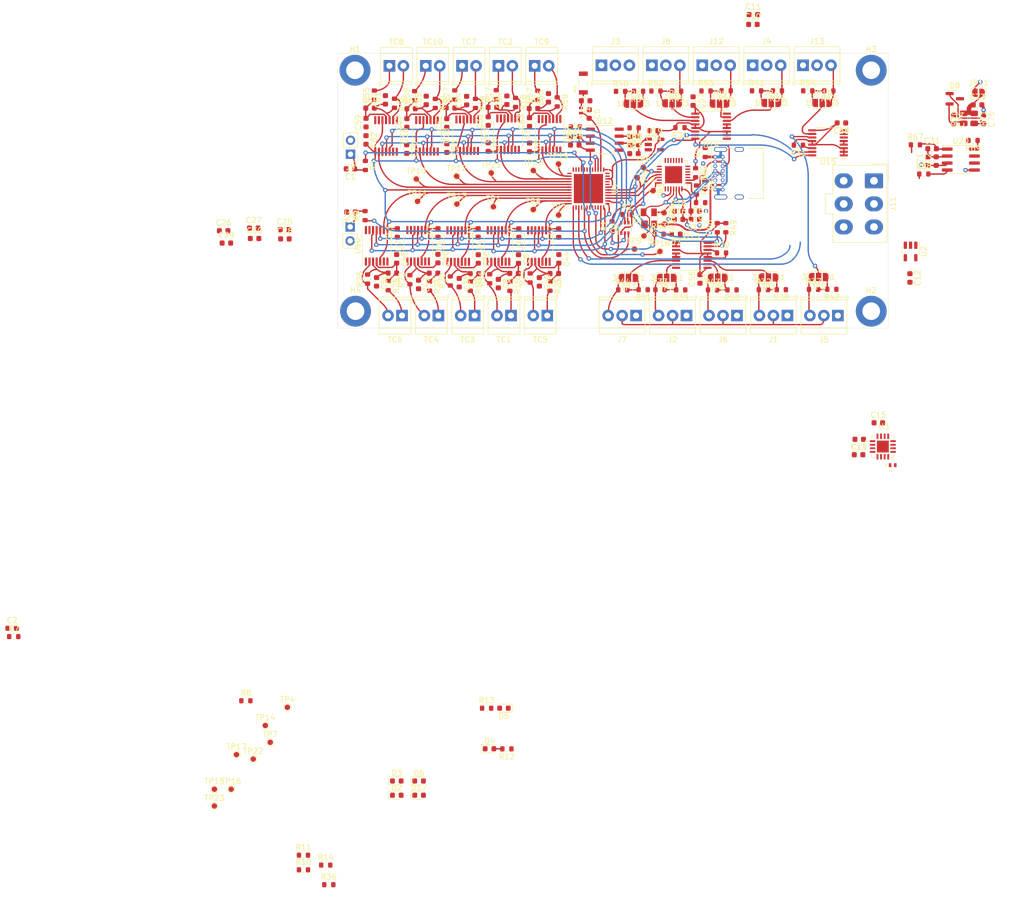
<source format=kicad_pcb>
(kicad_pcb (version 20211014) (generator pcbnew)
  (layers (0 "F.Cu" signal) (1 "In1.Cu" signal) (2 "In2.Cu" signal) (31 "B.Cu" signal) (34 "B.Paste" user) (35 "F.Paste" user) (36 "B.SilkS" user "B.Silkscreen") (37 "F.SilkS" user "F.Silkscreen") (38 "B.Mask" user) (39 "F.Mask" user) (44 "Edge.Cuts" user))
  (net 0 "")
  (net 1 "Net-(ANT1-Pad1)")
  (net 2 "Net-(C1-Pad1)")
  (net 3 "GND")
  (net 4 "/EN")
  (net 5 "Net-(C3-Pad1)")
  (net 6 "/LNA_IN")
  (net 7 "Net-(C6-Pad2)")
  (net 8 "Net-(C7-Pad2)")
  (net 9 "+3V3")
  (net 10 "VBUS")
  (net 11 "Net-(C22-Pad1)")
  (net 12 "Net-(C22-Pad2)")
  (net 13 "Net-(C31-Pad2)")
  (net 14 "Net-(C32-Pad2)")
  (net 15 "Net-(C33-Pad2)")
  (net 16 "Net-(C36-Pad2)")
  (net 17 "Net-(C37-Pad2)")
  (net 18 "Net-(C40-Pad2)")
  (net 19 "Net-(C41-Pad2)")
  (net 20 "Net-(C44-Pad2)")
  (net 21 "Net-(C45-Pad2)")
  (net 22 "Net-(C48-Pad2)")
  (net 23 "Net-(C49-Pad2)")
  (net 24 "Net-(C52-Pad2)")
  (net 25 "Net-(C53-Pad2)")
  (net 26 "Net-(C59-Pad2)")
  (net 27 "Net-(C60-Pad2)")
  (net 28 "Net-(C63-Pad2)")
  (net 29 "Net-(C64-Pad2)")
  (net 30 "Net-(C67-Pad2)")
  (net 31 "Net-(C68-Pad2)")
  (net 32 "Net-(C73-Pad1)")
  (net 33 "/CAN_HIGH")
  (net 34 "/CAN_LOW")
  (net 35 "/usb/Data-")
  (net 36 "/usb/Data+")
  (net 37 "Net-(D7-Pad2)")
  (net 38 "+5V")
  (net 39 "Net-(J1-Pad3)")
  (net 40 "Net-(J2-Pad3)")
  (net 41 "Net-(J3-Pad3)")
  (net 42 "Net-(J4-Pad3)")
  (net 43 "Net-(J5-Pad3)")
  (net 44 "Net-(J6-Pad3)")
  (net 45 "Net-(J7-Pad3)")
  (net 46 "Net-(J8-Pad3)")
  (net 47 "Net-(J11-Pad3)")
  (net 48 "+24V")
  (net 49 "Net-(J12-Pad3)")
  (net 50 "Net-(J13-Pad3)")
  (net 51 "Net-(J14-PadA5)")
  (net 53 "Net-(J14-PadB5)")
  (net 55 "Net-(JP1-Pad1)")
  (net 56 "/analogueI2C/AIN0")
  (net 57 "Net-(JP2-Pad1)")
  (net 58 "/analogueI2C/AIN2")
  (net 59 "Net-(JP3-Pad1)")
  (net 60 "/analogueI2C/AIN4")
  (net 61 "Net-(JP4-Pad1)")
  (net 62 "/analogueI2C/AIN6")
  (net 63 "Net-(JP5-Pad1)")
  (net 64 "/analogueI2C/AIN8")
  (net 65 "Net-(JP6-Pad1)")
  (net 66 "/analogueI2C/AIN1")
  (net 67 "Net-(JP7-Pad1)")
  (net 68 "/analogueI2C/AIN3")
  (net 69 "Net-(JP8-Pad1)")
  (net 70 "/analogueI2C/AIN5")
  (net 71 "Net-(JP9-Pad1)")
  (net 72 "/analogueI2C/AIN7")
  (net 73 "Net-(JP10-Pad1)")
  (net 74 "/analogueI2C/AIN9")
  (net 75 "/CAN/Vref")
  (net 76 "/RTS")
  (net 77 "Net-(Q1-Pad2)")
  (net 78 "/BOOT")
  (net 79 "/DTR")
  (net 80 "Net-(Q1-Pad5)")
  (net 81 "Net-(R6-Pad2)")
  (net 82 "Net-(D2-Pad2)")
  (net 83 "Net-(D3-Pad2)")
  (net 84 "/LED")
  (net 85 "Net-(D4-Pad2)")
  (net 86 "Net-(D5-Pad2)")
  (net 87 "Net-(D6-Pad2)")
  (net 88 "Net-(R15-Pad2)")
  (net 89 "Net-(R16-Pad1)")
  (net 90 "Net-(R17-Pad2)")
  (net 91 "Net-(R18-Pad1)")
  (net 92 "Net-(R19-Pad2)")
  (net 93 "Net-(R20-Pad1)")
  (net 94 "Net-(R21-Pad2)")
  (net 95 "Net-(R22-Pad1)")
  (net 96 "Net-(R23-Pad2)")
  (net 97 "Net-(R24-Pad1)")
  (net 98 "Net-(R25-Pad2)")
  (net 99 "Net-(R26-Pad1)")
  (net 100 "Net-(R27-Pad2)")
  (net 101 "Net-(R28-Pad1)")
  (net 102 "Net-(R29-Pad1)")
  (net 103 "Net-(R30-Pad1)")
  (net 104 "Net-(R31-Pad1)")
  (net 105 "/USB_DET")
  (net 106 "Net-(D17-Pad2)")
  (net 107 "/SCL")
  (net 108 "/SDA")
  (net 109 "Net-(R55-Pad2)")
  (net 110 "Net-(R56-Pad1)")
  (net 111 "Net-(R57-Pad2)")
  (net 112 "Net-(R58-Pad1)")
  (net 113 "Net-(R59-Pad2)")
  (net 114 "Net-(R60-Pad1)")
  (net 115 "Net-(R62-Pad2)")
  (net 116 "Net-(R64-Pad1)")
  (net 117 "/CAN_TX")
  (net 118 "/CAN_RX")
  (net 119 "Net-(R68-Pad2)")
  (net 120 "Net-(R69-Pad1)")
  (net 121 "/CS9")
  (net 122 "/CS8")
  (net 123 "/TXD")
  (net 124 "/RXD")
  (net 125 "/CS7")
  (net 126 "/CS6")
  (net 127 "/CS4")
  (net 128 "/CS3")
  (net 129 "/SCLK")
  (net 130 "/MISO")
  (net 131 "/MOSI")
  (net 132 "/CS2")
  (net 133 "/CS1")
  (net 134 "/CS0")
  (net 155 "Net-(L1-Pad2)")
  (net 158 "/thermocouple0/DRDY")
  (net 159 "/thermocouple0/FAULT")
  (net 161 "/thermocouple1/DRDY")
  (net 162 "/thermocouple1/FAULT")
  (net 164 "/thermocouple3/DRDY")
  (net 165 "/thermocouple3/FAULT")
  (net 167 "/thermocouple4/DRDY")
  (net 168 "/thermocouple4/FAULT")
  (net 188 "/thermocouple2/DRDY")
  (net 189 "/thermocouple2/FAULT")
  (net 191 "/thermocouple5/DRDY")
  (net 192 "/CS5")
  (net 193 "/thermocouple5/FAULT")
  (net 195 "/thermocouple6/DRDY")
  (net 196 "/thermocouple6/FAULT")
  (net 200 "/thermocouple7/DRDY")
  (net 201 "/thermocouple7/FAULT")
  (net 203 "/thermocouple8/DRDY")
  (net 204 "/thermocouple8/FAULT")
  (net 206 "/thermocouple9/DRDY")
  (net 207 "/thermocouple9/FAULT")
  (footprint "Capacitor_SMD:C_0603_1608Metric" (layer "F.Cu") (at 118.17 67.35 -90)
    (fp_text reference "C40")
    (fp_text value "0.01uF")
  )
  (footprint "Resistor_SMD:R_0603_1608Metric" (layer "F.Cu") (at 124.989997 39.132617 -90)
    (fp_text reference "R28")
    (fp_text value "100")
  )
  (footprint "Capacitor_SMD:C_0603_1608Metric" (layer "F.Cu") (at 198.19 97.2)
    (fp_text reference "C15")
    (fp_text value "100uF")
  )
  (footprint "Capacitor_SMD:C_0603_1608Metric" (layer "F.Cu") (at 79.235 62.28)
    (fp_text reference "C26")
    (fp_text value "10uF")
  )
  (footprint "TestPoint:TestPoint_Pad_D1.0mm" (layer "F.Cu") (at 135.5 51.33)
    (fp_text reference "TP20")
    (fp_text value "TestPoint")
  )
  (footprint "Package_SO:TSSOP-14_4.4x5mm_P0.65mm" (layer "F.Cu") (at 130.92 44.71 -90)
    (fp_text reference "U5")
    (fp_text value "MAX31856")
  )
  (footprint "TestPoint:TestPoint_Pad_D1.0mm" (layer "F.Cu") (at 90.82 148.92)
    (fp_text reference "TP4")
    (fp_text value "TestPoint")
  )
  (footprint "Resistor_SMD:R_0603_1608Metric" (layer "F.Cu") (at 132.28 38.9575 -90)
    (fp_text reference "R18")
    (fp_text value "100")
  )
  (footprint "Resistor_SMD:R_0603_1608Metric" (layer "F.Cu") (at 151.36 36.94)
    (fp_text reference "R40")
    (fp_text value "43k")
  )
  (footprint "Package_SO:SOIC-8_3.9x4.9mm_P1.27mm" (layer "F.Cu") (at 213.17875 49.34)
    (fp_text reference "U20")
    (fp_text value "SN65HVD230")
  )
  (footprint "Resistor_SMD:R_0603_1608Metric" (layer "F.Cu") (at 113.08 71.18 90)
    (fp_text reference "R22")
    (fp_text value "100")
  )
  (footprint "Resistor_SMD:R_0603_1608Metric" (layer "F.Cu") (at 143.14 43.415 180)
    (fp_text reference "R64")
    (fp_text value "100k")
  )
  (footprint "Capacitor_SMD:C_0603_1608Metric" (layer "F.Cu") (at 138.26 38.12 90)
    (fp_text reference "C65")
    (fp_text value "0.01uF")
  )
  (footprint "Capacitor_SMD:C_0603_1608Metric" (layer "F.Cu") (at 134.81 42.51 90)
    (fp_text reference "C63")
    (fp_text value "0.01uF")
  )
  (footprint "Resistor_SMD:R_0603_1608Metric" (layer "F.Cu") (at 128.77 37.56 90)
    (fp_text reference "R17")
    (fp_text value "100")
  )
  (footprint "Capacitor_SMD:C_0603_1608Metric" (layer "F.Cu") (at 134.81 47.12 -90)
    (fp_text reference "C66")
    (fp_text value "0.1uF")
  )
  (footprint "TerminalBlock_TE-Connectivity:TerminalBlock_TE_282834-3_1x03_P2.54mm_Horizontal" (layer "F.Cu") (at 163.345 77.7 180)
    (fp_text reference "J2")
    (fp_text value "Conn_01x03")
  )
  (footprint "MountingHole:MountingHole_3.2mm_M3_DIN965_Pad" (layer "F.Cu") (at 103.1 33.1)
    (fp_text reference "H1")
    (fp_text value "MountingHole_Pad")
  )
  (footprint "Jumper:SolderJumper-3_P1.3mm_Open_RoundedPad1.0x1.5mm_NumberLabels" (layer "F.Cu") (at 153.69 39.19)
    (fp_text reference "JP3")
    (fp_text value "SolderJumper_3_Open")
  )
  (footprint "Capacitor_SMD:C_0603_1608Metric" (layer "F.Cu") (at 164.915 60.216889 180)
    (fp_text reference "C17")
    (fp_text value "1.0uF")
  )
  (footprint "Capacitor_SMD:C_0603_1608Metric" (layer "F.Cu") (at 129.15 71.89 -90)
    (fp_text reference "C8")
    (fp_text value "0.01uF")
  )
  (footprint "Resistor_SMD:R_0603_1608Metric" (layer "F.Cu") (at 183.670401 46.725 180)
    (fp_text reference "R31")
    (fp_text value "1k")
  )
  (footprint "Capacitor_SMD:C_0603_1608Metric" (layer "F.Cu") (at 119.779997 42.692617 90)
    (fp_text reference "C52")
    (fp_text value "0.01uF")
  )
  (footprint "Resistor_SMD:R_0603_1608Metric" (layer "F.Cu") (at 98.345 181.16)
    (fp_text reference "R36")
    (fp_text value "470")
  )
  (footprint "TestPoint:TestPoint_Pad_D1.0mm" (layer "F.Cu") (at 153.88 65.62)
    (fp_text reference "TP9")
    (fp_text value "TestPoint")
  )
  (footprint "LED_SMD:LED_0603_1608Metric" (layer "F.Cu") (at 110.7 164.9)
    (fp_text reference "D2")
    (fp_text value "RX_LED")
  )
  (footprint "Capacitor_SMD:C_0603_1608Metric" (layer "F.Cu") (at 120.459997 39.972617)
    (fp_text reference "C53")
    (fp_text value "0.1uF")
  )
  (footprint "Capacitor_SMD:C_0603_1608Metric" (layer "F.Cu") (at 136.6 71.57 -90)
    (fp_text reference "C46")
    (fp_text value "0.01uF")
  )
  (footprint "iclr:QFN28G_0.5-5X5MM" (layer "F.Cu") (at 160.99 52.088639 90)
    (property "VALUE" "CP2102-GMR-QFN28")
    (fp_text reference "U8")
    (fp_text value "INTERFACE-CP2102-GMR(QFN28)")
  )
  (footprint "Resistor_SMD:R_0603_1608Metric" (layer "F.Cu") (at 157.78 36.88)
    (fp_text reference "R52")
    (fp_text value "43k")
  )
  (footprint "Capacitor_SMD:C_0603_1608Metric" (layer "F.Cu") (at 153.06 45.945 -90)
    (fp_text reference "C22")
    (fp_text value "0.1uF")
  )
  (footprint "TerminalBlock_TE-Connectivity:TerminalBlock_TE_282834-2_1x02_P2.54mm_Horizontal" (layer "F.Cu") (at 118.25 77.7 180)
    (fp_text reference "TC4")
    (fp_text value "Thermocouple")
  )
  (footprint "Resistor_SMD:R_0603_1608Metric" (layer "F.Cu") (at 170.55 36.83 180)
    (fp_text reference "R46")
    (fp_text value "22k")
  )
  (footprint "Jumper:SolderJumper-3_P1.3mm_Open_RoundedPad1.0x1.5mm_NumberLabels" (layer "F.Cu") (at 169.01 70.82 180)
    (fp_text reference "JP6")
    (fp_text value "SolderJumper_3_Open")
  )
  (footprint "Resistor_SMD:R_0603_1608Metric" (layer "F.Cu") (at 158.515 73)
    (fp_text reference "R33")
    (fp_text value "22k")
  )
  (footprint "Resistor_SMD:R_0603_1608Metric" (layer "F.Cu") (at 165.905 57.166889 180)
    (fp_text reference "R61")
    (fp_text value "47k")
  )
  (footprint "Resistor_SMD:R_0603_1608Metric" (layer "F.Cu") (at 41.1 136.06)
    (fp_text reference "R7")
    (fp_text value "10K")
  )
  (footprint "Capacitor_SMD:C_0603_1608Metric" (layer "F.Cu") (at 127.31 42.35 90)
    (fp_text reference "C32")
    (fp_text value "0.01uF")
  )
  (footprint "Resistor_SMD:R_0603_1608Metric" (layer "F.Cu") (at 161.55 36.9 180)
    (fp_text reference "R45")
    (fp_text value "22k")
  )
  (footprint "Capacitor_SMD:C_0603_1608Metric" (layer "F.Cu") (at 145.66 41.06 -90)
    (fp_text reference "C5")
    (fp_text value "1.5pF")
  )
  (footprint "Resistor_SMD:R_0603_1608Metric" (layer "F.Cu") (at 151.755 73.024254)
    (fp_text reference "R44")
    (fp_text value "22k")
  )
  (footprint "Capacitor_SMD:C_0603_1608Metric" (layer "F.Cu") (at 140.14 67.39 -90)
    (fp_text reference "C44")
    (fp_text value "0.01uF")
  )
  (footprint "Jumper:SolderJumper-3_P1.3mm_Open_RoundedPad1.0x1.5mm_NumberLabels" (layer "F.Cu") (at 169.34 39.17)
    (fp_text reference "JP9")
    (fp_text value "SolderJumper_3_Open")
  )
  (footprint "Resistor_SMD:R_0603_1608Metric" (layer "F.Cu") (at 176.07 36.84)
    (fp_text reference "R41")
    (fp_text value "43k")
  )
  (footprint "Capacitor_SMD:C_0603_1608Metric" (layer "F.Cu") (at 164.53 38.71 -90)
    (fp_text reference "C57")
    (fp_text value "0.1uF")
  )
  (footprint "Resistor_SMD:R_0603_1608Metric" (layer "F.Cu") (at 120.42 71.4075 90)
    (fp_text reference "R20")
    (fp_text value "100")
  )
  (footprint "LED_SMD:LED_0603_1608Metric" (layer "F.Cu") (at 114.75 164.9)
    (fp_text reference "D17")
    (fp_text value "USB_LED")
  )
  (footprint "Package_SO:TSSOP-14_4.4x5mm_P0.65mm" (layer "F.Cu") (at 116.18 45.02 -90)
    (fp_text reference "U18")
    (fp_text value "MAX31856")
  )
  (footprint "Package_SO:TSSOP-16_4.4x5mm_P0.65mm" (layer "F.Cu") (at 167.8 43.27 180)
    (fp_text reference "U14")
    (fp_text value "ADS1219")
  )
  (footprint "TerminalBlock_TE-Connectivity:TerminalBlock_TE_282834-2_1x02_P2.54mm_Horizontal" (layer "F.Cu") (at 115.96 32.3)
    (fp_text reference "TC10")
    (fp_text value "Thermocouple")
  )
  (footprint "TerminalBlock_TE-Connectivity:TerminalBlock_TE_282834-3_1x03_P2.54mm_Horizontal" (layer "F.Cu") (at 172.51 77.7 180)
    (fp_text reference "J6")
    (fp_text value "Conn_01x03")
  )
  (footprint "Capacitor_SMD:C_0603_1608Metric" (layer "F.Cu") (at 118.18 62.67 90)
    (fp_text reference "C43")
    (fp_text value "0.1uF")
  )
  (footprint "TestPoint:TestPoint_Pad_D1.0mm" (layer "F.Cu") (at 155.6 63.23 -90)
    (fp_text reference "TP25")
    (fp_text value "TestPoint")
  )
  (footprint "Jumper:SolderJumper-3_P1.3mm_Open_RoundedPad1.0x1.5mm_NumberLabels" (layer "F.Cu") (at 178.235 70.766746 180)
    (fp_text reference "JP1")
    (fp_text value "SolderJumper_3_Open")
  )
  (footprint "TestPoint:TestPoint_Pad_D1.0mm" (layer "F.Cu") (at 154.38 52.64 -90)
    (fp_text reference "TP5")
    (fp_text value "TestPoint")
  )
  (footprint "Jumper:SolderJumper-3_P1.3mm_Open_RoundedPad1.0x1.5mm_NumberLabels" (layer "F.Cu") (at 160.71 39.12)
    (fp_text reference "JP8")
    (fp_text value "SolderJumper_3_Open")
  )
  (footprint "Package_SO:TSSOP-14_4.4x5mm_P0.65mm" (layer "F.Cu") (at 123.489997 44.902617 -90)
    (fp_text reference "U11")
    (fp_text value "MAX31856")
  )
  (footprint "Resistor_SMD:R_0603_1608Metric" (layer "F.Cu") (at 109.14 72.26 -90)
    (fp_text reference "R25")
    (fp_text value "100")
  )
  (footprint "Resistor_SMD:R_0603_1608Metric" (layer "F.Cu") (at 139.84 38.86 -90)
    (fp_text reference "R58")
    (fp_text value "100")
  )
  (footprint "Capacitor_SMD:C_0603_1608Metric" (layer "F.Cu") (at 40.8 134.55)
    (fp_text reference "C2")
    (fp_text value "0.1uF")
  )
  (footprint "Connector_Molex:Molex_Mini-Fit_Jr_5566-06A_2x03_P4.20mm_Vertical" (layer "F.Cu") (at 197.4 53.2 -90)
    (fp_text reference "J11")
    (fp_text value "Conn_01x05_Male")
  )
  (footprint "TestPoint:TestPoint_Pad_D1.0mm" (layer "F.Cu") (at 127.86 51.76)
    (fp_text reference "TP21")
    (fp_text value "TestPoint")
  )
  (footprint "Resistor_SMD:R_0603_1608Metric" (layer "F.Cu") (at 83.28 147.73)
    (fp_text reference "R8")
    (fp_text value "10K")
  )
  (footprint "Resistor_SMD:R_0603_1608Metric" (layer "F.Cu") (at 138.54 72.36 -90)
    (fp_text reference "R23")
    (fp_text value "100")
  )
  (footprint "TestPoint:TestPoint_Pad_D1.0mm" (layer "F.Cu") (at 140.1 59.44)
    (fp_text reference "TP2")
    (fp_text value "TestPoint")
  )
  (footprint "TestPoint:TestPoint_Pad_D1.0mm" (layer "F.Cu") (at 114.47 56.94)
    (fp_text reference "TP11")
    (fp_text value "TestPoint")
  )
  (footprint "TerminalBlock_TE-Connectivity:TerminalBlock_TE_282834-3_1x03_P2.54mm_Horizontal" (layer "F.Cu") (at 184.51 32.2)
    (fp_text reference "J13")
    (fp_text value "Conn_01x03")
  )
  (footprint "TerminalBlock_TE-Connectivity:TerminalBlock_TE_282834-2_1x02_P2.54mm_Horizontal" (layer "F.Cu") (at 109.358885 32.3)
    (fp_text reference "TC8")
    (fp_text value "Thermocouple")
  )
  (footprint "Capacitor_SMD:C_0603_1608Metric" (layer "F.Cu") (at 109.9 69.98 180)
    (fp_text reference "C49")
    (fp_text value "0.1uF")
  )
  (footprint "Resistor_SMD:R_0603_1608Metric" (layer "F.Cu") (at 179.85 36.84 180)
    (fp_text reference "R35")
    (fp_text value "22k")
  )
  (footprint "TerminalBlock_TE-Connectivity:TerminalBlock_TE_282834-2_1x02_P2.54mm_Horizontal" (layer "F.Cu") (at 122.56 32.3)
    (fp_text reference "TC7")
    (fp_text value "Thermocouple")
  )
  (footprint "Connector_PinHeader_2.54mm:PinHeader_1x02_P2.54mm_Vertical" (layer "F.Cu") (at 102.29 48.375 180)
    (fp_text reference "J9")
    (fp_text value "Conn_01x02_Male")
  )
  (footprint "TerminalBlock_TE-Connectivity:TerminalBlock_TE_282834-2_1x02_P2.54mm_Horizontal" (layer "F.Cu") (at 135.76 32.3)
    (fp_text reference "TC9")
    (fp_text value "Thermocouple")
  )
  (footprint "TerminalBlock_TE-Connectivity:TerminalBlock_TE_282834-3_1x03_P2.54mm_Horizontal" (layer "F.Cu") (at 154.18 77.7 180)
    (fp_text reference "J7")
    (fp_text value "Conn_01x03")
  )
  (footprint "Resistor_SMD:R_0603_1608Metric" (layer "F.Cu") (at 158.345 62.896889)
    (fp_text reference "R63")
    (fp_text value "470")
  )
  (footprint "Capacitor_SMD:C_0603_1608Metric" (layer "F.Cu") (at 105.84 39.99)
    (fp_text reference "C60")
    (fp_text value "0.1uF")
  )
  (footprint "Resistor_SMD:R_0603_1608Metric" (layer "F.Cu") (at 166.727681 48.045429 90)
    (fp_text reference "R4")
    (fp_text value "5.1k")
  )
  (footprint "TestPoint:TestPoint_Pad_D1.0mm" (layer "F.Cu") (at 84.62 158.33)
    (fp_text reference "TP22")
    (fp_text value "TestPoint")
  )
  (footprint "Capacitor_SMD:C_0603_1608Metric" (layer "F.Cu") (at 145.01 38.65 180)
    (fp_text reference "C4")
    (fp_text value "1.2pF")
  )
  (footprint "Package_SO:TSSOP-14_4.4x5mm_P0.65mm" (layer "F.Cu") (at 129.18 65.05 90)
    (fp_text reference "U4")
    (fp_text value "MAX31856")
  )
  (footprint "Jumper:SolderJumper-3_P1.3mm_Open_RoundedPad1.0x1.5mm_NumberLabels" (layer "F.Cu") (at 187.99 39.05)
    (fp_text reference "JP10")
    (fp_text value "SolderJumper_3_Open")
  )
  (footprint "Capacitor_SMD:C_0603_1608Metric" (layer "F.Cu") (at 143.04 46.7)
    (fp_text reference "C21")
    (fp_text value "1uF")
  )
  (footprint "LED_SMD:LED_0603_1608Metric" (layer "F.Cu") (at 127.5475 156.46)
    (fp_text reference "D4")
    (fp_text value "LED")
  )
  (footprint "Resistor_SMD:R_0603_1608Metric" (layer "F.Cu") (at 136.31 37.66 90)
    (fp_text reference "R57")
    (fp_text value "100")
  )
  (footprint "Capacitor_SMD:C_0603_1608Metric" (layer "F.Cu") (at 112.5 47.44 -90)
    (fp_text reference "C70")
    (fp_text value "0.1uF")
  )
  (footprint "Package_TO_SOT_SMD:SOT-23-5" (layer "F.Cu") (at 157.53 46.6)
    (fp_text reference "U19")
    (fp_text value "LTC4411")
  )
  (footprint "Package_SO:TSSOP-14_4.4x5mm_P0.65mm" (layer "F.Cu") (at 114.57 65.01 90)
    (fp_text reference "U7")
    (fp_text value "MAX31856")
  )
  (footprint "Jumper:SolderJumper-3_P1.3mm_Open_RoundedPad1.0x1.5mm_NumberLabels" (layer "F.Cu") (at 152.795 70.854254 180)
    (fp_text reference "JP7")
    (fp_text value "SolderJumper_3_Open")
  )
  (footprint "Capacitor_SMD:C_0603_1608Metric" (layer "F.Cu") (at 125.48 62.66 90)
    (fp_text reference "C39")
    (fp_text value "0.1uF")
  )
  (footprint "Capacitor_SMD:C_0603_1608Metric" (layer "F.Cu") (at 79.735 64.52)
    (fp_text reference "C29")
    (fp_text value "100nF")
  )
  (footprint "Jumper:SolderJumper-3_P1.3mm_Open_RoundedPad1.0x1.5mm_NumberLabels" (layer "F.Cu") (at 159.745 70.84 180)
    (fp_text reference "JP2")
    (fp_text value "SolderJumper_3_Open")
  )
  (footprint "Connector_PinHeader_2.54mm:PinHeader_1x02_P2.54mm_Vertical" (layer "F.Cu") (at 102.22 61.58)
    (fp_text reference "J10")
    (fp_text value "Conn_01x02_Male")
  )
  (footprint "Capacitor_SMD:C_0603_1608Metric" (layer "F.Cu") (at 102.28 51.03 180)
    (fp_text reference "C1")
    (fp_text value "0.1uF")
  )
  (footprint "TestPoint:TestPoint_Pad_D1.0mm" (layer "F.Cu") (at 121.61 57.44)
    (fp_text reference "TP13")
    (fp_text value "TestPoint")
  )
  (footprint "Package_TO_SOT_SMD:SOT-363_SC-70-6" (layer "F.Cu") (at 152.134511 61.760489 90)
    (fp_text reference "Q1")
    (fp_text value "MMDT2222A")
  )
  (footprint "Resistor_SMD:R_0603_1608Metric" (layer "F.Cu") (at 113.93 37.73 90)
    (fp_text reference "R59")
    (fp_text value "100")
  )
  (footprint "Resistor_SMD:R_0603_1608Metric" (layer "F.Cu") (at 104.99 50.41 -90)
    (fp_text reference "R5")
    (fp_text value "470")
  )
  (footprint "Package_DFN_QFN:QFN-48-1EP_7x7mm_P0.5mm_EP5.3x5.3mm" (layer "F.Cu") (at 145.52 54.61 -90)
    (fp_text reference "U1")
    (fp_text value "ESP32-PICO-D4")
  )
  (footprint "Resistor_SMD:R_0603_1608Metric" (layer "F.Cu") (at 106.62 37.625 90)
    (fp_text reference "R55")
    (fp_text value "100")
  )
  (footprint "Capacitor_SMD:C_0603_1608Metric" (layer "F.Cu") (at 127.3 47.07 -90)
    (fp_text reference "C35")
    (fp_text value "0.1uF")
  )
  (footprint "Capacitor_SMD:C_0603_1608Metric" (layer "F.Cu") (at 105.1 45.77 -90)
    (fp_text reference "C62")
    (fp_text value "0.1uF")
  )
  (footprint "TestPoint:TestPoint_Pad_D1.0mm" (layer "F.Cu") (at 157.270562 55.008639 -90)
    (fp_text reference "TP3")
    (fp_text value "TestPoint")
  )
  (footprint "Resistor_SMD:R_0603_1608Metric" (layer "F.Cu") (at 185.375 36.84)
    (fp_text reference "R54")
    (fp_text value "43k")
  )
  (footprint "Resistor_SMD:R_0603_1608Metric" (layer "F.Cu") (at 189.74 72.92 180)
    (fp_text reference "R42")
    (fp_text value "43k")
  )
  (footprint "Capacitor_SMD:C_0603_1608Metric" (layer "F.Cu") (at 114.65 72.05 -90)
    (fp_text reference "C42")
    (fp_text value "0.01uF")
  )
  (footprint "MountingHole:MountingHole_3.2mm_M3_DIN965_Pad" (layer "F.Cu") (at 196.9 33.1)
    (fp_text reference "H3")
    (fp_text value "MountingHole_Pad")
  )
  (footprint "Resistor_SMD:R_0603_1608Metric" (layer "F.Cu") (at 131.25 72.38 -90)
    (fp_text reference "R15")
    (fp_text value "100")
  )
  (footprint "Capacitor_SMD:C_0603_1608Metric" (layer "F.Cu") (at 112.53 42.68 90)
    (fp_text reference "C67")
    (fp_text value "0.01uF")
  )
  (footprint "Resistor_SMD:R_0603_1608Metric" (layer "F.Cu") (at 168.07 73.04)
    (fp_text reference "R43")
    (fp_text value "22k")
  )
  (footprint "LED_SMD:LED_0603_1608Metric" (layer "F.Cu") (at 114.75 162.31)
    (fp_text reference "D6")
    (fp_text value "PWR_LED")
  )
  (footprint "TerminalBlock_TE-Connectivity:TerminalBlock_TE_282834-3_1x03_P2.54mm_Horizontal" (layer "F.Cu") (at 175.37 32.2)
    (fp_text reference "J4")
    (fp_text value "Conn_01x03")
  )
  (footprint "Capacitor_SMD:C_0603_1608Metric" (layer "F.Cu") (at 90.37 63.76)
    (fp_text reference "C28")
    (fp_text value "100nF")
  )
  (footprint "TerminalBlock_TE-Connectivity:TerminalBlock_TE_282834-2_1x02_P2.54mm_Horizontal" (layer "F.Cu") (at 124.85 77.7 180)
    (fp_text reference "TC3")
    (fp_text value "Thermocouple")
  )
  (footprint "TestPoint:TestPoint_Pad_D1.0mm" (layer "F.Cu") (at 77.56 163.81)
    (fp_text reference "TP15")
    (fp_text value "TestPoint")
  )
  (footprint "Capacitor_SMD:C_0603_1608Metric" (layer "F.Cu") (at 165.78 71.045 90)
    (fp_text reference "C56")
    (fp_text value "0.1uF")
  )
  (footprint "Resistor_SMD:R_0603_1608Metric" (layer "F.Cu") (at 116.66 72.34 -90)
    (fp_text reference "R21")
    (fp_text value "100")
  )
  (footprint "Capacitor_SMD:C_0603_1608Metric" (layer "F.Cu") (at 139.32 70.06 180)
    (fp_text reference "C45")
    (fp_text value "0.1uF")
  )
  (footprint "Resistor_SMD:R_0603_1608Metric" (layer "F.Cu") (at 165.145 54.876889 -90)
    (fp_text reference "R6")
    (fp_text value "24k")
  )
  (footprint "TerminalBlock_TE-Connectivity:TerminalBlock_TE_282834-3_1x03_P2.54mm_Horizontal" (layer "F.Cu") (at 190.84 77.7 180)
    (fp_text reference "J5")
    (fp_text value "Conn_01x03")
  )
  (footprint "LED_SMD:LED_0603_1608Metric" (layer "F.Cu") (at 110.7 162.31)
    (fp_text reference "D3")
    (fp_text value "TX_LED")
  )
  (footprint "Capacitor_SMD:C_0603_1608Metric" (layer "F.Cu") (at 102.38 58.89 180)
    (fp_text reference "C3")
    (fp_text value "0.1uF")
  )
  (footprint "Resistor_SMD:R_0603_1608Metric" (layer "F.Cu") (at 166.88 36.87)
    (fp_text reference "R53")
    (fp_text value "43k")
  )
  (footprint "Capacitor_SMD:C_0603_1608Metric" (layer "F.Cu") (at 132.01 70.04 180)
    (fp_text reference "C7")
    (fp_text value "0.1uF")
  )
  (footprint "LED_SMD:LED_0603_1608Metric" (layer "F.Cu") (at 161.4125 62.896889 180)
    (fp_text reference "D7")
    (fp_text value "USB_LED")
  )
  (footprint "Capacitor_SMD:C_0603_1608Metric" (layer "F.Cu") (at 132.81 67.42 -90)
    (fp_text reference "C6")
    (fp_text value "0.01uF")
  )
  (footprint "Capacitor_SMD:C_0603_1608Metric" (layer "F.Cu") (at 128.07 39.84)
    (fp_text reference "C33")
    (fp_text value "0.1uF")
  )
  (footprint "Resistor_SMD:R_0805_2012Metric" (layer "F.Cu") (at 213.71 41.8475 90)
    (fp_text reference "R70")
    (fp_text value "60")
  )
  (footprint "Capacitor_SMD:C_0603_1608Metric" (layer "F.Cu") (at 161.905 60.216889)
    (fp_text reference "C16")
    (fp_text value "4.7uF")
  )
  (footprint "Capacitor_SMD:C_0603_1608Metric" (layer "F.Cu") (at 207.95375 47.365)
    (fp_text reference "C31")
    (fp_text value "160pF")
  )
  (footprint "Package_SO:TSSOP-14_4.4x5mm_P0.65mm" (layer "F.Cu") (at 121.86 65.07 90)
    (fp_text reference "U6")
    (fp_text value "MAX31856")
  )
  (footprint "Capacitor_SMD:C_0603_1608Metric" (layer "F.Cu") (at 90.295 62.08)
    (fp_text reference "C25")
    (fp_text value "10uF")
  )
  (footprint "iclr:QFN65P400X400X100-17N" (layer "F.Cu") (at 199.01 101.51)
    (fp_text reference "U3")
    (fp_text value "TPS61092RSAR")
  )
  (footprint "Package_TO_SOT_SMD:SOT-23" (layer "F.Cu") (at 212.082982 38.282502)
    (fp_text reference "D8")
    (fp_text value "SM712_SOT23")
  )
  (footprint "Resistor_SMD:R_0603_1608Metric" (layer "F.Cu") (at 166.637166 53.936277 -90)
    (fp_text reference "R3")
    (fp_text value "5.1k")
  )
  (footprint "Capacitor_SMD:C_0603_1608Metric" (layer "F.Cu") (at 125.5 67.41 -90)
    (fp_text reference "C36")
    (fp_text value "0.01uF")
  )
  (footprint "Resistor_SMD:R_0603_1608Metric" (layer "F.Cu") (at 168.93 61.73 90)
    (fp_text reference "R48")
    (fp_text value "1k")
  )
  (footprint "Resistor_SMD:R_0603_1608Metric" (layer "F.Cu") (at 155.465 73.004254 180)
    (fp_text reference "R51")
    (fp_text value "43k")
  )
  (footprint "Capacitor_SMD:C_0603_1608Metric" (layer "F.Cu") (at 161.905 58.706889)
    (fp_text reference "C18")
    (fp_text value "0.1uF")
  )
  (footprint "Resistor_SMD:R_0603_1608Metric" (layer "F.Cu") (at 134.93 70.87 90)
    (fp_text reference "R24")
    (fp_text value "100")
  )
  (footprint "Capacitor_SMD:C_0603_1608Metric" (layer "F.Cu") (at 140.12 62.69 90)
    (fp_text reference "C47")
    (fp_text value "0.1uF")
  )
  (footprint "iclr:INDC1006X60N" (layer "F.Cu") (at 200.8 104.9 180)
    (fp_text reference "L1")
    (fp_text value "6.8uH")
  )
  (footprint "TestPoint:TestPoint_Pad_D1.0mm" (layer "F.Cu") (at 77.56 166.86)
    (fp_text reference "TP23")
    (fp_text value "TestPoint")
  )
  (footprint "Capacitor_SMD:C_0603_1608Metric" (layer "F.Cu") (at 175.4 24.77)
    (fp_text reference "C10")
    (fp_text value "10uF")
  )
  (footprint "Capacitor_SMD:C_0603_1608Metric" (layer "F.Cu") (at 117.37 69.99 180)
    (fp_text reference "C41")
    (fp_text value "0.1uF")
  )
  (footprint "TestPoint:TestPoint_Pad_D1.0mm" (layer "F.Cu") (at 135.5 58.43)
    (fp_text reference "TP8")
    (fp_text value "TestPoint")
  )
  (footprint "Package_SO:TSSOP-14_4.4x5mm_P0.65mm" (layer "F.Cu") (at 108.74 45.04 -90)
    (fp_text reference "U16")
    (fp_text value "MAX31856")
  )
  (footprint "Jumper:SolderJumper-2_P1.3mm_Open_RoundedPad1.0x1.5mm" (layer "F.Cu") (at 216.39 37.2)
    (fp_text reference "JP11")
    (fp_text value "SolderJumper_2_Open")
  )
  (footprint "Resistor_SMD:R_0603_1608Metric" (layer "F.Cu") (at 169.7 66.31)
    (fp_text reference "R29")
    (fp_text value "1k")
  )
  (footprint "Resistor_SMD:R_0603_1608Metric" (layer "F.Cu") (at 186.42 72.94)
    (fp_text reference "R37")
    (fp_text value "22k")
  )
  (footprint "Capacitor_SMD:C_0603_1608Metric" (layer "F.Cu") (at 153.790883 48.259116)
    (fp_text reference "C23")
    (fp_text value "10uF")
  )
  (footprint "LED_SMD:LED_0603_1608Metric" (layer "F.Cu") (at 130.17 149.07 180)
    (fp_text reference "D5")
    (fp_text value "LED")
  )
  (footprint "TestPoint:TestPoint_Pad_D1.0mm" (layer "F.Cu") (at 159.345 61.056889 -90)
    (fp_text reference "TP26")
    (fp_text value "TestPoint")
  )
  (footprint "Capacitor_SMD:C_0603_1608Metric" (layer "F.Cu") (at 122.04 71.7275 -90)
    (fp_text reference "C38")
    (fp_text value "0.01uF")
  )
  (footprint "Capacitor_SMD:C_0603_1608Metric" (layer "F.Cu") (at 123.389997 38.622617 90)
    (fp_text reference "C54")
    (fp_text value "0.01uF")
  )
  (footprint "Package_SO:SOP-8_3.9x4.9mm_P1.27mm" (layer "F.Cu") (at 148.485 45.725)
    (fp_text reference "U12")
    (fp_text value "RT9025-25GSP")
  )
  (footprint "TerminalBlock_TE-Connectivity:TerminalBlock_TE_282834-3_1x03_P2.54mm_Horizontal" (layer "F.Cu") (at 147.88 32.2)
    (fp_text reference "J3")
    (fp_text value "Conn_01x03")
  )
  (footprint "TerminalBlock_TE-Connectivity:TerminalBlock_TE_282834-2_1x02_P2.54mm_Horizontal" (layer "F.Cu") (at 131.45 77.7 180)
    (fp_text reference "TC1")
    (fp_text value "Thermocouple")
  )
  (footprint "Resistor_SMD:R_0603_1608Metric" (layer "F.Cu") (at 162.1546 43.53576 180)
    (fp_text reference "R30")
    (fp_text value "1k")
  )
  (footprint "Capacitor_SMD:C_0603_1608Metric" (layer "F.Cu") (at 124.82 70.0875 180)
    (fp_text reference "C37")
    (fp_text value "0.1uF")
  )
  (footprint "Capacitor_SMD:C_0603_1608Metric" (layer "F.Cu") (at 143.05 45.145)
    (fp_text reference "C20")
    (fp_text value "10uF")
  )
  (footprint "Capacitor_SMD:C_0603_1608Metric" (layer "F.Cu") (at 108.63 38.49 90)
    (fp_text reference "C61")
    (fp_text value "0.01uF")
  )
  (footprint "Jumper:SolderJumper-3_P1.3mm_Open_RoundedPad1.0x1.5mm_NumberLabels" (layer "F.Cu") (at 187.34 70.69 180)
    (fp_text reference "JP5")
    (fp_text value "SolderJumper_3_Open")
  )
  (footprint "TestPoint:TestPoint_Pad_D1.0mm" (layer "F.Cu") (at 81.57 157.52)
    (fp_text reference "TP17")
    (fp_text value "TestPoint")
  )
  (footprint "TerminalBlock_TE-Connectivity:TerminalBlock_TE_282834-2_1x02_P2.54mm_Horizontal" (layer "F.Cu") (at 138.04 77.7 180)
    (fp_text reference "TC5")
    (fp_text value "Thermocouple")
  )
  (footprint "Resistor_SMD:R_0603_1608Metric" (layer "F.Cu") (at 180.565 72.996746 180)
    (fp_text reference "R38")
    (fp_text value "43k")
  )
  (footprint "Resistor_SMD:R_0603_1608Metric" (layer "F.Cu") (at 164.98989 51.740717 -90)
    (fp_text reference "R62")
    (fp_text value "4.7k")
  )
  (footprint "Capacitor_SMD:C_0603_1608Metric" (layer "F.Cu") (at 105.11 42.63 90)
    (fp_text reference "C59")
    (fp_text value "0.01uF")
  )
  (footprint "TestPoint:TestPoint_Pad_D1.0mm" (layer "F.Cu") (at 121.57 52.37)
    (fp_text reference "TP12")
    (fp_text value "TestPoint")
  )
  (footprint "TestPoint:TestPoint_Pad_D1.0mm" (layer "F.Cu") (at 128.25 57.93)
    (fp_text reference "TP1")
    (fp_text value "TestPoint")
  )
  (footprint "Capacitor_SMD:C_0603_1608Metric" (layer "F.Cu") (at 119.789997 47.262617 -90)
    (fp_text reference "C55")
    (fp_text value "0.1uF")
  )
  (footprint "Resistor_SMD:R_0603_1608Metric" (layer "F.Cu") (at 97.79 177.6)
    (fp_text reference "R14")
    (fp_text value "470")
  )
  (footprint "TestPoint:TestPoint_Pad_D1.0mm" (layer "F.Cu") (at 140.08 50.13)
    (fp_text reference "TP19")
    (fp_text value "TestPoint")
  )
  (footprint "Resistor_SMD:R_0603_1608Metric" (layer "F.Cu") (at 204.92875 46.665)
    (fp_text reference "R67")
    (fp_text value "90")
  )
  (footprint "Capacitor_SMD:C_0603_1608Metric" (layer "F.Cu") (at 84.855 63.69)
    (fp_text reference "C30")
    (fp_text value "100nF")
  )
  (footprint "Capacitor_SMD:C_0603_1608Metric" (layer "F.Cu") (at 217.325 42.05 -90)
    (fp_text reference "C75")
    (fp_text value "220 pF")
  )
  (footprint "Resistor_SMD:R_0603_1608Metric" (layer "F.Cu") (at 177.305 72.996746)
    (fp_text reference "R32")
    (fp_text value "22k")
  )
  (footprint "Resistor_SMD:R_0603_1608Metric" (layer "F.Cu") (at 162.285 73.03 180)
    (fp_text reference "R39")
    (fp_text value "43k")
  )
  (footprint "iclr:INDC1006X60N" (layer "F.Cu") (at 144.15 40.42 -90)
    (fp_text reference "L2")
    (fp_text value "LQG15WZ1N8B02D")
  )
  (footprint "Resistor_SMD:R_0603_1608Metric" (layer "F.Cu") (at 149.82 61.395 90)
    (fp_text reference "R1")
    (fp_text value "10K")
  )
  (footprint "Package_TO_SOT_SMD:SOT-143" (layer "F.Cu") (at 156.485 60.026889 90)
    (fp_text reference "D1")
    (fp_text value "SP0503BAHT")
  )
  (footprint "Capacitor_SMD:C_0603_1608Metric" (layer "F.Cu") (at 135.53 40.06)
    (fp_text reference "C64")
    (fp_text value "0.1uF")
  )
  (footprint "Connector_USB:USB_C_Receptacle_GCT_USB4085" (layer "F.Cu") (at 168.565 54.796889 90)
    (fp_text reference "J14")
    (fp_text value "USB_C_Receptacle_USB2.0")
  )
  (footprint "Capacitor_SMD:C_0603_1608Metric" (layer "F.Cu") (at 175.49 22.99)
    (fp_text reference "C11")
    (fp_text value "100nF")
  )
  (footprint "Resistor_SMD:R_0603_1608Metric" (layer "F.Cu") (at 171.61 73.04 180)
    (fp_text reference "R50")
    (fp_text value "43k")
  )
  (footprint "Jumper:SolderJumper-3_P1.3mm_Open_RoundedPad1.0x1.5mm_NumberLabels" (layer "F.Cu") (at 178.74 39.05)
    (fp_text reference "JP4")
    (fp_text value "SolderJumper_3_Open")
  )
  (footprint "Resistor_SMD:R_0603_1608Metric" (layer "F.Cu") (at 170.48 61.73 -90)
    (fp_text reference "R49")
    (fp_text value "1k")
  )
  (footprint "Resistor_SMD:R_0603_1608Metric" (layer "F.Cu") (at 154.63 36.91 180)
    (fp_text reference "R34")
    (fp_text value "22k")
  )
  (footprint "TestPoint:TestPoint_Pad_D1.0mm" (layer "F.Cu") (at 159.255 59.026889 -90)
    (fp_text reference "TP24")
    (fp_text value "TestPoint")
  )
  (footprint "Resistor_SMD:R_0603_1608Metric" (layer "F.Cu") (at 154.65 45.945 90)
    (fp_text reference "R65")
    (fp_text value "147k")
  )
  (footprint "Resistor_SMD:R_0603_1608Metric" (layer "F.Cu") (at 104.94 59.54 90)
    (fp_text reference "R9")
    (fp_text value "470")
  )
  (footprint "Capacitor_SMD:C_0603_1608Metric" (layer "F.Cu") (at 208.70375 49.625 90)
    (fp_text reference "C72")
    (fp_text value "10uF")
  )
  (footprint "TerminalBlock_TE-Connectivity:TerminalBlock_TE_282834-2_1x02_P2.54mm_Horizontal" (layer "F.Cu") (at 111.65 77.7 180)
    (fp_text reference "TC6")
    (fp_text value "Thermocouple")
  )
  (footprint "Package_SO:TSSOP-14_4.4x5mm_P0.65mm" (layer "F.Cu") (at 107.04 65.02 90)
    (fp_text reference "U10")
    (fp_text value "MAX31856")
  )
  (footprint "Capacitor_SMD:C_0603_1608Metric" (layer "F.Cu") (at 110.67 67.3825 -90)
    (fp_text reference "C48")
    (fp_text value "0.01uF")
  )
  (footprint "Capacitor_SMD:C_0603_1608Metric" (layer "F.Cu") (at 110.8 62.6625 90)
    (fp_text reference "C51")
    (fp_text value "0.1uF")
  )
  (footprint "Package_SO:TSSOP-14_4.4x5mm_P0.65mm" (layer "F.Cu") (at 138.46 44.83 -90)
    (fp_text reference "U17")
    (fp_text value "MAX31856")
  )
  (footprint "Package_SO:TSSOP-16_4.4x5mm_P0.65mm" (layer "F.Cu") (at 164.3 66.74)
    (fp_text reference "U13")
    (fp_text value "ADS1219")
  )
  (footprint "Capacitor_SMD:C_0603_1608Metric" (layer "F.Cu") (at 116.05 38.59 90)
    (fp_text reference "C69")
    (fp_text value "0.01uF")
  )
  (footprint "Resistor_SMD:R_0603_1608Metric" (layer "F.Cu") (at 124.06 72.3575 -90)
    (fp_text reference "R19")
    (fp_text value "100")
  )
  (footprint "Resistor_SMD:R_0603_1608Metric" (layer "F.Cu") (at 153.820883 43.579116 180)
    (fp_text reference "R66")
    (fp_text value "47k")
  )
  (footprint "TerminalBlock_TE-Connectivity:TerminalBlock_TE_282834-3_1x03_P2.54mm_Horizontal" (layer "F.Cu") (at 181.665 77.696746 180)
    (fp_text reference "J1")
    (fp_text value "Conn_01x03")
  )
  (footprint "Resistor_SMD:R_0603_1608Metric" (layer "F.Cu") (at 215.40375 45.865 180)
    (fp_text reference "R69")
    (fp_text value "10k")
  )
  (footprint "Resistor_SMD:R_0603_1608Metric" (layer "F.Cu") (at 93.74 175.8)
    (fp_text reference "R11")
    (fp_text value "470")
  )
  (footprint "Resistor_SMD:R_0603_1608Metric" (layer "F.Cu") (at 93.745 178.46)
    (fp_text reference "R10")
    (fp_text value "470")
  )
  (footprint "TestPoint:TestPoint_Pad_D1.0mm" (layer "F.Cu") (at 114.24 52.87)
    (fp_text reference "TP10")
    (fp_text value "TestPoint")
  )
  (footprint "Resistor_SMD:R_0603_1608Metric" (layer "F.Cu") (at 121.229997 37.592617 90)
    (fp_text reference "R27")
    (fp_text value "100")
  )
  (footprint "TestPoint:TestPoint_Pad_D1.0mm" (layer "F.Cu") (at 155.48 50.75)
    (fp_text reference "TP6")
    (fp_text value "TestPoint")
  )
  (footprint "Capacitor_SMD:C_0603_1608Metric" (layer "F.Cu") (at 164.915 58.706889 180)
    (fp_text reference "C19")
    (fp_text value "0.1uF")
  )
  (footprint "Capacitor_SMD:C_0603_1608Metric" (layer "F.Cu") (at 216.225 39.4)
    (fp_text reference "C73")
    (fp_text value "0.1uF")
  )
  (footprint "iclr:ANT_AMCA31-2R450G-S1F-T3" (layer "F.Cu") (at 144.59 35.43 90)
    (fp_text reference "ANT1")
    (fp_text value "AMCA31-2R450G-S1F-T3")
  )
  (footprint "Resistor_SMD:R_0603_1608Metric" (layer "F.Cu") (at 105.4 71.07 90)
    (fp_text reference "R26")
    (fp_text value "100")
  )
  (footprint "Package_TO_SOT_SMD:SOT-23-5" (layer "F.Cu") (at 204.05 66.05 -90)
    (fp_text reference "U2")
    (fp_text value "LTC4411")
  )
  (footprint "Resistor_SMD:R_0603_1608Metric" (layer "F.Cu") (at 152.554511 59.340489)
    (fp_text reference "R2")
    (fp_text value "10K")
  )
  (footprint "Capacitor_SMD:C_0603_1608Metric" (layer "F.Cu") (at 211.875 42.05 -90)
    (fp_text reference "C74")
    (fp_text value "220pF")
  )
  (footprint "TestPoint:TestPoint_Pad_D1.0mm" (layer "F.Cu") (at 158.52 66.03)
    (fp_text reference "TP18")
    (fp_text value "TestPoint")
  )
  (footprint "Capacitor_SMD:C_0603_1608Metric" (layer "F.Cu") (at 157.37 44.09 180)
    (fp_text reference "C24")
    (fp_text value "4.7uF")
  )
  (footprint "Capacitor_SMD:C_0603_1608Metric" (layer "F.Cu") (at 194.72 100.2 180)
    (fp_text reference "C14")
    (fp_text value "2.2uF")
  )
  (footprint "Resistor_SMD:R_0603_1608Metric" (layer "F.Cu") (at 127.025 149.08)
    (fp_text reference "R13")
    (fp_text value "470")
  )
  (footprint "Capacitor_SMD:C_0603_1608Metric" (layer "F.Cu") (at 203.93 70.865 -90)
    (fp_text reference "C12")
    (fp_text value "4.7uF")
  )
  (footprint "Resistor_SMD:R_0805_2012Metric" (layer "F.Cu") (at 215.6 41.85 -90)
    (fp_text reference "R71")
    (fp_text value "60")
  )
  (footprint "Capacitor_SMD:C_0603_1608Metric" (layer "F.Cu") (at 194.6 103)
    (fp_text reference "C13")
    (fp_text value "10uF")
  )
  (footprint "TerminalBlock_TE-Connectivity:TerminalBlock_TE_282834-3_1x03_P2.54mm_Horizontal" (layer "F.Cu") (at 157.05 32.2)
    (fp_text reference "J8")
    (fp_text value "Conn_01x03")
  )
  (footprint "MountingHole:MountingHole_3.2mm_M3_DIN965_Pad" (layer "F.Cu") (at 103.2 76.9)
    (fp_text reference "H4")
    (fp_text value "MountingHole_Pad")
  )
  (footprint "Capacitor_SMD:C_0603_1608Metric" (layer "F.Cu") (at 107.02 71.57 -90)
    (fp_text reference "C50")
    (fp_text value "0.01uF")
  )
  (footprint "Capacitor_SMD:C_0603_1608Metric" (layer "F.Cu") (at 113.28 40.1)
    (fp_text reference "C68")
    (fp_text value "0.1uF")
  )
  (footprint "Package_SO:TSSOP-16_4.4x5mm_P0.65mm" (layer "F.Cu") (at 189.05 46.3 180)
    (fp_text reference "U15")
    (fp_text value "ADS1219")
  )
  (footprint "Capacitor_SMD:C_0603_1608Metric" (layer "F.Cu") (at 130.7 38.5525 90)
    (fp_text reference "C34")
    (fp_text value "0.01uF")
  )
  (footprint "TestPoint:TestPoint_Pad_D1.0mm" (layer "F.Cu") (at 86.81 152.23)
    (fp_text reference "TP14")
    (fp_text value "TestPoint")
  )
  (footprint "Capacitor_SMD:C_0603_1608Metric" (layer "F.Cu") (at 84.71 61.8)
    (fp_text reference "C27")
    (fp_text value "10uF")
  )
  (footprint "Resistor_SMD:R_0603_1608Metric" (layer "F.Cu") (at 117.69 39.13 -90)
    (fp_text reference "R60")
    (fp_text value "100")
  )
  (footprint "Capacitor_SMD:C_0603_1608Metric" (layer "F.Cu") (at 191.49 42.68 180)
    (fp_text reference "C58")
    (fp_text value "0.1uF")
  )
  (footprint "TerminalBlock_TE-Connectivity:TerminalBlock_TE_282834-3_1x03_P2.54mm_Horizontal" (layer "F.Cu") (at 166.2 32.2)
    (fp_text reference "J12")
    (fp_text value "Conn_01x03")
  )
  (footprint "TestPoint:TestPoint_Pad_D1.0mm" (layer "F.Cu") (at 80.61 163.81)
    (fp_text reference "TP16")
    (fp_text value "TestPoint")
  )
  (footprint "Capacitor_SMD:C_0603_1608Metric" (layer "F.Cu") (at 207.20375 49.625 90)
    (fp_text reference "C71")
    (fp_text value "100nF")
  )
  (footprint "TerminalBlock_TE-Connectivity:TerminalBlock_TE_282834-2_1x02_P2.54mm_Horizontal" (layer "F.Cu") (at 129.16 32.3)
    (fp_text reference "TC2")
    (fp_text value "Thermocouple")
  )
  (footprint "Capacitor_SMD:C_0603_1608Metric" (layer "F.Cu") (at 132.87 62.68 90)
    (fp_text reference "C9")
    (fp_text value "0.1uF")
  )
  (footprint "Resistor_SMD:R_0603_1608Metric" (layer "F.Cu") (at 189.19 36.85 180)
    (fp_text reference "R47")
    (fp_text value "22k")
  )
  (footprint "Package_SO:TSSOP-14_4.4x5mm_P0.65mm" (layer "F.Cu") (at 136.51 65.06 90)
    (fp_text reference "U9")
    (fp_text value "MAX31856")
  )
  (footprint "MountingHole:MountingHole_3.2mm_M3_DIN965_Pad" (layer "F.Cu") (at 196.9 76.9)
    (fp_text reference "H2")
    (fp_text value "MountingHole_Pad")
  )
  (footprint "TestPoint:TestPoint_Pad_D1.0mm" (layer "F.Cu") (at 87.7 155.28)
    (fp_text reference "TP7")
    (fp_text value "TestPoint")
  )
  (footprint "Resistor_SMD:R_0603_1608Metric" (layer "F.Cu") (at 127.58 71.01 90)
    (fp_text reference "R16")
    (fp_text value "100")
  )
  (footprint "Resistor_SMD:R_0603_1608Metric" (layer "F.Cu") (at 206.45375 51.965)
    (fp_text reference "R68")
    (fp_text value "90")
  )
  (footprint "Resistor_SMD:R_0603_1608Metric" (layer "F.Cu") (at 110.27 39.1 -90)
    (fp_text reference "R56")
    (fp_text value "100")
  )
  (footprint "Resistor_SMD:R_0603_1608Metric" (layer "F.Cu") (at 130.7 156.47 180)
    (fp_text reference "R12")
    (fp_text value "470")
  )
  (gr_line (start 100 30) (end 200 30) (layer "Edge.Cuts") (width 0.05))
  (gr_line (start 200 30) (end 200 80) (layer "Edge.Cuts") (width 0.05))
  (gr_line (start 200 80) (end 100 80) (layer "Edge.Cuts") (width 0.05))
  (gr_line (start 100 80) (end 100 30) (layer "Edge.Cuts") (width 0.05))
  (segment (start 144.235 38.65) (end 144.235 39.746792) (width 0.25) (layer "F.Cu") (net 1))
  (segment (start 144.59 37.13) (end 144.59 37.792955) (width 0.25) (layer "F.Cu") (net 1))
  (arc (start 144.235 39.746792) (mid 144.212909 39.857849) (end 144.15 39.952) (width 0.25) (layer "F.Cu") (net 1))
  (arc (start 144.59 37.792955) (mid 144.497739 38.256784) (end 144.235 38.65) (width 0.25) (layer "F.Cu") (net 1))
  (segment (start 104.99 51.235) (end 103.549913 51.235) (width 0.25) (layer "F.Cu") (net 2))
  (segment (start 103.055 51.03) (end 103.055 50.221873) (width 0.25) (layer "F.Cu") (net 2))
  (arc (start 103.055 50.221873) (mid 102.856184 49.222353) (end 102.29 48.375) (width 0.25) (layer "F.Cu") (net 2))
  (arc (start 103.549913 51.235) (mid 103.282068 51.181722) (end 103.055 51.03) (width 0.25) (layer "F.Cu") (net 2))
  (segment (start 207.203752 48.85) (end 210.353692 48.85) (width 0.25) (layer "F.Cu") (net 3))
  (segment (start 217.325 40.345) (end 217.325 41.275) (width 0.5) (layer "F.Cu") (net 3))
  (segment (start 169.55 47.511889) (end 169.55 47.96863) (width 0.25) (layer "F.Cu") (net 3))
  (segment (start 161.4375 64.465) (end 161.4375 65.115) (width 0.25) (layer "F.Cu") (net 3))
  (segment (start 161.4375 67.065) (end 162.125361 67.065) (width 0.25) (layer "F.Cu") (net 3))
  (segment (start 207.203752 48.85) (end 207.203752 47.425355) (width 0.25) (layer "F.Cu") (net 3))
  (segment (start 159.772158 55.856889) (end 159.155 55.856889) (width 0.25) (layer "F.Cu") (net 3))
  (segment (start 160.485 54.680139) (end 160.485 55.10162) (width 0.25) (layer "F.Cu") (net 3))
  (segment (start 191.9125 46.625) (end 191.9125 45.975) (width 0.25) (layer "F.Cu") (net 3))
  (segment (start 161.4375 66.415) (end 161.4375 67.065) (width 0.25) (layer "F.Cu") (net 3))
  (segment (start 170.6625 42.945) (end 170.6625 43.595) (width 0.25) (layer "F.Cu") (net 3))
  (segment (start 168.57 48.861889) (end 166.736221 48.861889) (width 0.5) (layer "F.Cu") (net 3))
  (via (at 217.325 40.345) (size 0.8) (drill 0.4) (layers "F.Cu" "B.Cu") (net 3))
  (via (at 166.885 58.706889) (size 0.8) (drill 0.4) (layers "F.Cu" "B.Cu") (net 3))
  (via (at 160.085 60.176889) (size 0.8) (drill 0.4) (layers "F.Cu" "B.Cu") (net 3))
  (via (at 159.155 55.856889) (size 0.8) (drill 0.4) (layers "F.Cu" "B.Cu") (net 3))
  (via (at 166.36 50.051889) (size 0.8) (drill 0.4) (layers "F.Cu" "B.Cu") (net 3))
  (via (at 165.705 61.306889) (size 0.8) (drill 0.4) (layers "F.Cu" "B.Cu") (net 3))
  (arc (start 160.255 55.656889) (mid 160.03347 55.80491) (end 159.772158 55.856889) (width 0.25) (layer "F.Cu") (net 3))
  (arc (start 217 39.4) (mid 217.240535 39.759985) (end 217.325 40.184619) (width 0.5) (layer "F.Cu") (net 3))
  (arc (start 160.485 55.10162) (mid 160.425225 55.402129) (end 160.255 55.656889) (width 0.25) (layer "F.Cu") (net 3))
  (arc (start 169.55 47.96863) (mid 169.646159 48.452058) (end 169.92 48.861889) (width 0.25) (layer "F.Cu") (net 3))
  (segment (start 169.92 54.811889) (end 169.12 54.811889) (width 0.5) (layer "B.Cu") (net 3))
  (segment (start 169.92 48.861889) (end 169.27 48.861889) (width 0.5) (layer "B.Cu") (net 3))
  (segment (start 169.27 48.861889) (end 168.57 48.861889) (width 0.5) (layer "B.Cu") (net 3))
  (segment (start 169.12 54.811889) (end 169.12 55.731889) (width 0.5) (layer "B.Cu") (net 3))
  (segment (start 169.55 48.581889) (end 169.55 47.511889) (width 0.5) (layer "B.Cu") (net 3))
  (segment (start 169.27 48.861889) (end 169.55 48.581889) (width 0.5) (layer "B.Cu") (net 3))
  (segment (start 169.12 55.731889) (end 169.55 56.161889) (width 0.5) (layer "B.Cu") (net 3))
  (segment (start 169.12 54.811889) (end 168.57 54.811889) (width 0.5) (layer "B.Cu") (net 3))
  (segment (start 144.27 51.16) (end 144.27 50.662548) (width 0.25) (layer "F.Cu") (net 4))
  (segment (start 145.59 59.14) (end 145.59 62.10998) (width 0.25) (layer "F.Cu") (net 4))
  (segment (start 151.484511 60.810489) (end 150.96 61.335) (width 0.25) (layer "F.Cu") (net 4))
  (segment (start 150.97 63.75) (end 150.97 63.825909) (width 0.25) (layer "F.Cu") (net 4))
  (segment (start 148.390538 66.65) (end 149.488457 66.65) (width 0.25) (layer "F.Cu") (net 4))
  (segment (start 144.59 49.89) (end 143.080208 48.380208) (width 0.25) (layer "F.Cu") (net 4))
  (segment (start 150.96 64.980467) (end 150.96 63.725858) (width 0.25) (layer "F.Cu") (net 4))
  (segment (start 150.96 61.335) (end 150.96 63.725858) (width 0.25) (layer "F.Cu") (net 4))
  (segment (start 105.03 48.09) (end 105.03 49.488432) (width 0.25) (layer "F.Cu") (net 4))
  (via (at 144.59 49.89) (size 0.8) (drill 0.4) (layers "F.Cu" "B.Cu") (net 4))
  (via (at 105.03 48.09) (size 0.8) (drill 0.4) (layers "F.Cu" "B.Cu") (net 4))
  (via (at 142.96 48.09) (size 0.8) (drill 0.4) (layers "F.Cu" "B.Cu") (net 4))
  (via (at 145.59 59.14) (size 0.8) (drill 0.4) (layers "F.Cu" "B.Cu") (net 4))
  (arc (start 145.59 62.10998) (mid 146.029216 64.31807) (end 147.28 66.19) (width 0.25) (layer "F.Cu") (net 4))
  (arc (start 147.28 66.19) (mid 147.789518 66.53045) (end 148.390538 66.65) (width 0.25) (layer "F.Cu") (net 4))
  (arc (start 143.080208 48.380208) (mid 142.991241 48.24706) (end 142.96 48.09) (width 0.25) (layer "F.Cu") (net 4))
  (arc (start 150.96 63.725858) (mid 150.962598 63.738923) (end 150.97 63.75) (width 0.25) (layer "F.Cu") (net 4))
  (arc (start 149.488457 66.65) (mid 149.998016 66.548643) (end 150.43 66.26) (width 0.25) (layer "F.Cu") (net 4))
  (arc (start 105.03 49.488432) (mid 105.019604 49.540694) (end 104.99 49.585) (width 0.25) (layer "F.Cu") (net 4))
  (arc (start 144.27 50.662548) (mid 144.353165 50.244449) (end 144.59 49.89) (width 0.25) (layer "F.Cu") (net 4))
  (arc (start 150.43 66.26) (mid 150.822258 65.672946) (end 150.96 64.980467) (width 0.25) (layer "F.Cu") (net 4))
  (segment (start 142.96 48.09) (end 105.03 48.09) (width 0.25) (layer "B.Cu") (net 4))
  (segment (start 144.59 49.89) (end 144.59 54.633289) (width 0.25) (layer "B.Cu") (net 4))
  (segment (start 144.59 54.633289) (end 144.59 56.725787) (width 0.25) (layer "B.Cu") (net 4))
  (arc (start 144.59 56.725787) (mid 144.849891 58.032349) (end 145.59 59.14) (width 0.25) (layer "B.Cu") (net 4))
  (segment (start 104.94 58.715) (end 103.577487 58.715) (width 0.25) (layer "F.Cu") (net 5))
  (segment (start 103.155 58.89) (end 103.155 59.322711) (width 0.25) (layer "F.Cu") (net 5))
  (arc (start 103.155 59.322711) (mid 102.912002 60.544347) (end 102.22 61.58) (width 0.25) (layer "F.Cu") (net 5))
  (arc (start 103.577487 58.715) (mid 103.348839 58.760481) (end 103.155 58.89) (width 0.25) (layer "F.Cu") (net 5))
  (segment (start 147.77 51.16) (end 147.77 46.11931) (width 0.25) (layer "F.Cu") (net 6))
  (segment (start 145.111101 41.286101) (end 145.66 41.835) (width 0.25) (layer "F.Cu") (net 6))
  (arc (start 147.77 46.11931) (mid 147.343778 43.976547) (end 146.13 42.16) (width 0.25) (layer "F.Cu") (net 6))
  (arc (start 144.15 40.888) (mid 144.670144 40.991463) (end 145.111101 41.286101) (width 0.25) (layer "F.Cu") (net 6))
  (segment (start 132.785 70.04) (end 132.785 68.255355) (width 0.25) (layer "F.Cu") (net 7))
  (segment (start 129.18 67.9125) (end 129.18 68.600361) (width 0.25) (layer "F.Cu") (net 7))
  (segment (start 129.554159 68.97452) (end 132.03048 68.97452) (width 0.25) (layer "F.Cu") (net 7))
  (segment (start 132.03048 68.97452) (end 132.81 68.195) (width 0.25) (layer "F.Cu") (net 7))
  (segment (start 129.18 68.600361) (end 129.554159 68.97452) (width 0.25) (layer "F.Cu") (net 7))
  (segment (start 132.750858 70.054142) (end 131.25 71.555) (width 0.25) (layer "F.Cu") (net 7))
  (arc (start 132.785 68.255355) (mid 132.791497 68.222692) (end 132.81 68.195) (width 0.25) (layer "F.Cu") (net 7))
  (arc (start 132.785 70.04) (mid 132.766523 70.043675) (end 132.750858 70.054142) (width 0.25) (layer "F.Cu") (net 7))
  (segment (start 128.53 67.9125) (end 128.53 68.600361) (width 0.25) (layer "F.Cu") (net 8))
  (segment (start 128.054727 69.710273) (end 127.58 70.185) (width 0.25) (layer "F.Cu") (net 8))
  (segment (start 129.510822 70.754178) (end 129.15 71.115) (width 0.25) (layer "F.Cu") (net 8))
  (segment (start 128.53 68.600361) (end 129.175622 69.245983) (width 0.25) (layer "F.Cu") (net 8))
  (segment (start 130.32 69.72) (end 130.462452 69.72) (width 0.25) (layer "F.Cu") (net 8))
  (arc (start 130.462452 69.72) (mid 130.880551 69.803165) (end 131.235 70.04) (width 0.25) (layer "F.Cu") (net 8))
  (arc (start 129.175622 69.245983) (mid 128.568998 69.366648) (end 128.054727 69.710273) (width 0.25) (layer "F.Cu") (net 8))
  (arc (start 129.175622 69.245983) (mid 129.700666 69.596807) (end 130.32 69.72) (width 0.25) (layer "F.Cu") (net 8))
  (arc (start 131.235 70.04) (mid 130.301882 70.225609) (end 129.510822 70.754178) (width 0.25) (layer "F.Cu") (net 8))
  (segment (start 161.985 54.680139) (end 161.985 55.176768) (width 0.261112) (layer "F.Cu") (net 9))
  (segment (start 125.48 61.885) (end 124.588583 61.885) (width 0.25) (layer "F.Cu") (net 9))
  (segment (start 164.075 56.270139) (end 164.075 58.316889) (width 0.25) (layer "F.Cu") (net 9))
  (segment (start 167.1625 66.415) (end 167.1625 67.065) (width 0.25) (layer "F.Cu") (net 9))
  (segment (start 163.4 60.216889) (end 164.14 60.216889) (width 0.25) (layer "F.Cu") (net 9))
  (segment (start 164.985 49.626889) (end 164.985 48.625746) (width 0.25) (layer "F.Cu") (net 9))
  (segment (start 168.321132 67.26) (end 170.26 67.26) (width 0.25) (layer "F.Cu") (net 9))
  (segment (start 156.922108 48.467892) (end 156.84 48.55) (width 0.25) (layer "F.Cu") (net 9))
  (segment (start 123.81 62.2075) (end 123.81 61.488406) (width 0.25) (layer "F.Cu") (net 9))
  (segment (start 137.81 41.9675) (end 137.81 43.048098) (width 0.25) (layer "F.Cu") (net 9))
  (segment (start 170.6625 44.96933) (end 170.71365 45.02048) (width 0.25) (layer "F.Cu") (net 9))
  (segment (start 164.985 49.626889) (end 164.985 50.910827) (width 0.25) (layer "F.Cu") (net 9))
  (segment (start 165.833726 40.788726) (end 164.53 39.485) (width 0.25) (layer "F.Cu") (net 9))
  (segment (start 116.52 62.1475) (end 116.52 63.715959) (width 0.25) (layer "F.Cu") (net 9))
  (segment (start 149.069879 51.16) (end 148.27 51.16) (width 0.25) (layer "F.Cu") (net 9))
  (segment (start 119.789997 48.037617) (end 120.882124 48.037617) (width 0.25) (layer "F.Cu") (net 9))
  (segment (start 128.97 45.673838) (end 128.97 47.5725) (width 0.25) (layer "F.Cu") (net 9))
  (segment (start 163.599637 42.67576) (end 161.8046 42.67576) (width 0.25) (layer "F.Cu") (net 9))
  (segment (start 142.07 54.86) (end 108.672426 54.86) (width 0.25) (layer "F.Cu") (net 9))
  (segment (start 110.8 61.8875) (end 109.641837 61.8875) (width 0.25) (layer "F.Cu") (net 9))
  (segment (start 158.145 44.09) (end 159.991547 44.09) (width 0.25) (layer "F.Cu") (net 9))
  (segment (start 162.69 60.216889) (end 162.69 58.721889) (width 0.25) (layer "F.Cu") (net 9))
  (segment (start 168.93 60.905) (end 170.48 60.905) (width 0.25) (layer "F.Cu") (net 9))
  (segment (start 115.53 43.36) (end 115.53 42.1575) (width 0.25) (layer "F.Cu") (net 9))
  (segment (start 154.836203 49.38) (end 152.397645 49.38) (width 0.25) (layer "F.Cu") (net 9))
  (segment (start 106.79 47.9025) (end 106.79 48.938163) (width 0.25) (layer "F.Cu") (net 9))
  (segment (start 164.14 58.706889) (end 164.14 60.206889) (width 0.25) (layer "F.Cu") (net 9))
  (segment (start 106.222387 47.667387) (end 105.1 46.545) (width 0.25) (layer "F.Cu") (net 9))
  (segment (start 191.9125 47.275) (end 191.9125 47.925) (width 0.25) (layer "F.Cu") (net 9))
  (segment (start 132.87 61.905) (end 131.812015 61.905) (width 0.25) (layer "F.Cu") (net 9))
  (segment (start 146.77 51.16) (end 146.77 48.943431) (width 0.25) (layer "F.Cu") (net 9))
  (segment (start 186.1875 45.975) (end 185.499639 45.975) (width 0.25) (layer "F.Cu") (net 9))
  (segment (start 131.13 62.1875) (end 131.13 61.725685) (width 0.25) (layer "F.Cu") (net 9))
  (segment (start 164.9375 43.595) (end 165.625361 43.595) (width 0.25) (layer "F.Cu") (net 9))
  (segment (start 164.9375 42.945) (end 164.249639 42.945) (width 0.25) (layer "F.Cu") (net 9))
  (segment (start 123.81 62.2075) (end 123.81 64.089807) (width 0.25) (layer "F.Cu") (net 9))
  (segment (start 116.52 62.1475) (end 116.52 61.685685) (width 0.25) (layer "F.Cu") (net 9))
  (segment (start 149.476153 54.36) (end 148.97 54.36) (width 0.25) (layer "F.Cu") (net 9))
  (segment (start 166.215 66.415) (end 167.1625 66.415) (width 0.25) (layer "F.Cu") (net 9))
  (segment (start 163.4 60.216889) (end 162.68 60.216889) (width 0.25) (layer "F.Cu") (net 9))
  (segment (start 147.27 49.377989) (end 147.27 51.16) (width 0.25) (layer "F.Cu") (net 9))
  (segment (start 108.99 62.1575) (end 108.99 61.368406) (width 0.25) (layer "F.Cu") (net 9))
  (segment (start 108.99 62.1575) (end 108.99 63.953239) (width 0.25) (layer "F.Cu") (net 9))
  (segment (start 134.81 47.895) (end 136.021122 47.895) (width 0.25) (layer "F.Cu") (net 9))
  (segment (start 206.329668 50.4) (end 207.20375 50.4) (width 0.25) (layer "F.Cu") (net 9))
  (segment (start 163.694599 66.415) (end 166.215 66.415) (width 0.25) (layer "F.Cu") (net 9))
  (segment (start 106.79 47.122253) (end 106.79 47.9025) (width 0.25) (layer "F.Cu") (net 9))
  (segment (start 167.59 62.62) (end 168.664835 61.545165) (width 0.25) (layer "F.Cu") (net 9))
  (segment (start 167.194599 44.245) (end 167.765 44.245) (width 0.25) (layer "F.Cu") (net 9))
  (segment (start 162.68 56.854645) (end 162.68 58.706889) (width 0.261112) (layer "F.Cu") (net 9))
  (segment (start 149.87 53.342132) (end 149.87 54.036863) (width 0.25) (layer "F.Cu") (net 9))
  (segment (start 136.51 44.348098) (end 136.51 47.6925) (width 0.25) (layer "F.Cu") (net 9))
  (segment (start 186.1875 44.025) (end 187.467883 44.025) (width 0.25) (layer "F.Cu") (net 9))
  (segment (start 165.861421 46.038578) (end 166.22 45.68) (width 0.25) (layer "F.Cu") (net 9))
  (segment (start 127.3 47.845) (end 128.312127 47.845) (width 0.25) (layer "F.Cu") (net 9))
  (segment (start 121.539997 47.765117) (end 122.965477 42.82) (width 0.25) (layer "F.Cu") (net 9))
  (segment (start 164.9375 43.595) (end 165.474598 43.595) (width 0.25) (layer "F.Cu") (net 9))
  (segment (start 167.1625 67.065) (end 167.850361 67.065) (width 0.25) (layer "F.Cu") (net 9))
  (segment (start 191.9125 47.925) (end 191.9125 48.575) (width 0.25) (layer "F.Cu") (net 9))
  (segment (start 165.72 46.8513) (end 165.72 46.38) (width 0.25) (layer "F.Cu") (net 9))
  (segment (start 170.525 66.620234) (end 170.525 66.31) (width 0.25) (layer "F.Cu") (net 9))
  (segment (start 207.20375 50.4) (end 210.27875 50.4) (width 0.25) (layer "F.Cu") (net 9))
  (segment (start 164.9375 43.595) (end 164.9375 42.945) (width 0.25) (layer "F.Cu") (net 9))
  (segment (start 166.22 45.68) (end 167.577218 44.322782) (width 0.25) (layer "F.Cu") (net 9))
  (segment (start 165.93 65.72695) (end 165.93 64.43) (width 0.25) (layer "F.Cu") (net 9))
  (segment (start 108.09 42.1775) (end 108.09 43.983777) (width 0.25) (layer "F.Cu") (net 9))
  (segment (start 140.12 61.915) (end 139.142015 61.915) (width 0.25) (layer "F.Cu") (net 9))
  (segment (start 165.78 67.381126) (end 165.78 70.27) (width 0.25) (layer "F.Cu") (net 9))
  (segment (start 149.89 52.6) (end 149.89 51.739705) (width 0.25) (layer "F.Cu") (net 9))
  (segment (start 164.9375 40.995) (end 164.9375 40.468792) (width 0.25) (layer "F.Cu") (net 9))
  (segment (start 184.82366 45.695) (end 183.425401 45.695) (width 0.25) (layer "F.Cu") (net 9))
  (segment (start 163.435 61.201889) (end 163.435 60.251889) (width 0.25) (layer "F.Cu") (net 9))
  (segment (start 131.13 62.1875) (end 131.13 63.804244) (width 0.25) (layer "F.Cu") (net 9))
  (segment (start 191.9125 47.275) (end 191.224639 47.275) (width 0.25) (layer "F.Cu") (net 9))
  (segment (start 166.944844 69.105156) (end 165.78 70.27) (width 0.25) (layer "F.Cu") (net 9))
  (segment (start 158.6675 45.65) (end 157.68048 46.63702) (width 0.25) (layer "F.Cu") (net 9))
  (segment (start 161.8046 42.67576) (end 161.601836 42.878524) (width 0.25) (layer "F.Cu") (net 9))
  (segment (start 167.1625 66.415) (end 167.050182 66.415) (width 0.25) (layer "F.Cu") (net 9))
  (segment (start 187.181889 46.21311) (end 190.715 42.68) (width 0.25) (layer "F.Cu") (net 9))
  (segment (start 138.46 62.1975) (end 138.46 61.047989) (width 0.25) (layer "F.Cu") (net 9))
  (segment (start 138.46 62.1975) (end 138.46 64.017381) (width 0.25) (layer "F.Cu") (net 9))
  (segment (start 164.9375 42.945) (end 165.540456 42.945) (width 0.25) (layer "F.Cu") (net 9))
  (segment (start 183.425401 45.695) (end 183.1636 45.956801) (width 0.25) (layer "F.Cu") (net 9))
  (segment (start 112.5 48.215) (end 113.427274 48.215) (width 0.25) (layer "F.Cu") (net 9))
  (segment (start 167.765 44.245) (end 170.6625 44.245) (width 0.25) (layer "F.Cu") (net 9))
  (segment (start 130.27 41.8475) (end 130.27 42.535361) (width 0.25) (layer "F.Cu") (net 9))
  (segment (start 189.655401 46.625) (end 186.1875 46.625) (width 0.25) (layer "F.Cu") (net 9))
  (segment (start 122.965477 42.82) (end 122.965477 42.8) (width 0.25) (layer "F.Cu") (net 9))
  (segment (start 118.18 61.895) (end 117.129588 61.895) (width 0.25) (layer "F.Cu") (net 9))
  (segment (start 161.4375 65.765) (end 162.125361 65.765) (width 0.25) (layer "F.Cu") (net 9))
  (segment (start 121.539997 47.765117) (end 121.539997 49.396871) (width 0.25) (layer "F.Cu") (net 9))
  (segment (start 136.51 47.6925) (end 136.51 49.421006) (width 0.25) (layer "F.Cu") (net 9))
  (segment (start 128.97 47.5725) (end 128.97 49.493432) (width 0.25) (layer "F.Cu") (net 9))
  (segment (start 148.97 52.86) (end 149.430295 52.86) (width 0.25) (layer "F.Cu") (net 9))
  (segment (start 170.6625 44.245) (end 170.6625 44.895) (width 0.25) (layer "F.Cu") (net 9))
  (segment (start 186.1875 46.625) (end 186.1875 45.975) (width 0.25) (layer "F.Cu") (net 9))
  (segment (start 158.145 44.09) (end 158.145 44.388574) (width 0.25) (layer "F.Cu") (net 9))
  (segment (start 149.771213 52.718787) (end 149.89 52.6) (width 0.25) (layer "F.Cu") (net 9))
  (segment (start 149.89 50.7987) (end 149.89 51.739705) (width 0.25) (layer "F.Cu") (net 9))
  (segment (start 114.23 47.8825) (end 114.23 44.66) (width 0.25) (layer "F.Cu") (net 9))
  (segment (start 166.120919 63.969081) (end 167.385147 62.704853) (width 0.25) (layer "F.Cu") (net 9))
  (segment (start 114.23 47.8825) (end 114.23 49.471716) (width 0.25) (layer "F.Cu") (net 9))
  (segment (start 149.29 59.24) (end 149.29 58.132548) (width 0.25) (layer "F.Cu") (net 9))
  (via (at 108.6 54.89) (size 0.8) (drill 0.4) (layers "F.Cu" "B.Cu") (net 9))
  (via (at 163.435 61.201889) (size 0.8) (drill 0.4) (layers "F.Cu" "B.Cu") (net 9))
  (via (at 206.00375 50.265) (size 0.8) (drill 0.4) (layers "F.Cu" "B.Cu") (net 9))
  (via (at 164.985 49.626889) (size 0.8) (drill 0.4) (layers "F.Cu" "B.Cu") (net 9))
  (via (at 124.12 60.74) (size 0.8) (drill 0.4) (layers "F.Cu" "B.Cu") (net 9))
  (via (at 128.93 49.59) (size 0.8) (drill 0.4) (layers "F.Cu" "B.Cu") (net 9))
  (via (at 131.53 60.76) (size 0.8) (drill 0.4) (layers "F.Cu" "B.Cu") (net 9))
  (via (at 116.92 60.72) (size 0.8) (drill 0.4) (layers "F.Cu" "B.Cu") (net 9))
  (via (at 138.6 60.71) (size 0.8) (drill 0.4) (layers "F.Cu" "B.Cu") (net 9))
  (via (at 109.3 60.62) (size 0.8) (drill 0.4) (layers "F.Cu" "B.Cu") (net 9))
  (via (at 149.29 59.24) (size 0.8) (drill 0.4) (layers "F.Cu" "B.Cu") (net 9))
  (via (at 136.44 49.59) (size 0.8) (drill 0.4) (layers "F.Cu" "B.Cu") (net 9))
  (via (at 146.743726 48.88) (size 0.8) (drill 0.4) (layers "F.Cu" "B.Cu") (net 9))
  (via (at 167.59 62.62) (size 0.8) (drill 0.4) (layers "F.Cu" "B.Cu") (net 9))
  (via (at 114.25 49.52) (size 0.8) (drill 0.4) (layers "F.Cu" "B.Cu") (net 9))
  (via (at 106.52 49.59) (size 0.8) (drill 0.4) (layers "F.Cu" "B.Cu") (net 9))
  (via (at 121.46 49.59) (size 0.8) (drill 0.4) (layers "F.Cu" "B.Cu") (net 9))
  (arc (start 152.397645 49.38) (mid 151.143345 49.629495) (end 150.08 50.34) (width 0.25) (layer "F.Cu") (net 9))
  (arc (start 159.991547 44.09) (mid 160.715696 43.945958) (end 161.3296 43.53576) (width 0.25) (layer "F.Cu") (net 9))
  (arc (start 166.1246 43.32576) (mid 166.405841 42.904854) (end 166.5046 42.408359) (width 0.25) (layer "F.Cu") (net 9))
  (arc (start 137.81 43.048098) (mid 136.890761 43.428859) (end 136.51 44.348098) (width 0.25) (layer "F.Cu") (net 9))
  (arc (start 149.87 54.036863) (mid 149.849209 54.141387) (end 149.79 54.23) (width 0.25) (layer "F.Cu") (net 9))
  (arc (start 116.52 63.715959) (mid 116.153553 65.558212) (end 115.11 67.12) (width 0.25) (layer "F.Cu") (net 9))
  (arc (start 131.812015 61.905) (mid 131.442912 61.978418) (end 131.13 62.1875) (width 0.25) (layer "F.Cu") (net 9))
  (arc (start 156.84 48.55) (mid 155.920651 49.16429) (end 154.836203 49.38) (width 0.25) (layer "F.Cu") (net 9))
  (arc (start 108.09 43.983777) (mid 107.866494 45.10742) (end 107.23 46.06) (width 0.25) (layer "F.Cu") (net 9))
  (arc (start 107.23 46.06) (mid 106.904352 46.547365) (end 106.79 47.122253) (width 0.25) (layer "F.Cu") (net 9))
  (arc (start 139.142015 61.915) (mid 138.772912 61.988418) (end 138.46 62.1975) (width 0.25) (layer "F.Cu") (net 9))
  (arc (start 128.312127 47.845) (mid 128.668165 47.77418) (end 128.97 47.5725) (width 0.25) (layer "F.Cu") (net 9))
  (arc (start 121.539997 49.396871) (mid 121.519207 49.501391) (end 121.46 49.59) (width 0.25) (layer "F.Cu") (net 9))
  (arc (start 130.27 42.535361) (mid 129.307859 43.975306) (end 128.97 45.673838) (width 0.25) (layer "F.Cu") (net 9))
  (arc (start 149.430295 52.86) (mid 149.587083 52.891187) (end 149.72 52.98) (width 0.25) (layer "F.Cu") (net 9))
  (arc (start 164.9375 40.468792) (mid 164.831595 39.936368) (end 164.53 39.485) (width 0.25) (layer "F.Cu") (net 9))
  (arc (start 106.79 48.938163) (mid 106.719829 49.290934) (end 106.52 49.59) (width 0.25) (layer "F.Cu") (net 9))
  (arc (start 117.129588 61.895) (mid 116.799682 61.960622) (end 116.52 62.1475) (width 0.25) (layer "F.Cu") (net 9))
  (arc (start 166 66.85) (mid 165.837176 67.093682) (end 165.78 67.381126) (width 0.25) (layer "F.Cu") (net 9))
  (arc (start 168.664835 61.545165) (mid 168.861086 61.251456) (end 168.93 60.905) (width 0.25) (layer "F.Cu") (net 9))
  (arc (start 123.81 61.488406) (mid 123.890566 61.083372) (end 124.12 60.74) (width 0.25) (layer "F.Cu") (net 9))
  (arc (start 116.52 61.685685) (mid 116.623956 61.163061) (end 116.92 60.72) (width 0.25) (layer "F.Cu") (net 9))
  (arc (start 108.672426 54.86) (mid 108.63323 54.867796) (end 108.6 54.89) (width 0.25) (layer "F.Cu") (net 9))
  (arc (start 157.68048 46.63702) (mid 157.483386 47.627881) (end 156.922108 48.467892) (width 0.25) (layer "F.Cu") (net 9))
  (arc (start 131.13 61.725685) (mid 131.233956 61.203061) (end 131.53 60.76) (width 0.25) (layer "F.Cu") (net 9))
  (arc (start 136.021122 47.895) (mid 136.2857 47.842373) (end 136.51 47.6925) (width 0.25) (layer "F.Cu") (net 9))
  (arc (start 187.467883 44.025) (mid 189.22521 43.675446) (end 190.715 42.68) (width 0.25) (layer "F.Cu") (net 9))
  (arc (start 165.93 64.43) (mid 165.979618 64.180552) (end 166.120919 63.969081) (width 0.25) (layer "F.Cu") (net 9))
  (arc (start 167.1625 69.015) (mid 167.044705 69.038431) (end 166.944844 69.105156) (width 0.25) (layer "F.Cu") (net 9))
  (arc (start 106.79 47.9025) (mid 106.48281 47.841396) (end 106.222387 47.667387) (width 0.25) (layer "F.Cu") (net 9))
  (arc (start 183.1636 45.956801) (mid 182.928098 46.309253) (end 182.845401 46.725) (width 0.25) (layer "F.Cu") (net 9))
  (arc (start 115.1 43.79) (mid 115.404056 43.664056) (end 115.53 43.36) (width 0.25) (layer "F.Cu") (net 9))
  (arc (start 114.23 49.471716) (mid 114.235197 49.497847) (end 114.25 49.52) (width 0.25) (layer "F.Cu") (net 9))
  (arc (start 131.13 63.804244) (mid 130.768751 65.620366) (end 129.74 67.16) (width 0.25) (layer "F.Cu") (net 9))
  (arc (start 136.51 49.421006) (mid 136.491808 49.512464) (end 136.44 49.59) (width 0.25) (layer "F.Cu") (net 9))
  (arc (start 146.743726 48.88) (mid 146.952775 48.921582) (end 147.13 49.04) (width 0.25) (layer "F.Cu") (net 9))
  (arc (start 149.29 58.132548) (mid 149.206836 57.714449) (end 148.97 57.36) (width 0.25) (layer "F.Cu") (net 9))
  (arc (start 165.72 46.38) (mid 165.756754 46.195224) (end 165.861421 46.038578) (width 0.25) (layer "F.Cu") (net 9))
  (arc (start 138.46 64.017381) (mid 138.119542 65.728978) (end 137.15 67.18) (width 0.25) (layer "F.Cu") (net 9))
  (arc (start 164.249639 42.945) (mid 163.951416 42.745733) (end 163.599637 42.67576) (width 0.25) (layer "F.Cu") (net 9))
  (arc (start 108.99 63.953239) (mid 108.646943 65.677901) (end 107.67 67.14) (width 0.25) (layer "F.Cu") (net 9))
  (arc (start 162.125361 65.765) (mid 162.845333 66.24607) (end 163.694599 66.415) (width 0.25) (layer "F.Cu") (net 9))
  (arc (start 123.81 64.089807) (mid 123.477339 65.762207) (end 122.53 67.18) (width 0.25) (layer "F.Cu") (net 9))
  (arc (start 167.385147 62.704853) (mid 167.479134 62.642053) (end 167.59 62.62) (width 0.25) (layer "F.Cu") (net 9))
  (arc (start 147.13 49.04) (mid 147.233615 49.19507) (end 147.27 49.377989) (width 0.25) (layer "F.Cu") (net 9))
  (arc (start 150.08 50.34) (mid 149.939379 50.550453) (end 149.89 50.7987) (width 0.25) (layer "F.Cu") (net 9))
  (arc (start 109.641837 61.8875) (mid 109.289066 61.95767) (end 108.99 62.1575) (width 0.25) (layer "F.Cu") (net 9))
  (arc (start 185.499639 45.975) (mid 185.189498 45.76777) (end 184.82366 45.695) (width 0.25) (layer "F.Cu") (net 9))
  (arc (start 158.145 44.388574) (mid 158.280792 45.071252) (end 158.6675 45.65) (width 0.25) (layer "F.Cu") (net 9))
  (arc (start 166.215 66.415) (mid 166.004069 66.09932) (end 165.93 65.72695) (width 0.25) (layer "F.Cu") (net 9))
  (arc (start 149.430295 52.86) (mid 149.614799 52.8233) (end 149.771213 52.718787) (width 0.25) (layer "F.Cu") (net 9))
  (arc (start 161.985 55.176768) (mid 162.060368 55.55567) (end 162.275 55.876889) (width 0.261112) (layer "F.Cu") (net 9))
  (arc (start 166.5046 42.408359) (mid 166.330246 41.53182) (end 165.833726 40.788726) (width 0.25) (layer "F.Cu") (net 9))
  (arc (start 162.275 55.876889) (mid 162.574743 56.325486) (end 162.68 56.854645) (width 0.261112) (layer "F.Cu") (net 9))
  (arc (start 170.26 67.26) (mid 170.456129 66.966474) (end 170.525 66.620234) (width 0.25) (layer "F.Cu") (net 9))
  (arc (start 114.23 44.66) (mid 114.484817 44.044817) (end 115.1 43.79) (width 0.25) (layer "F.Cu") (net 9))
  (arc (start 167.050182 66.415) (mid 166.481828 66.528052) (end 166 66.85) (width 0.25) (layer "F.Cu") (net 9))
  (arc (start 165.474598 43.595) (mid 165.826376 43.525027) (end 166.1246 43.32576) (width 0.25) (layer "F.Cu") (net 9))
  (arc (start 164.985 48.625746) (mid 165.126641 47.91367) (end 165.53 47.31) (width 0.25) (layer "F.Cu") (net 9))
  (arc (start 124.588583 61.885) (mid 124.167217 61.968815) (end 123.81 62.2075) (width 0.25) (layer "F.Cu") (net 9))
  (arc (start 128.97 49.493432) (mid 128.959604 49.545694) (end 128.93 49.59) (width 0.25) (layer "F.Cu") (net 9))
  (arc (start 113.427274 48.215) (mid 113.861706 48.128587) (end 114.23 47.8825) (width 0.25) (layer "F.Cu") (net 9))
  (arc (start 138.46 61.047989) (mid 138.496385 60.865071) (end 138.6 60.71) (width 0.25) (layer "F.Cu") (net 9))
  (arc (start 149.79 54.23) (mid 149.646007 54.326213) (end 149.476153 54.36) (width 0.25) (layer "F.Cu") (net 9))
  (arc (start 146.77 48.943431) (mid 146.763172 48.909103) (end 146.743726 48.88) (width 0.25) (layer "F.Cu") (net 9))
  (arc (start 167.577218 44.322782) (mid 167.663372 44.265216) (end 167.765 44.245) (width 0.25) (layer "F.Cu") (net 9))
  (arc (start 149.72 52.98) (mid 149.831017 53.146148) (end 149.87 53.342132) (width 0.25) (layer "F.Cu") (net 9))
  (arc (start 120.882124 48.037617) (mid 121.238162 47.966797) (end 121.539997 47.765117) (width 0.25) (layer "F.Cu") (net 9))
  (arc (start 162.485 54.680139) (mid 163.6093 55.145839) (end 164.075 56.270139) (width 0.25) (layer "F.Cu") (net 9))
  (arc (start 191.224639 47.275) (mid 190.504667 46.79393) (end 189.655401 46.625) (width 0.25) (layer "F.Cu") (net 9))
  (arc (start 165.625361 43.595) (mid 166.345333 44.07607) (end 167.194599 44.245) (width 0.25) (layer "F.Cu") (net 9))
  (arc (start 186.1875 46.625) (mid 186.72566 46.517953) (end 187.181889 46.21311) (width 0.25) (layer "F.Cu") (net 9))
  (arc (start 161.601836 42.878524) (mid 161.400352 43.180066) (end 161.3296 43.53576) (width 0.25) (layer "F.Cu") (net 9))
  (arc (start 149.77 51.45) (mid 149.448783 51.235369) (end 149.069879 51.16) (width 0.25) (layer "F.Cu") (net 9))
  (arc (start 167.850361 67.065) (mid 168.066352 67.209321) (end 168.321132 67.26) (width 0.25) (layer "F.Cu") (net 9))
  (arc (start 149.89 51.739705) (mid 149.858814 51.582918) (end 149.77 51.45) (width 0.25) (layer "F.Cu") (net 9))
  (arc (start 210.27875 50.4) (mid 210.57927 50.27552) (end 210.70375 49.975) (width 0.25) (layer "F.Cu") (net 9))
  (arc (start 108.99 61.368406) (mid 109.070566 60.963372) (end 109.3 60.62) (width 0.25) (layer "F.Cu") (net 9))
  (arc (start 170.747036 44.930016) (mid 170.708251 44.9041) (end 170.6625 44.895) (width 0.25) (layer "F.Cu") (net 9))
  (arc (start 163.435 60.251889) (mid 163.424749 60.22714) (end 163.4 60.216889) (width 0.25) (layer "F.Cu") (net 9))
  (arc (start 165.53 47.31) (mid 165.670621 47.099547) (end 165.72 46.8513) (width 0.25) (layer "F.Cu") (net 9))
  (segment (start 165.94 62.65) (end 167.517574 62.65) (width 0.25) (layer "B.Cu") (net 9))
  (segment (start 121.46 49.59) (end 128.93 49.59) (width 0.25) (layer "B.Cu") (net 9))
  (segment (start 138.154091 48.88) (end 146.743726 48.88) (width 0.25) (layer "B.Cu") (net 9))
  (segment (start 108.6 54.89) (end 108.6 58.930051) (width 0.25) (layer "B.Cu") (net 9))
  (segment (start 106.52 49.59) (end 121.46 49.59) (width 0.25) (layer "B.Cu") (net 9))
  (segment (start 109.3 60.62) (end 145.958386 60.62) (width 0.25) (layer "B.Cu") (net 9))
  (segment (start 128.93 49.59) (end 136.44 49.59) (width 0.25) (layer "B.Cu") (net 9))
  (segment (start 106.52 49.868436) (end 106.52 49.59) (width 0.25) (layer "B.Cu") (net 9))
  (segment (start 163.435 61.201889) (end 164.135777 61.902666) (width 0.25) (layer "B.Cu") (net 9))
  (arc (start 145.958386 60.62) (mid 147.761442 60.26135) (end 149.29 59.24) (width 0.25) (layer "B.Cu") (net 9))
  (arc (start 108.6 54.89) (mid 107.060575 52.586088) (end 106.52 49.868436) (width 0.25) (layer "B.Cu") (net 9))
  (arc (start 136.44 49.59) (mid 137.226431 49.064523) (end 138.154091 48.88) (width 0.25) (layer "B.Cu") (net 9))
  (arc (start 167.517574 62.65) (mid 167.55677 62.642204) (end 167.59 62.62) (width 0.25) (layer "B.Cu") (net 9))
  (arc (start 164.135777 61.902666) (mid 164.963561 62.455774) (end 165.94 62.65) (width 0.25) (layer "B.Cu") (net 9))
  (arc (start 108.6 58.930051) (mid 108.781923 59.844644) (end 109.3 60.62) (width 0.25) (layer "B.Cu") (net 9))
  (segment (start 157.435 61.126889) (end 157.435 62.811889) (width 0.35) (layer "F.Cu") (net 10))
  (segment (start 143.956576 46.841576) (end 143.815 46.7) (width 0.25) (layer "F.Cu") (net 10))
  (segment (start 167.685 54.351915) (end 167.685 60.726889) (width 0.35) (layer "F.Cu") (net 10))
  (segment (start 165.81 52.651889) (end 165.81 53.601889) (width 0.25) (layer "F.Cu") (net 10))
  (segment (start 163.620104 62.126889) (end 166.285 62.126889) (width 0.35) (layer "F.Cu") (net 10))
  (segment (start 169.92 49.711889) (end 168.57 49.711889) (width 0.35) (layer "F.Cu") (net 10))
  (segment (start 144.460173 45.780172) (end 143.825 45.145) (width 0.25) (layer "F.Cu") (net 10))
  (segment (start 157.52 64.15331) (end 157.52 62.896889) (width 0.25) (layer "F.Cu") (net 10))
  (segment (start 145.86 45.09) (end 145.86 46.36) (width 0.25) (layer "F.Cu") (net 10))
  (segment (start 168.57 53.961889) (end 169.92 53.961889) (width 0.35) (layer "F.Cu") (net 10))
  (segment (start 168.57 53.961889) (end 168.075026 53.961889) (width 0.35) (layer "F.Cu") (net 10))
  (segment (start 157.435 61.126889) (end 161.20589 61.126889) (width 0.35) (layer "F.Cu") (net 10))
  (segment (start 146.87 59.1) (end 146.87 63.877036) (width 0.25) (layer "F.Cu") (net 10))
  (segment (start 148.687817 65.61) (end 149.59 65.61) (width 0.25) (layer "F.Cu") (net 10))
  (segment (start 145.86 47.63) (end 145.86 49.9) (width 0.25) (layer "F.Cu") (net 10))
  (segment (start 166.797166 51.484723) (end 166.797166 51.664723) (width 0.25) (layer "F.Cu") (net 10))
  (segment (start 143.825 45.145) (end 143.825 46.675858) (width 0.25) (layer "F.Cu") (net 10))
  (via (at 157.19 64.95) (size 0.8) (drill 0.4) (layers "F.Cu" "B.Cu") (net 10))
  (via (at 149.59 65.61) (size 0.8) (drill 0.4) (layers "F.Cu" "B.Cu") (net 10))
  (via (at 146.87 59.1) (size 0.8) (drill 0.4) (layers "F.Cu" "B.Cu") (net 10))
  (via (at 145.86 49.9) (size 0.8) (drill 0.4) (layers "F.Cu" "B.Cu") (net 10))
  (arc (start 166.285 62.126889) (mid 167.274949 61.716838) (end 167.685 60.726889) (width 0.35) (layer "F.Cu") (net 10))
  (arc (start 166.797166 51.664723) (mid 166.610544 52.115267) (end 166.16 52.301889) (width 0.25) (layer "F.Cu") (net 10))
  (arc (start 157.19 64.95) (mid 157.434236 64.584476) (end 157.52 64.15331) (width 0.25) (layer "F.Cu") (net 10))
  (arc (start 143.825 46.675858) (mid 143.822401 46.688923) (end 143.815 46.7) (width 0.25) (layer "F.Cu") (net 10))
  (arc (start 168.57 49.711889) (mid 167.316417 50.23114) (end 166.797166 51.484723) (width 0.25) (layer "F.Cu") (net 10))
  (arc (start 162.96269 61.854579) (mid 163.264313 62.056118) (end 163.620104 62.126889) (width 0.35) (layer "F.Cu") (net 10))
  (arc (start 147.36 65.06) (mid 147.969207 65.46706) (end 148.687817 65.61) (width 0.25) (layer "F.Cu") (net 10))
  (arc (start 166.16 52.301889) (mid 165.912513 52.404402) (end 165.81 52.651889) (width 0.25) (layer "F.Cu") (net 10))
  (arc (start 168.075026 53.961889) (mid 167.799236 54.076125) (end 167.685 54.351915) (width 0.35) (layer "F.Cu") (net 10))
  (arc (start 145.86 47.63) (mid 144.829874 47.425095) (end 143.956576 46.841576) (width 0.25) (layer "F.Cu") (net 10))
  (arc (start 146.87 63.877036) (mid 146.997346 64.517251) (end 147.36 65.06) (width 0.25) (layer "F.Cu") (net 10))
  (arc (start 165.36 54.051889) (mid 165.678198 53.920087) (end 165.81 53.601889) (width 0.25) (layer "F.Cu") (net 10))
  (arc (start 161.20589 61.126889) (mid 162.156663 61.31601) (end 162.96269 61.854579) (width 0.35) (layer "F.Cu") (net 10))
  (arc (start 145.86 46.36) (mid 145.102419 46.209308) (end 144.460173 45.780172) (width 0.25) (layer "F.Cu") (net 10))
  (segment (start 145.86 49.9) (end 145.86 56.661645) (width 0.25) (layer "B.Cu") (net 10))
  (segment (start 170.64635 50.438239) (end 170.64635 53.235539) (width 0.35) (layer "B.Cu") (net 10))
  (segment (start 149.59 65.61) (end 155.59662 65.61) (width 0.25) (layer "B.Cu") (net 10))
  (arc (start 145.86 56.661645) (mid 146.12249 57.981273) (end 146.87 59.1) (width 0.25) (layer "B.Cu") (net 10))
  (arc (start 169.92 49.711889) (mid 170.433607 49.924632) (end 170.64635 50.438239) (width 0.35) (layer "B.Cu") (net 10))
  (arc (start 170.64635 53.235539) (mid 170.433607 53.749146) (end 169.92 53.961889) (width 0.35) (layer "B.Cu") (net 10))
  (arc (start 155.59662 65.61) (mid 156.458951 65.438472) (end 157.19 64.95) (width 0.25) (layer "B.Cu") (net 10))
  (segment (start 151.11 45.09) (end 152.866863 45.09) (width 0.25) (layer "F.Cu") (net 11))
  (segment (start 154.505 43.625) (end 154.505 44.76994) (width 0.25) (layer "F.Cu") (net 11))
  (segment (start 153.06 45.17) (end 154.52929 45.17) (width 0.25) (layer "F.Cu") (net 11))
  (arc (start 152.866863 45.09) (mid 152.971387 45.110791) (end 153.06 45.17) (width 0.25) (layer "F.Cu") (net 11))
  (arc (start 154.505 44.76994) (mid 154.542684 44.959391) (end 154.65 45.12) (width 0.25) (layer "F.Cu") (net 11))
  (arc (start 154.52929 45.17) (mid 154.594617 45.157006) (end 154.65 45.12) (width 0.25) (layer "F.Cu") (net 11))
  (segment (start 151.11 46.36) (end 152.190884 46.36) (width 0.25) (layer "F.Cu") (net 12))
  (segment (start 153.06 46.72) (end 154.52929 46.72) (width 0.25) (layer "F.Cu") (net 12))
  (segment (start 154.65 46.77) (end 155.329826 46.090174) (width 0.25) (layer "F.Cu") (net 12))
  (segment (start 154.65 46.77) (end 154.65 48.05604) (width 0.25) (layer "F.Cu") (net 12))
  (arc (start 155.329826 46.090174) (mid 155.817385 45.764398) (end 156.3925 45.65) (width 0.25) (layer "F.Cu") (net 12))
  (arc (start 154.65 48.05604) (mid 154.628139 48.165943) (end 154.565883 48.259116) (width 0.25) (layer "F.Cu") (net 12))
  (arc (start 152.190884 46.36) (mid 152.661246 46.453561) (end 153.06 46.72) (width 0.25) (layer "F.Cu") (net 12))
  (arc (start 154.52929 46.72) (mid 154.594617 46.732994) (end 154.65 46.77) (width 0.25) (layer "F.Cu") (net 12))
  (segment (start 207.87875 46.49) (end 205.92875 46.49) (width 0.25) (layer "F.Cu") (net 13))
  (segment (start 210.70375 47.435) (end 208.79875 47.435) (width 0.25) (layer "F.Cu") (net 13))
  (arc (start 208.72875 47.34) (mid 208.479791 46.738959) (end 207.87875 46.49) (width 0.25) (layer "F.Cu") (net 13))
  (segment (start 130.545841 40.78548) (end 128.09952 40.78548) (width 0.25) (layer "F.Cu") (net 14))
  (segment (start 127.305 41.57) (end 127.31 41.575) (width 0.25) (layer "F.Cu") (net 14))
  (segment (start 130.92 41.8475) (end 130.92 41.159639) (width 0.25) (layer "F.Cu") (net 14))
  (segment (start 128.02 38.7675) (end 128.3875 38.7675) (width 0.25) (layer "F.Cu") (net 14))
  (segment (start 130.92 41.159639) (end 130.545841 40.78548) (width 0.25) (layer "F.Cu") (net 14))
  (segment (start 127.295 39.84) (end 127.295 39.4925) (width 0.25) (layer "F.Cu") (net 14))
  (segment (start 127.31 41.575) (end 127.31 39.876213) (width 0.25) (layer "F.Cu") (net 14))
  (arc (start 127.295 39.4925) (mid 127.507348 38.979848) (end 128.02 38.7675) (width 0.25) (layer "F.Cu") (net 14))
  (arc (start 128.09952 40.78548) (mid 127.541245 41.016725) (end 127.31 41.575) (width 0.25) (layer "F.Cu") (net 14))
  (arc (start 128.3875 38.7675) (mid 128.657968 38.655468) (end 128.77 38.385) (width 0.25) (layer "F.Cu") (net 14))
  (arc (start 127.31 39.876213) (mid 127.306102 39.856615) (end 127.295 39.84) (width 0.25) (layer "F.Cu") (net 14))
  (segment (start 131.57 41.159639) (end 130.83393 40.42357) (width 0.25) (layer "F.Cu") (net 15))
  (segment (start 131.57 41.8475) (end 131.57 41.159639) (width 0.25) (layer "F.Cu") (net 15))
  (segment (start 130.746321 40.33596) (end 129.80846 40.33596) (width 0.25) (layer "F.Cu") (net 15))
  (segment (start 130.83393 40.42357) (end 130.746321 40.33596) (width 0.25) (layer "F.Cu") (net 15))
  (segment (start 130.83393 40.42357) (end 131.63893 40.42357) (width 0.25) (layer "F.Cu") (net 15))
  (segment (start 129.80846 40.33596) (end 129.34096 40.33596) (width 0.25) (layer "F.Cu") (net 15))
  (segment (start 129.80846 40.33596) (end 129.80846 40.21904) (width 0.25) (layer "F.Cu") (net 15))
  (arc (start 129.34096 40.33596) (mid 128.990263 40.190697) (end 128.845 39.84) (width 0.25) (layer "F.Cu") (net 15))
  (arc (start 131.63893 40.42357) (mid 132.092235 40.235805) (end 132.28 39.7825) (width 0.25) (layer "F.Cu") (net 15))
  (arc (start 129.80846 40.21904) (mid 130.069586 39.588626) (end 130.7 39.3275) (width 0.25) (layer "F.Cu") (net 15))
  (segment (start 121.86 68.620361) (end 122.234159 68.99452) (width 0.25) (layer "F.Cu") (net 16))
  (segment (start 122.234159 68.99452) (end 124.69048 68.99452) (width 0.25) (layer "F.Cu") (net 16))
  (segment (start 124.69048 68.99452) (end 125.5 68.185) (width 0.25) (layer "F.Cu") (net 16))
  (segment (start 124.213639 71.46886) (end 125.595 70.0875) (width 0.25) (layer "F.Cu") (net 16))
  (segment (start 121.86 67.9325) (end 121.86 68.620361) (width 0.25) (layer "F.Cu") (net 16))
  (arc (start 124.06 71.5325) (mid 124.143149 71.515961) (end 124.213639 71.46886) (width 0.25) (layer "F.Cu") (net 16))
  (segment (start 122.098899 70.893602) (end 122.04 70.9525) (width 0.25) (layer "F.Cu") (net 17))
  (segment (start 121.33118 69.67132) (end 120.42 70.5825) (width 0.25) (layer "F.Cu") (net 17))
  (segment (start 121.21 67.9325) (end 121.21 68.620361) (width 0.25) (layer "F.Cu") (net 17))
  (segment (start 121.21 68.620361) (end 121.988633 69.398994) (width 0.25) (layer "F.Cu") (net 17))
  (segment (start 122.83 69.7475) (end 123.224168 69.7475) (width 0.25) (layer "F.Cu") (net 17))
  (arc (start 121.988633 69.398994) (mid 122.374655 69.656926) (end 122.83 69.7475) (width 0.25) (layer "F.Cu") (net 17))
  (arc (start 123.224168 69.7475) (mid 123.668399 69.835863) (end 124.045 70.0875) (width 0.25) (layer "F.Cu") (net 17))
  (arc (start 124.045 70.0875) (mid 122.991778 70.296999) (end 122.098899 70.893602) (width 0.25) (layer "F.Cu") (net 17))
  (arc (start 121.988633 69.398994) (mid 121.632822 69.469769) (end 121.33118 69.67132) (width 0.25) (layer "F.Cu") (net 17))
  (segment (start 114.57 68.560361) (end 114.944159 68.93452) (width 0.25) (layer "F.Cu") (net 18))
  (segment (start 117.36048 68.93452) (end 118.17 68.125) (width 0.25) (layer "F.Cu") (net 18))
  (segment (start 114.944159 68.93452) (end 117.36048 68.93452) (width 0.25) (layer "F.Cu") (net 18))
  (segment (start 116.688284 71.446715) (end 118.145 69.99) (width 0.25) (layer "F.Cu") (net 18))
  (segment (start 114.57 67.8725) (end 114.57 68.560361) (width 0.25) (layer "F.Cu") (net 18))
  (arc (start 116.66 71.515) (mid 116.667351 71.478045) (end 116.688284 71.446715) (width 0.25) (layer "F.Cu") (net 18))
  (segment (start 115.468309 70.45669) (end 114.65 71.275) (width 0.25) (layer "F.Cu") (net 19))
  (segment (start 116.595 69.99) (end 116.516934 69.99) (width 0.25) (layer "F.Cu") (net 19))
  (segment (start 113.92 68.114315) (end 113.92 67.8725) (width 0.25) (layer "F.Cu") (net 19))
  (segment (start 114.295251 69.139748) (end 113.08 70.355) (width 0.25) (layer "F.Cu") (net 19))
  (arc (start 116.516934 69.99) (mid 115.327962 69.753499) (end 114.32 69.08) (width 0.25) (layer "F.Cu") (net 19))
  (arc (start 114.32 69.08) (mid 114.023957 68.636941) (end 113.92 68.114315) (width 0.25) (layer "F.Cu") (net 19))
  (arc (start 114.32 69.08) (mid 114.313568 69.112336) (end 114.295251 69.139748) (width 0.25) (layer "F.Cu") (net 19))
  (arc (start 116.595 69.99) (mid 115.985239 70.111289) (end 115.468309 70.45669) (width 0.25) (layer "F.Cu") (net 19))
  (segment (start 136.51 68.610361) (end 136.884159 68.98452) (width 0.25) (layer "F.Cu") (net 20))
  (segment (start 139.32048 68.98452) (end 140.14 68.165) (width 0.25) (layer "F.Cu") (net 20))
  (segment (start 140.095 70.06) (end 140.095 68.273639) (width 0.25) (layer "F.Cu") (net 20))
  (segment (start 136.884159 68.98452) (end 139.32048 68.98452) (width 0.25) (layer "F.Cu") (net 20))
  (segment (start 136.51 67.9225) (end 136.51 68.610361) (width 0.25) (layer "F.Cu") (net 20))
  (segment (start 139.958432 70.116569) (end 138.54 71.535) (width 0.25) (layer "F.Cu") (net 20))
  (arc (start 140.095 70.06) (mid 140.02109 70.074702) (end 139.958432 70.116569) (width 0.25) (layer "F.Cu") (net 20))
  (arc (start 140.095 68.273639) (mid 140.106695 68.214844) (end 140.14 68.165) (width 0.25) (layer "F.Cu") (net 20))
  (segment (start 135.86 68.299168) (end 135.86 67.9225) (width 0.25) (layer "F.Cu") (net 21))
  (segment (start 138.545 70.06) (end 138.374446 70.06) (width 0.25) (layer "F.Cu") (net 21))
  (segment (start 138.545 70.06) (end 138.46936 70.06) (width 0.25) (layer "F.Cu") (net 21))
  (segment (start 136.2 69.12) (end 135.518952 69.801048) (width 0.25) (layer "F.Cu") (net 21))
  (arc (start 138.374446 70.06) (mid 137.414123 70.25102) (end 136.6 70.795) (width 0.25) (layer "F.Cu") (net 21))
  (arc (start 135.518952 69.801048) (mid 135.248739 69.981599) (end 134.93 70.045) (width 0.25) (layer "F.Cu") (net 21))
  (arc (start 136.2 69.12) (mid 135.948363 68.743399) (end 135.86 68.299168) (width 0.25) (layer "F.Cu") (net 21))
  (arc (start 138.46936 70.06) (mid 137.241192 69.815702) (end 136.2 69.12) (width 0.25) (layer "F.Cu") (net 21))
  (segment (start 107.414159 68.94452) (end 109.88298 68.94452) (width 0.25) (layer "F.Cu") (net 22))
  (segment (start 109.88298 68.94452) (end 110.67 68.1575) (width 0.25) (layer "F.Cu") (net 22))
  (segment (start 107.04 68.570361) (end 107.414159 68.94452) (width 0.25) (layer "F.Cu") (net 22))
  (segment (start 110.675 69.98) (end 110.675 68.169571) (width 0.25) (layer "F.Cu") (net 22))
  (segment (start 110.538432 70.036569) (end 109.14 71.435) (width 0.25) (layer "F.Cu") (net 22))
  (segment (start 107.04 67.8825) (end 107.04 68.570361) (width 0.25) (layer "F.Cu") (net 22))
  (arc (start 110.675 69.98) (mid 110.60109 69.994702) (end 110.538432 70.036569) (width 0.25) (layer "F.Cu") (net 22))
  (arc (start 110.675 68.169571) (mid 110.673701 68.163039) (end 110.67 68.1575) (width 0.25) (layer "F.Cu") (net 22))
  (segment (start 106.39 67.8825) (end 106.39 68.570361) (width 0.25) (layer "F.Cu") (net 23))
  (segment (start 105.798662 69.846338) (end 105.4 70.245) (width 0.25) (layer "F.Cu") (net 23))
  (segment (start 106.39 68.570361) (end 107.119053 69.299414) (width 0.25) (layer "F.Cu") (net 23))
  (segment (start 109.125 69.98) (end 108.987584 69.98) (width 0.25) (layer "F.Cu") (net 23))
  (segment (start 108.4 69.83) (end 108.762868 69.83) (width 0.25) (layer "F.Cu") (net 23))
  (arc (start 107.119053 69.299414) (mid 106.404462 69.441555) (end 105.798662 69.846338) (width 0.25) (layer "F.Cu") (net 23))
  (arc (start 108.987584 69.98) (mid 107.922736 70.191811) (end 107.02 70.795) (width 0.25) (layer "F.Cu") (net 23))
  (arc (start 107.119053 69.299414) (mid 107.706756 69.692105) (end 108.4 69.83) (width 0.25) (layer "F.Cu") (net 23))
  (arc (start 108.762868 69.83) (mid 108.958852 69.868984) (end 109.125 69.98) (width 0.25) (layer "F.Cu") (net 23))
  (segment (start 119.943091 39.349523) (end 120.623974 38.66864) (width 0.25) (layer "F.Cu") (net 24))
  (segment (start 119.684997 39.972617) (end 119.684997 41.688267) (width 0.25) (layer "F.Cu") (net 24))
  (segment (start 120.309997 41.242617) (end 119.882528 41.670086) (width 0.25) (layer "F.Cu") (net 24))
  (segment (start 123.115838 40.978097) (end 120.948604 40.978097) (width 0.25) (layer "F.Cu") (net 24))
  (segment (start 123.489997 42.040117) (end 123.489997 41.352256) (width 0.25) (layer "F.Cu") (net 24))
  (segment (start 123.489997 41.352256) (end 123.115838 40.978097) (width 0.25) (layer "F.Cu") (net 24))
  (arc (start 119.684997 41.688267) (mid 119.709686 41.81239) (end 119.779997 41.917617) (width 0.25) (layer "F.Cu") (net 24))
  (arc (start 119.684997 39.972617) (mid 119.752073 39.635401) (end 119.943091 39.349523) (width 0.25) (layer "F.Cu") (net 24))
  (arc (start 120.623974 38.66864) (mid 120.902019 38.482856) (end 121.229997 38.417617) (width 0.25) (layer "F.Cu") (net 24))
  (arc (start 120.948604 40.978097) (mid 120.602993 41.046843) (end 120.309997 41.242617) (width 0.25) (layer "F.Cu") (net 24))
  (arc (start 119.882528 41.670086) (mid 119.806644 41.783653) (end 119.779997 41.917617) (width 0.25) (layer "F.Cu") (net 24))
  (segment (start 122.279997 40.232617) (end 121.862692 40.232617) (width 0.25) (layer "F.Cu") (net 25))
  (segment (start 124.139997 41.352256) (end 123.543873 40.756132) (width 0.25) (layer "F.Cu") (net 25))
  (segment (start 121.234997 39.972617) (end 122.001825 39.972617) (width 0.25) (layer "F.Cu") (net 25))
  (segment (start 124.139997 42.040117) (end 124.139997 41.352256) (width 0.25) (layer "F.Cu") (net 25))
  (segment (start 124.64941 40.298203) (end 124.989997 39.957617) (width 0.25) (layer "F.Cu") (net 25))
  (arc (start 121.862692 40.232617) (mid 121.522986 40.165045) (end 121.234997 39.972617) (width 0.25) (layer "F.Cu") (net 25))
  (arc (start 123.543873 40.756132) (mid 124.142186 40.63712) (end 124.64941 40.298203) (width 0.25) (layer "F.Cu") (net 25))
  (arc (start 123.543873 40.756132) (mid 122.964003 40.368674) (end 122.279997 40.232617) (width 0.25) (layer "F.Cu") (net 25))
  (arc (start 122.001825 39.972617) (mid 122.753098 39.82318) (end 123.389997 39.397617) (width 0.25) (layer "F.Cu") (net 25))
  (segment (start 105.055 40.29) (end 105.055 41.722219) (width 0.25) (layer "F.Cu") (net 26))
  (segment (start 108.74 41.489639) (end 108.74 42.1775) (width 0.25) (layer "F.Cu") (net 26))
  (segment (start 105.11 41.855) (end 105.84952 41.11548) (width 0.25) (layer "F.Cu") (net 26))
  (segment (start 105.065 39.99) (end 106.594393 38.460607) (width 0.25) (layer "F.Cu") (net 26))
  (segment (start 108.365841 41.11548) (end 108.74 41.489639) (width 0.25) (layer "F.Cu") (net 26))
  (segment (start 105.84952 41.11548) (end 108.365841 41.11548) (width 0.25) (layer "F.Cu") (net 26))
  (arc (start 105.055 41.722219) (mid 105.069294 41.794079) (end 105.11 41.855) (width 0.25) (layer "F.Cu") (net 26))
  (arc (start 105.055 40.29) (mid 105.091955 40.282649) (end 105.123285 40.261716) (width 0.25) (layer "F.Cu") (net 26))
  (arc (start 106.594393 38.460607) (mid 106.606141 38.452757) (end 106.62 38.45) (width 0.25) (layer "F.Cu") (net 26))
  (segment (start 108.365304 39.265) (end 108.63 39.265) (width 0.25) (layer "F.Cu") (net 27))
  (segment (start 109.664518 40.530482) (end 110.27 39.925) (width 0.25) (layer "F.Cu") (net 27))
  (segment (start 109.39 41.489639) (end 108.792178 40.891817) (width 0.25) (layer "F.Cu") (net 27))
  (segment (start 109.39 42.1775) (end 109.39 41.489639) (width 0.25) (layer "F.Cu") (net 27))
  (arc (start 106.615 39.99) (mid 107.418045 39.453422) (end 108.365304 39.265) (width 0.25) (layer "F.Cu") (net 27))
  (arc (start 108.792178 40.891817) (mid 109.264285 40.797909) (end 109.664518 40.530482) (width 0.25) (layer "F.Cu") (net 27))
  (arc (start 108.792178 40.891817) (mid 107.793281 40.224375) (end 106.615 39.99) (width 0.25) (layer "F.Cu") (net 27))
  (segment (start 138.46 41.279639) (end 138.46 41.9675) (width 0.25) (layer "F.Cu") (net 28))
  (segment (start 134.755 40.06) (end 134.755 39.907045) (width 0.25) (layer "F.Cu") (net 28))
  (segment (start 134.81 41.735) (end 135.63952 40.90548) (width 0.25) (layer "F.Cu") (net 28))
  (segment (start 135.11 39.05) (end 135.225987 38.934013) (width 0.25) (layer "F.Cu") (net 28))
  (segment (start 138.085841 40.90548) (end 138.46 41.279639) (width 0.25) (layer "F.Cu") (net 28))
  (segment (start 135.63952 40.90548) (end 138.085841 40.90548) (width 0.25) (layer "F.Cu") (net 28))
  (segment (start 134.755 40.06) (end 134.755 41.602219) (width 0.25) (layer "F.Cu") (net 28))
  (arc (start 134.755 41.602219) (mid 134.769294 41.674079) (end 134.81 41.735) (width 0.25) (layer "F.Cu") (net 28))
  (arc (start 134.755 39.907045) (mid 134.847261 39.443216) (end 135.11 39.05) (width 0.25) (layer "F.Cu") (net 28))
  (arc (start 135.225987 38.934013) (mid 135.723336 38.601695) (end 136.31 38.485) (width 0.25) (layer "F.Cu") (net 28))
  (segment (start 139.11 41.9675) (end 139.11 41.279639) (width 0.25) (layer "F.Cu") (net 29))
  (segment (start 138.286321 40.45596) (end 136.5 40.45596) (width 0.25) (layer "F.Cu") (net 29))
  (segment (start 139.622506 39.902494) (end 139.84 39.685) (width 0.25) (layer "F.Cu") (net 29))
  (segment (start 139.11 41.279639) (end 138.286321 40.45596) (width 0.25) (layer "F.Cu") (net 29))
  (segment (start 137.653615 39.501386) (end 138.26 38.895) (width 0.25) (layer "F.Cu") (net 29))
  (segment (start 136.5 40.45596) (end 136.447101 40.403061) (width 0.25) (layer "F.Cu") (net 29))
  (arc (start 136.447101 40.403061) (mid 136.341931 40.245664) (end 136.305 40.06) (width 0.25) (layer "F.Cu") (net 29))
  (arc (start 136.305 40.06) (mid 137.034865 39.914821) (end 137.653615 39.501386) (width 0.25) (layer "F.Cu") (net 29))
  (arc (start 138.286321 40.45596) (mid 139.009459 40.312119) (end 139.622506 39.902494) (width 0.25) (layer "F.Cu") (net 29))
  (segment (start 112.505 40.1) (end 112.505 41.844645) (width 0.25) (layer "F.Cu") (net 30))
  (segment (start 115.805841 41.09548) (end 113.33952 41.09548) (width 0.25) (layer "F.Cu") (net 30))
  (segment (start 113.33952 41.09548) (end 112.53 41.905) (width 0.25) (layer "F.Cu") (net 30))
  (segment (start 112.505 40.1) (end 113.845147 38.759853) (width 0.25) (layer "F.Cu") (net 30))
  (segment (start 116.18 42.1575) (end 116.18 41.469639) (width 0.25) (layer "F.Cu") (net 30))
  (segment (start 116.18 41.469639) (end 115.805841 41.09548) (width 0.25) (layer "F.Cu") (net 30))
  (arc (start 112.505 41.844645) (mid 112.511496 41.877308) (end 112.53 41.905) (width 0.25) (layer "F.Cu") (net 30))
  (arc (start 113.845147 38.759853) (mid 113.907947 38.665866) (end 113.93 38.555) (width 0.25) (layer "F.Cu") (net 30))
  (segment (start 114.055 40.1) (end 114.275554 40.1) (width 0.25) (layer "F.Cu") (net 31))
  (segment (start 114.85 40.04) (end 114.199852 40.04) (width 0.25) (layer "F.Cu") (net 31))
  (segment (start 116.83 41.469639) (end 116.00518 40.64482) (width 0.25) (layer "F.Cu") (net 31))
  (segment (start 116.83 42.1575) (end 116.83 41.469639) (width 0.25) (layer "F.Cu") (net 31))
  (segment (start 116.00518 40.64482) (end 116.024628 40.64482) (width 0.25) (layer "F.Cu") (net 31))
  (segment (start 116.00518 40.64482) (end 115.789526 40.429165) (width 0.25) (layer "F.Cu") (net 31))
  (arc (start 116.024628 40.64482) (mid 116.92592 40.465543) (end 117.69 39.955) (width 0.25) (layer "F.Cu") (net 31))
  (arc (start 114.275554 40.1) (mid 115.235877 39.90898) (end 116.05 39.365) (width 0.25) (layer "F.Cu") (net 31))
  (arc (start 114.199852 40.04) (mid 114.121459 40.055593) (end 114.055 40.1) (width 0.25) (layer "F.Cu") (net 31))
  (arc (start 115.789526 40.429165) (mid 115.358469 40.141141) (end 114.85 40.04) (width 0.25) (layer "F.Cu") (net 31))
  (segment (start 217.04 37.60894) (end 215.592171 39.056769) (width 0.25) (layer "F.Cu") (net 32))
  (segment (start 214.65 40.2) (end 214.65 40.85) (width 0.8) (layer "F.Cu") (net 32))
  (segment (start 217.04 37.2) (end 217.04 37.60894) (width 0.25) (layer "F.Cu") (net 32))
  (arc (start 215.592171 39.056769) (mid 215.486949 39.214244) (end 215.45 39.4) (width 0.25) (layer "F.Cu") (net 32))
  (arc (start 214.65 40.2) (mid 214.884315 39.634315) (end 215.45 39.4) (width 0.8) (layer "F.Cu") (net 32))
  (segment (start 211.049998 42) (end 211.049998 39.463015) (width 0.25) (layer "F.Cu") (net 33))
  (segment (start 212.3 42.5) (end 213.4375 42.5) (width 0.25) (layer "F.Cu") (net 33))
  (arc (start 211.875 42.825) (mid 211.291637 42.583363) (end 211.05 42) (width 0.25) (layer "F.Cu") (net 33))
  (arc (start 191.673725 57.946275) (mid 191.841193 57.695643) (end 191.9 57.4) (width 0.25) (layer "F.Cu") (net 33))
  (segment (start 216.825 42.2) (end 216.825 42.325) (width 0.25) (layer "F.Cu") (net 34))
  (segment (start 217.325 42.825) (end 215.6625 42.825) (width 0.25) (layer "F.Cu") (net 34))
  (segment (start 212.674518 39.345112) (end 211.487417 38.158011) (width 0.25) (layer "F.Cu") (net 34))
  (segment (start 212.980347 41.798869) (end 216.423869 41.798869) (width 0.25) (layer "F.Cu") (net 34))
  (segment (start 212.674518 41.491685) (end 212.674518 39.345112) (width 0.25) (layer "F.Cu") (net 34))
  (arc (start 216.423869 41.798869) (mid 216.707511 41.916358) (end 216.825 42.2) (width 0.25) (layer "F.Cu") (net 34))
  (arc (start 216.825 42.325) (mid 216.971447 42.678553) (end 217.325 42.825) (width 0.25) (layer "F.Cu") (net 34))
  (arc (start 212.67548 41.494002) (mid 212.764773 41.709576) (end 212.980347 41.798869) (width 0.25) (layer "F.Cu") (net 34))
  (arc (start 211.487417 38.158011) (mid 211.234347 37.779264) (end 211.14548 37.332502) (width 0.25) (layer "F.Cu") (net 34))
  (segment (start 159.275 58.926889) (end 157.435 58.926889) (width 0.2) (layer "F.Cu") (net 35))
  (segment (start 168.57 51.411889) (end 168.740067 51.581956) (width 0.261112) (layer "F.Cu") (net 35))
  (segment (start 161.4 56.558639) (end 159.483572 58.475067) (width 0.2) (layer "F.Cu") (net 35))
  (segment (start 169.337555 51.829443) (end 169.605 52.096889) (width 0.261112) (layer "F.Cu") (net 35))
  (segment (start 158.90641 58.926889) (end 157.435 58.926889) (width 0.261112) (layer "F.Cu") (net 35))
  (segment (start 161.49 54.678639) (end 161.49 56.34136) (width 0.2) (layer "F.Cu") (net 35))
  (via (at 161.4 56.558639) (size 0.8) (drill 0.4) (layers "F.Cu" "B.Cu") (net 35))
  (arc (start 161.49 56.34136) (mid 161.46661 56.45895) (end 161.4 56.558639) (width 0.2) (layer "F.Cu") (net 35))
  (arc (start 169.605 52.096889) (mid 169.743582 52.124455) (end 169.861066 52.202955) (width 0.261112) (layer "F.Cu") (net 35))
  (arc (start 159.483572 58.475067) (mid 159.314404 58.728244) (end 159.255 59.026889) (width 0.2) (layer "F.Cu") (net 35))
  (arc (start 168.740067 51.581956) (mid 169.063425 51.646276) (end 169.337555 51.829443) (width 0.261112) (layer "F.Cu") (net 35))
  (segment (start 163.061124 56.558639) (end 161.4 56.558639) (width 0.261112) (layer "B.Cu") (net 35))
  (segment (start 167.889933 52.091956) (end 167.889933 51.980195) (width 0.261112) (layer "B.Cu") (net 35))
  (segment (start 163.679312 56.302577) (end 167.889933 52.091956) (width 0.261112) (layer "B.Cu") (net 35))
  (segment (start 168.288306 51.581822) (end 168.400067 51.581822) (width 0.261112) (layer "B.Cu") (net 35))
  (segment (start 167.889933 51.980195) (end 168.288306 51.581822) (width 0.261112) (layer "B.Cu") (net 35))
  (segment (start 168.400067 51.581822) (end 168.57 51.411889) (width 0.261112) (layer "B.Cu") (net 35))
  (arc (start 163.679312 56.302577) (mid 163.395686 56.49209) (end 163.061124 56.558639) (width 0.261112) (layer "B.Cu") (net 35))
  (segment (start 157.83 57.828639) (end 157.053969 57.828639) (width 0.2) (layer "F.Cu") (net 36))
  (segment (start 155.999312 58.462577) (end 155.535 58.926889) (width 0.261112) (layer "F.Cu") (net 36))
  (segment (start 160.99 55.688741) (end 159.571424 57.107317) (width 0.2) (layer "F.Cu") (net 36))
  (segment (start 155.6 63.23) (end 156.614511 62.215489) (width 0.2) (layer "F.Cu") (net 36))
  (segment (start 156.614511 60.0064) (end 155.535 58.926889) (width 0.2) (layer "F.Cu") (net 36))
  (segment (start 160.99 54.678639) (end 160.99 55.688741) (width 0.2) (layer "F.Cu") (net 36))
  (segment (start 156.614511 62.215489) (end 156.614511 60.0064) (width 0.2) (layer "F.Cu") (net 36))
  (via (at 159.571424 57.107317) (size 0.8) (drill 0.4) (layers "F.Cu" "B.Cu") (net 36))
  (arc (start 157.053969 57.828639) (mid 156.505213 57.937793) (end 156.04 58.248639) (width 0.2) (layer "F.Cu") (net 36))
  (arc (start 159.571424 57.107317) (mid 158.772453 57.641173) (end 157.83 57.828639) (width 0.2) (layer "F.Cu") (net 36))
  (segment (start 163.871637 56.766889) (end 163.969944 56.668583) (width 0.261112) (layer "B.Cu") (net 36))
  (segment (start 169.851452 51.411889) (end 169.306535 51.956806) (width 0.2) (layer "B.Cu") (net 36))
  (segment (start 162.424713 57.308639) (end 159.92 57.308639) (width 0.261112) (layer "B.Cu") (net 36))
  (segment (start 163.969944 56.668583) (end 168.376637 52.261889) (width 0.261112) (layer "B.Cu") (net 36))
  (arc (start 163.969944 56.668583) (mid 163.260986 57.142294) (end 162.424713 57.308639) (width 0.261112) (layer "B.Cu") (net 36))
  (arc (start 169.306535 51.956806) (mid 168.968611 52.1826) (end 168.57 52.261889) (width 0.2) (layer "B.Cu") (net 36))
  (segment (start 159.17 62.896889) (end 160.625 62.896889) (width 0.25) (layer "F.Cu") (net 37))
  (segment (start 151.64 77.7) (end 151.64 79.184924) (width 0.25) (layer "F.Cu") (net 38))
  (segment (start 169.97 77.7) (end 169.97 79.156863) (width 0.25) (layer "F.Cu") (net 38))
  (segment (start 160.88 79.35) (end 170.05 79.35) (width 0.25) (layer "F.Cu") (net 38))
  (segment (start 160.805 77.7) (end 160.805 79.168934) (width 0.25) (layer "F.Cu") (net 38))
  (segment (start 152.038528 79.35) (end 160.88 79.35) (width 0.25) (layer "F.Cu") (net 38))
  (segment (start 188.3 78.427452) (end 188.3 77.7) (width 0.25) (layer "F.Cu") (net 38))
  (segment (start 179.25 79.35) (end 187.617868 79.35) (width 0.25) (layer "F.Cu") (net 38))
  (segment (start 170.05 79.35) (end 179.25 79.35) (width 0.25) (layer "F.Cu") (net 38))
  (segment (start 179.125 77.696746) (end 179.125 79.048224) (width 0.25) (layer "F.Cu") (net 38))
  (arc (start 160.805 79.168934) (mid 160.824491 79.266926) (end 160.88 79.35) (width 0.25) (layer "F.Cu") (net 38))
  (arc (start 179.125 79.048224) (mid 179.157486 79.211544) (end 179.25 79.35) (width 0.25) (layer "F.Cu") (net 38))
  (arc (start 169.97 79.156863) (mid 169.99079 79.261387) (end 170.05 79.35) (width 0.25) (layer "F.Cu") (net 38))
  (arc (start 151.64 79.184924) (mid 151.822845 79.307098) (end 152.038528 79.35) (width 0.25) (layer "F.Cu") (net 38))
  (arc (start 187.617868 79.35) (mid 187.813852 79.311017) (end 187.98 79.2) (width 0.25) (layer "F.Cu") (net 38))
  (arc (start 187.98 79.2) (mid 188.216835 78.845553) (end 188.3 78.427452) (width 0.25) (layer "F.Cu") (net 38))
  (segment (start 176.48 71.865213) (end 176.48 72.996746) (width 0.25) (layer "F.Cu") (net 39))
  (segment (start 176.48 72.996746) (end 176.48 77.443254) (width 0.25) (layer "F.Cu") (net 39))
  (arc (start 176.48 77.443254) (mid 176.507288 77.580442) (end 176.585 77.696746) (width 0.25) (layer "F.Cu") (net 39))
  (arc (start 176.935 70.766746) (mid 176.598251 71.270727) (end 176.48 71.865213) (width 0.25) (layer "F.Cu") (net 39))
  (segment (start 157.69 73) (end 157.69 76.311828) (width 0.25) (layer "F.Cu") (net 40))
  (segment (start 157.69 72.662731) (end 157.69 73) (width 0.25) (layer "F.Cu") (net 40))
  (arc (start 157.69 76.311828) (mid 157.839437 77.063101) (end 158.265 77.7) (width 0.25) (layer "F.Cu") (net 40))
  (arc (start 158.445 70.84) (mid 157.886218 71.676275) (end 157.69 72.662731) (width 0.25) (layer "F.Cu") (net 40))
  (segment (start 155.455 38.067391) (end 155.455 36.91) (width 0.25) (layer "F.Cu") (net 41))
  (arc (start 152.995 32.284497) (mid 152.985904 32.238768) (end 152.96 32.2) (width 0.25) (layer "F.Cu") (net 41))
  (arc (start 154.99 39.19) (mid 155.33415 38.674943) (end 155.455 38.067391) (width 0.25) (layer "F.Cu") (net 41))
  (segment (start 180.675 36.84) (end 180.675 32.743198) (width 0.25) (layer "F.Cu") (net 42))
  (segment (start 180.675 37.516975) (end 180.675 36.84) (width 0.25) (layer "F.Cu") (net 42))
  (arc (start 180.675 32.743198) (mid 180.616525 32.449222) (end 180.45 32.2) (width 0.25) (layer "F.Cu") (net 42))
  (arc (start 180.04 39.05) (mid 180.509969 38.346643) (end 180.675 37.516975) (width 0.25) (layer "F.Cu") (net 42))
  (segment (start 185.595 71.764325) (end 185.595 72.94) (width 0.25) (layer "F.Cu") (net 43))
  (segment (start 185.595 72.94) (end 185.595 77.301655) (width 0.25) (layer "F.Cu") (net 43))
  (arc (start 186.04 70.69) (mid 185.710652 71.182904) (end 185.595 71.764325) (width 0.25) (layer "F.Cu") (net 43))
  (arc (start 185.595 77.301655) (mid 185.637881 77.517237) (end 185.76 77.7) (width 0.25) (layer "F.Cu") (net 43))
  (segment (start 167.245 73.04) (end 167.245 77.253371) (width 0.25) (layer "F.Cu") (net 44))
  (segment (start 167.245 71.942609) (end 167.245 73.04) (width 0.25) (layer "F.Cu") (net 44))
  (arc (start 167.245 77.253371) (mid 167.293079 77.495084) (end 167.43 77.7) (width 0.25) (layer "F.Cu") (net 44))
  (arc (start 167.71 70.82) (mid 167.36585 71.335057) (end 167.245 71.942609) (width 0.25) (layer "F.Cu") (net 44))
  (segment (start 150.93 72.218284) (end 150.93 73.024254) (width 0.25) (layer "F.Cu") (net 45))
  (segment (start 149.1 77.7) (end 149.1 77.442264) (width 0.25) (layer "F.Cu") (net 45))
  (arc (start 149.1 77.442264) (mid 149.575601 75.051255) (end 150.93 73.024254) (width 0.25) (layer "F.Cu") (net 45))
  (arc (start 151.495 70.854254) (mid 151.076838 71.480075) (end 150.93 72.218284) (width 0.25) (layer "F.Cu") (net 45))
  (segment (start 162.13 36.308518) (end 162.13 32.2) (width 0.25) (layer "F.Cu") (net 46))
  (segment (start 162.375 38.238813) (end 162.375 36.9) (width 0.25) (layer "F.Cu") (net 46))
  (arc (start 162.01 39.12) (mid 162.280139 38.715708) (end 162.375 38.238813) (width 0.25) (layer "F.Cu") (net 46))
  (arc (start 162.375 36.9) (mid 162.193674 36.628627) (end 162.13 36.308518) (width 0.25) (layer "F.Cu") (net 46))
  (segment (start 171.375 37.395554) (end 171.375 36.83) (width 0.25) (layer "F.Cu") (net 49))
  (segment (start 171.375 36.83) (end 171.375 32.42935) (width 0.25) (layer "F.Cu") (net 49))
  (arc (start 171.375 32.42935) (mid 171.350311 32.305227) (end 171.28 32.2) (width 0.25) (layer "F.Cu") (net 49))
  (arc (start 170.64 39.17) (mid 171.18398 38.355878) (end 171.375 37.395554) (width 0.25) (layer "F.Cu") (net 49))
  (segment (start 190.015 36.85) (end 190.015 33.22604) (width 0.25) (layer "F.Cu") (net 50))
  (segment (start 190.015 37.299696) (end 190.015 36.85) (width 0.25) (layer "F.Cu") (net 50))
  (arc (start 189.29 39.05) (mid 189.826579 38.246955) (end 190.015 37.299696) (width 0.25) (layer "F.Cu") (net 50))
  (arc (start 190.015 33.22604) (mid 189.904547 32.670752) (end 189.59 32.2) (width 0.25) (layer "F.Cu") (net 50))
  (segment (start 168.57 53.111889) (end 166.637778 53.111889) (width 0.25) (layer "F.Cu") (net 51))
  (segment (start 171.085 47.368637) (end 171.085 49.396889) (width 0.25) (layer "F.Cu") (net 53))
  (segment (start 167.893891 46.737369) (end 170.453202 46.737369) (width 0.25) (layer "F.Cu") (net 53))
  (arc (start 170.453202 46.737369) (mid 170.453691 46.737466) (end 170.454107 46.737744) (width 0.25) (layer "F.Cu") (net 53))
  (arc (start 166.727681 47.220429) (mid 167.262743 46.862912) (end 167.893891 46.737369) (width 0.25) (layer "F.Cu") (net 53))
  (arc (start 170.454107 46.737744) (mid 170.900216 46.922528) (end 171.085 47.368637) (width 0.25) (layer "F.Cu") (net 53))
  (arc (start 171.085 49.396889) (mid 170.743779 50.220668) (end 169.92 50.561889) (width 0.25) (layer "F.Cu") (net 53))
  (segment (start 178.13 72.996746) (end 179.74 72.996746) (width 0.25) (layer "F.Cu") (net 55))
  (segment (start 179.74 72.996746) (end 179.74 71.261659) (width 0.25) (layer "F.Cu") (net 55))
  (arc (start 179.74 71.261659) (mid 179.686722 70.993814) (end 179.535 70.766746) (width 0.25) (layer "F.Cu") (net 55))
  (segment (start 176.91 69.45) (end 170.884386 69.45) (width 0.25) (layer "F.Cu") (net 56))
  (segment (start 178.235 70.766746) (end 178.235 70.307806) (width 0.25) (layer "F.Cu") (net 56))
  (segment (start 169.46 68.86) (end 169.129941 68.529941) (width 0.25) (layer "F.Cu") (net 56))
  (segment (start 178.235 70.307806) (end 177.707551 69.780357) (width 0.25) (layer "F.Cu") (net 56))
  (arc (start 177.707551 69.780357) (mid 177.341632 69.535857) (end 176.91 69.45) (width 0.25) (layer "F.Cu") (net 56))
  (arc (start 170.884386 69.45) (mid 170.113514 69.296664) (end 169.46 68.86) (width 0.25) (layer "F.Cu") (net 56))
  (arc (start 169.129941 68.529941) (mid 168.227272 67.926796) (end 167.1625 67.715) (width 0.25) (layer "F.Cu") (net 56))
  (segment (start 161.46 73.03) (end 161.46 71.841898) (width 0.25) (layer "F.Cu") (net 57))
  (segment (start 159.34 73) (end 161.387574 73) (width 0.25) (layer "F.Cu") (net 57))
  (arc (start 161.387574 73) (mid 161.42677 73.007797) (end 161.46 73.03) (width 0.25) (layer "F.Cu") (net 57))
  (arc (start 161.46 71.841898) (mid 161.352146 71.299675) (end 161.045 70.84) (width 0.25) (layer "F.Cu") (net 57))
  (segment (start 159.745 69.57805) (end 159.745 70.84) (width 0.25) (layer "F.Cu") (net 58))
  (segment (start 161.4375 68.365) (end 161.297462 68.365) (width 0.25) (layer "F.Cu") (net 58))
  (arc (start 161.297462 68.365) (mid 160.611517 68.501443) (end 160.03 68.89) (width 0.25) (layer "F.Cu") (net 58))
  (arc (start 160.03 68.89) (mid 159.819069 69.20568) (end 159.745 69.57805) (width 0.25) (layer "F.Cu") (net 58))
  (segment (start 152.185 36.94) (end 153.732574 36.94) (width 0.25) (layer "F.Cu") (net 59))
  (segment (start 152.185 36.94) (end 152.185 38.695087) (width 0.25) (layer "F.Cu") (net 59))
  (arc (start 152.185 38.695087) (mid 152.238278 38.962932) (end 152.39 39.19) (width 0.25) (layer "F.Cu") (net 59))
  (arc (start 153.732574 36.94) (mid 153.77177 36.932204) (end 153.805 36.91) (width 0.25) (layer "F.Cu") (net 59))
  (segment (start 164.9375 42.295) (end 164.105 42.295) (width 0.25) (layer "F.Cu") (net 60))
  (segment (start 164.03624 42.22624) (end 159.285329 42.22624) (width 0.25) (layer "F.Cu") (net 60))
  (segment (start 164.105 42.295) (end 164.03624 42.22624) (width 0.25) (layer "F.Cu") (net 60))
  (segment (start 164.9375 42.295) (end 164.86874 42.22624) (width 0.25) (layer "F.Cu") (net 60))
  (segment (start 153.69 39.19) (end 153.69 39.708579) (width 0.25) (layer "F.Cu") (net 60))
  (segment (start 164.105 42.295) (end 164.027679 42.295) (width 0.25) (layer "F.Cu") (net 60))
  (arc (start 153.69 39.708579) (mid 153.715989 39.839235) (end 153.79 39.95) (width 0.25) (layer "F.Cu") (net 60))
  (arc (start 159.285329 42.22624) (mid 156.311279 41.634665) (end 153.79 39.95) (width 0.25) (layer "F.Cu") (net 60))
  (segment (start 176.895 36.84) (end 176.895 37.734254) (width 0.25) (layer "F.Cu") (net 61))
  (segment (start 176.895 36.84) (end 179.025 36.84) (width 0.25) (layer "F.Cu") (net 61))
  (arc (start 176.895 37.734254) (mid 177.03664 38.44633) (end 177.44 39.05) (width 0.25) (layer "F.Cu") (net 61))
  (segment (start 171.002244 42.295) (end 170.6625 42.295) (width 0.25) (layer "F.Cu") (net 62))
  (segment (start 178.74 39.05) (end 178.74 39.733016) (width 0.25) (layer "F.Cu") (net 62))
  (segment (start 178.264437 40.35) (end 175.697888 40.35) (width 0.25) (layer "F.Cu") (net 62))
  (arc (start 175.697888 40.35) (mid 173.685782 40.750232) (end 171.98 41.89) (width 0.25) (layer "F.Cu") (net 62))
  (arc (start 178.74 39.733016) (mid 178.685423 40.007393) (end 178.53 40.24) (width 0.25) (layer "F.Cu") (net 62))
  (arc (start 170.797116 42.23924) (mid 170.724263 42.253731) (end 170.6625 42.295) (width 0.25) (layer "F.Cu") (net 62))
  (arc (start 171.98 41.89) (mid 171.531403 42.189743) (end 171.002244 42.295) (width 0.25) (layer "F.Cu") (net 62))
  (arc (start 178.53 40.24) (mid 178.408159 40.321411) (end 178.264437 40.35) (width 0.25) (layer "F.Cu") (net 62))
  (segment (start 188.915 72.92) (end 188.915 71.353908) (width 0.25) (layer "F.Cu") (net 63))
  (segment (start 187.245 72.94) (end 188.866716 72.94) (width 0.25) (layer "F.Cu") (net 63))
  (arc (start 188.915 71.353908) (mid 188.84353 70.994604) (end 188.64 70.69) (width 0.25) (layer "F.Cu") (net 63))
  (arc (start 188.866716 72.94) (mid 188.892847 72.934803) (end 188.915 72.92) (width 0.25) (layer "F.Cu") (net 63))
  (segment (start 185.093309 45.16) (end 182.49 45.16) (width 0.25) (layer "F.Cu") (net 64))
  (segment (start 186.1875 45.325) (end 185.491654 45.325) (width 0.25) (layer "F.Cu") (net 64))
  (segment (start 187.34 70.239238) (end 187.34 70.69) (width 0.25) (layer "F.Cu") (net 64))
  (via (at 182.49 45.16) (size 0.8) (drill 0.4) (layers "F.Cu" "B.Cu") (net 64))
  (via (at 186.69 68.67) (size 0.8) (drill 0.4) (layers "F.Cu" "B.Cu") (net 64))
  (arc (start 186.69 68.67) (mid 187.17107 69.389972) (end 187.34 70.239238) (width 0.25) (layer "F.Cu") (net 64))
  (arc (start 185.491654 45.325) (mid 185.308893 45.202882) (end 185.093309 45.16) (width 0.25) (layer "F.Cu") (net 64))
  (segment (start 185.45 59.88) (end 185.45 65.676376) (width 0.25) (layer "B.Cu") (net 64))
  (segment (start 185.45 52.306072) (end 185.45 59.88) (width 0.25) (layer "B.Cu") (net 64))
  (arc (start 185.45 65.676376) (mid 185.772265 67.296513) (end 186.69 68.67) (width 0.25) (layer "B.Cu") (net 64))
  (arc (start 182.49 45.16) (mid 184.680721 48.438645) (end 185.45 52.306072) (width 0.25) (layer "B.Cu") (net 64))
  (segment (start 170.31 70.82) (end 170.31 71.893249) (width 0.25) (layer "F.Cu") (net 65))
  (segment (start 170.785 73.04) (end 168.895 73.04) (width 0.25) (layer "F.Cu") (net 65))
  (arc (start 170.31 71.893249) (mid 170.433448 72.513866) (end 170.785 73.04) (width 0.25) (layer "F.Cu") (net 65))
  (segment (start 169.01 70.128528) (end 169.01 70.82) (width 0.25) (layer "F.Cu") (net 66))
  (segment (start 167.1625 68.365) (end 167.649523 68.365) (width 0.25) (layer "F.Cu") (net 66))
  (arc (start 167.649523 68.365) (mid 168.06109 68.446866) (end 168.41 68.68) (width 0.25) (layer "F.Cu") (net 66))
  (arc (start 168.41 68.68) (mid 168.854065 69.344589) (end 169.01 70.128528) (width 0.25) (layer "F.Cu") (net 66))
  (segment (start 152.58 73.024254) (end 154.591716 73.024254) (width 0.25) (layer "F.Cu") (net 67))
  (segment (start 154.64 73.004254) (end 154.64 72.17) (width 0.25) (layer "F.Cu") (net 67))
  (arc (start 154.591716 73.024254) (mid 154.617847 73.019057) (end 154.64 73.004254) (width 0.25) (layer "F.Cu") (net 67))
  (arc (start 154.64 72.17) (mid 154.49836 71.457924) (end 154.095 70.854254) (width 0.25) (layer "F.Cu") (net 67))
  (segment (start 152.868187 70.781066) (end 152.795 70.854254) (width 0.25) (layer "F.Cu") (net 68))
  (segment (start 161.4375 67.715) (end 158.668193 67.715) (width 0.25) (layer "F.Cu") (net 68))
  (arc (start 158.668193 67.715) (mid 155.708829 68.303653) (end 153.2 69.98) (width 0.25) (layer "F.Cu") (net 68))
  (arc (start 153.2 69.98) (mid 153.113765 70.413534) (end 152.868187 70.781066) (width 0.25) (layer "F.Cu") (net 68))
  (segment (start 160.725 36.9) (end 158.653284 36.9) (width 0.25) (layer "F.Cu") (net 69))
  (segment (start 158.605 36.88) (end 158.605 37.176559) (width 0.25) (layer "F.Cu") (net 69))
  (arc (start 158.653284 36.9) (mid 158.627153 36.894802) (end 158.605 36.88) (width 0.25) (layer "F.Cu") (net 69))
  (arc (start 158.605 37.176559) (mid 158.814212 38.228341) (end 159.41 39.12) (width 0.25) (layer "F.Cu") (net 69))
  (segment (start 164.9375 41.645) (end 164.188744 41.645) (width 0.25) (layer "F.Cu") (net 70))
  (segment (start 160.71 40.223604) (end 160.71 39.12) (width 0.25) (layer "F.Cu") (net 70))
  (segment (start 161.280271 40.440271) (end 160.71 39.87) (width 0.25) (layer "F.Cu") (net 70))
  (arc (start 164.188744 41.645) (mid 162.61469 41.331901) (end 161.280271 40.440271) (width 0.25) (layer "F.Cu") (net 70))
  (segment (start 167.705 36.87) (end 167.705 38.361239) (width 0.25) (layer "F.Cu") (net 71))
  (segment (start 167.705 36.87) (end 169.628432 36.87) (width 0.25) (layer "F.Cu") (net 71))
  (arc (start 169.628432 36.87) (mid 169.680694 36.859605) (end 169.725 36.83) (width 0.25) (layer "F.Cu") (net 71))
  (arc (start 167.705 38.361239) (mid 167.792063 38.798937) (end 168.04 39.17) (width 0.25) (layer "F.Cu") (net 71))
  (segment (start 169.69 40.42) (end 169.60048 40.50952) (width 0.25) (layer "F.Cu") (net 72))
  (segment (start 169.69 40.42) (end 169.69 40.014974) (width 0.25) (layer "F.Cu") (net 72))
  (segment (start 170.6625 41.645) (end 171.350361 41.645) (width 0.25) (layer "F.Cu") (net 72))
  (segment (start 169.897908 41.645) (end 170.6625 41.645) (width 0.25) (layer "F.Cu") (net 72))
  (segment (start 169.60048 40.50952) (end 169.60048 41.521801) (width 0.25) (layer "F.Cu") (net 72))
  (arc (start 169.60048 41.521801) (mid 169.73694 41.612982) (end 169.897908 41.645) (width 0.25) (layer "F.Cu") (net 72))
  (arc (start 169.69 40.014974) (mid 169.599038 39.557678) (end 169.34 39.17) (width 0.25) (layer "F.Cu") (net 72))
  (segment (start 186.2 36.84) (end 186.2 37.867036) (width 0.25) (layer "F.Cu") (net 73))
  (segment (start 186.2 36.84) (end 188.340858 36.84) (width 0.25) (layer "F.Cu") (net 73))
  (arc (start 186.2 37.867036) (mid 186.327346 38.507251) (end 186.69 39.05) (width 0.25) (layer "F.Cu") (net 73))
  (arc (start 188.340858 36.84) (mid 188.353923 36.842599) (end 188.365 36.85) (width 0.25) (layer "F.Cu") (net 73))
  (segment (start 184.640416 43.189583) (end 184.84 42.99) (width 0.25) (layer "F.Cu") (net 74))
  (segment (start 186.1875 44.675) (end 185.079055 44.675) (width 0.25) (layer "F.Cu") (net 74))
  (segment (start 184.84 42.99) (end 187.431385 40.398615) (width 0.25) (layer "F.Cu") (net 74))
  (segment (start 184.4 44.073726) (end 184.4 43.77) (width 0.25) (layer "F.Cu") (net 74))
  (arc (start 184.4 43.77) (mid 184.462482 43.455881) (end 184.640416 43.189583) (width 0.25) (layer "F.Cu") (net 74))
  (arc (start 187.431385 40.398615) (mid 187.84482 39.779866) (end 187.99 39.05) (width 0.25) (layer "F.Cu") (net 74))
  (arc (start 184.56 44.46) (mid 184.441583 44.282777) (end 184.4 44.073726) (width 0.25) (layer "F.Cu") (net 74))
  (arc (start 185.079055 44.675) (mid 184.798145 44.619124) (end 184.56 44.46) (width 0.25) (layer "F.Cu") (net 74))
  (segment (start 214.05375 51.265) (end 215.63375 51.265) (width 0.25) (layer "F.Cu") (net 75))
  (segment (start 216.71298 35.232502) (end 215.739998 36.205484) (width 0.25) (layer "F.Cu") (net 75))
  (segment (start 215.739998 36.205484) (end 215.739998 37.2) (width 0.25) (layer "F.Cu") (net 75))
  (via (at 214.05375 51.265) (size 0.8) (drill 0.4) (layers "F.Cu" "B.Cu") (net 75))
  (via (at 216.712982 35.232502) (size 0.8) (drill 0.4) (layers "F.Cu" "B.Cu") (net 75))
  (segment (start 155.48 50.75) (end 155.631385 50.901385) (width 0.25) (layer "F.Cu") (net 76))
  (segment (start 154.506152 57.793848) (end 153.676496 58.623504) (width 0.25) (layer "F.Cu") (net 76))
  (segment (start 153.379511 59.340489) (end 153.379511 61.389511) (width 0.25) (layer "F.Cu") (net 76))
  (segment (start 157.84825 51.590139) (end 157.294183 51.590139) (width 0.25) (layer "F.Cu") (net 76))
  (segment (start 157.84825 51.590139) (end 158.395 51.590139) (width 0.25) (layer "F.Cu") (net 76))
  (segment (start 155.48 57.38) (end 155.462132 57.397868) (width 0.25) (layer "F.Cu") (net 76))
  (segment (start 152.79892 61.63) (end 152.22 61.63) (width 0.25) (layer "F.Cu") (net 76))
  (segment (start 152.22 61.63) (end 151.728463 62.121537) (width 0.25) (layer "F.Cu") (net 76))
  (via (at 156.98 51.46) (size 0.8) (drill 0.4) (layers "F.Cu" "B.Cu") (net 76))
  (via (at 155.48 57.38) (size 0.8) (drill 0.4) (layers "F.Cu" "B.Cu") (net 76))
  (arc (start 154.95 57.61) (mid 154.709791 57.657781) (end 154.506152 57.793848) (width 0.25) (layer "F.Cu") (net 76))
  (arc (start 153.379511 61.389511) (mid 153.113134 61.567498) (end 152.79892 61.63) (width 0.25) (layer "F.Cu") (net 76))
  (arc (start 151.728463 62.121537) (mid 151.547912 62.39175) (end 151.484511 62.710489) (width 0.25) (layer "F.Cu") (net 76))
  (arc (start 157.294183 51.590139) (mid 157.124149 51.556317) (end 156.98 51.46) (width 0.25) (layer "F.Cu") (net 76))
  (arc (start 155.462132 57.397868) (mid 155.227165 57.554868) (end 154.95 57.61) (width 0.25) (layer "F.Cu") (net 76))
  (arc (start 155.631385 50.901385) (mid 156.250134 51.31482) (end 156.98 51.46) (width 0.25) (layer "F.Cu") (net 76))
  (arc (start 153.676496 58.623504) (mid 153.456695 58.952459) (end 153.379511 59.340489) (width 0.25) (layer "F.Cu") (net 76))
  (segment (start 155.53 54.960609) (end 155.53 56.33) (width 0.25) (layer "B.Cu") (net 76))
  (segment (start 155.53 56.33) (end 155.53 57.25929) (width 0.25) (layer "B.Cu") (net 76))
  (arc (start 156.98 51.46) (mid 155.906843 53.066092) (end 155.53 54.960609) (width 0.25) (layer "B.Cu") (net 76))
  (arc (start 155.53 57.25929) (mid 155.517006 57.324617) (end 155.48 57.38) (width 0.25) (layer "B.Cu") (net 76))
  (segment (start 152.134511 63.476267) (end 152.134511 62.710489) (width 0.25) (layer "F.Cu") (net 77))
  (segment (start 149.82 62.22) (end 149.82 64.262721) (width 0.25) (layer "F.Cu") (net 77))
  (via (at 149.91 64.48) (size 0.8) (drill 0.4) (layers "F.Cu" "B.Cu") (net 77))
  (via (at 151.93 63.97) (size 0.8) (drill 0.4) (layers "F.Cu" "B.Cu") (net 77))
  (arc (start 149.82 64.262721) (mid 149.84339 64.380311) (end 149.91 64.48) (width 0.25) (layer "F.Cu") (net 77))
  (arc (start 151.93 63.97) (mid 152.081361 63.743474) (end 152.134511 63.476267) (width 0.25) (layer "F.Cu") (net 77))
  (segment (start 149.91 64.48) (end 150.698752 64.48) (width 0.25) (layer "B.Cu") (net 77))
  (arc (start 150.698752 64.48) (mid 151.365098 64.347456) (end 151.93 63.97) (width 0.25) (layer "B.Cu") (net 77))
  (segment (start 144.8 62.35) (end 144.8 58.132426) (width 0.25) (layer "F.Cu") (net 78))
  (segment (start 153.006883 65.62) (end 153.88 65.62) (width 0.25) (layer "F.Cu") (net 78))
  (segment (start 152.784511 62.710489) (end 152.784511 64.114308) (width 0.25) (layer "F.Cu") (net 78))
  (segment (start 144.8 62.408264) (end 144.8 62.35) (width 0.25) (layer "F.Cu") (net 78))
  (segment (start 106.59 60.47) (end 105.193492 60.47) (width 0.25) (layer "F.Cu") (net 78))
  (segment (start 149.12 67.23) (end 148.377228 67.23) (width 0.25) (layer "F.Cu") (net 78))
  (segment (start 152.02 65.96) (end 151.902584 66.077416) (width 0.25) (layer "F.Cu") (net 78))
  (via (at 144.8 62.35) (size 0.8) (drill 0.4) (layers "F.Cu" "B.Cu") (net 78))
  (via (at 106.59 60.47) (size 0.8) (drill 0.4) (layers "F.Cu" "B.Cu") (net 78))
  (arc (start 144.8 58.132426) (mid 144.792204 58.09323) (end 144.77 58.06) (width 0.25) (layer "F.Cu") (net 78))
  (arc (start 151.902584 66.077416) (mid 152.40924 65.738879) (end 153.006883 65.62) (width 0.25) (layer "F.Cu") (net 78))
  (arc (start 151.902584 66.077416) (mid 150.625924 66.930453) (end 149.12 67.23) (width 0.25) (layer "F.Cu") (net 78))
  (arc (start 146.47 66.44) (mid 145.23402 64.590225) (end 144.8 62.408264) (width 0.25) (layer "F.Cu") (net 78))
  (arc (start 105.193492 60.47) (mid 105.056304 60.442712) (end 104.94 60.365) (width 0.25) (layer "F.Cu") (net 78))
  (arc (start 148.377228 67.23) (mid 147.345044 67.024686) (end 146.47 66.44) (width 0.25) (layer "F.Cu") (net 78))
  (arc (start 152.784511 64.114308) (mid 152.585821 65.113189) (end 152.02 65.96) (width 0.25) (layer "F.Cu") (net 78))
  (segment (start 144.8 62.35) (end 111.128721 62.35) (width 0.25) (layer "B.Cu") (net 78))
  (arc (start 111.128721 62.35) (mid 108.672383 61.861404) (end 106.59 60.47) (width 0.25) (layer "B.Cu") (net 78))
  (segment (start 152.654991 59.846006) (end 152.659022 59.850037) (width 0.25) (layer "F.Cu") (net 79))
  (segment (start 153.872578 57.747422) (end 156.145235 55.474765) (width 0.25) (layer "F.Cu") (net 79))
  (segment (start 157.727817 53.588639) (end 157.727817 53.904728) (width 0.25) (layer "F.Cu") (net 79))
  (segment (start 150.71 58.64) (end 150.555391 58.794609) (width 0.25) (layer "F.Cu") (net 79))
  (segment (start 152.654991 58.848226) (end 152.654991 59.846006) (width 0.25) (layer "F.Cu") (net 79))
  (segment (start 158.4 53.588639) (end 157.727817 53.588639) (width 0.25) (layer "F.Cu") (net 79))
  (segment (start 153.673217 57.83) (end 152.665512 57.83) (width 0.25) (layer "F.Cu") (net 79))
  (segment (start 153.673217 57.83) (end 152.654991 58.848226) (width 0.25) (layer "F.Cu") (net 79))
  (segment (start 152.659022 59.850037) (end 152.659022 60.507532) (width 0.25) (layer "F.Cu") (net 79))
  (arc (start 152.665512 57.83) (mid 151.607197 58.040512) (end 150.71 58.64) (width 0.25) (layer "F.Cu") (net 79))
  (arc (start 153.673217 57.83) (mid 153.78111 57.808539) (end 153.872578 57.747422) (width 0.25) (layer "F.Cu") (net 79))
  (arc (start 152.659022 60.507532) (mid 152.691636 60.671491) (end 152.784511 60.810489) (width 0.25) (layer "F.Cu") (net 79))
  (arc (start 156.145235 55.474765) (mid 156.661539 55.129782) (end 157.270562 55.008639) (width 0.25) (layer "F.Cu") (net 79))
  (arc (start 150.555391 58.794609) (mid 150.011122 59.609165) (end 149.82 60.57) (width 0.25) (layer "F.Cu") (net 79))
  (arc (start 157.727817 53.904728) (mid 157.60898 54.50216) (end 157.270562 55.008639) (width 0.25) (layer "F.Cu") (net 79))
  (segment (start 152.134511 60.810489) (end 152.134511 60.318245) (width 0.25) (layer "F.Cu") (net 80))
  (arc (start 152.134511 60.318245) (mid 152.029256 59.789088) (end 151.729511 59.340489) (width 0.25) (layer "F.Cu") (net 80))
  (segment (start 165.145 55.701889) (end 165.145 57.101889) (width 0.25) (layer "F.Cu") (net 81))
  (segment (start 163.575 53.590139) (end 164.10825 53.590139) (width 0.25) (layer "F.Cu") (net 81))
  (segment (start 164.245 53.726889) (end 164.245 54.801889) (width 0.25) (layer "F.Cu") (net 81))
  (arc (start 164.245 54.801889) (mid 164.508604 55.438285) (end 165.145 55.701889) (width 0.25) (layer "F.Cu") (net 81))
  (arc (start 164.10825 53.590139) (mid 164.204947 53.630192) (end 164.245 53.726889) (width 0.25) (layer "F.Cu") (net 81))
  (segment (start 128.335 156.46) (end 129.850858 156.46) (width 0.25) (layer "F.Cu") (net 85))
  (arc (start 129.850858 156.46) (mid 129.863923 156.462599) (end 129.875 156.47) (width 0.25) (layer "F.Cu") (net 85))
  (segment (start 131.45 73.687842) (end 131.45 77.7) (width 0.25) (layer "F.Cu") (net 88))
  (arc (start 131.25 73.205) (mid 131.398021 73.42653) (end 131.45 73.687842) (width 0.25) (layer "F.Cu") (net 88))
  (segment (start 126.76 71.18) (end 127.298327 71.718327) (width 0.25) (layer "F.Cu") (net 89))
  (segment (start 126.62 70.1) (end 126.62 70.842011) (width 0.25) (layer "F.Cu") (net 89))
  (segment (start 128.91 75.558042) (end 128.91 77.7) (width 0.25) (layer "F.Cu") (net 89))
  (segment (start 127.58 71.835) (end 127.58 72.347138) (width 0.25) (layer "F.Cu") (net 89))
  (segment (start 127.88 68.600361) (end 126.78945 69.690911) (width 0.25) (layer "F.Cu") (net 89))
  (segment (start 127.88 67.9125) (end 127.88 68.600361) (width 0.25) (layer "F.Cu") (net 89))
  (arc (start 127.58 72.347138) (mid 128.564344 73.820312) (end 128.91 75.558042) (width 0.25) (layer "F.Cu") (net 89))
  (arc (start 126.78945 69.690911) (mid 126.664038 69.878603) (end 126.62 70.1) (width 0.25) (layer "F.Cu") (net 89))
  (arc (start 126.62 70.842011) (mid 126.656384 71.024929) (end 126.76 71.18) (width 0.25) (layer "F.Cu") (net 89))
  (arc (start 127.298327 71.718327) (mid 127.427559 71.804678) (end 127.58 71.835) (width 0.25) (layer "F.Cu") (net 89))
  (segment (start 129.16 35.793457) (end 129.16 32.3) (width 0.25) (layer "F.Cu") (net 90))
  (arc (start 128.77 36.735) (mid 129.058642 36.303017) (end 129.16 35.793457) (width 0.25) (layer "F.Cu") (net 90))
  (segment (start 132.22 41.8475) (end 132.22 41.159639) (width 0.25) (layer "F.Cu") (net 91))
  (segment (start 132.662139 40.7175) (end 132.88 40.7175) (width 0.25) (layer "F.Cu") (net 91))
  (segment (start 132.28 38.1325) (end 132.28 38.105362) (width 0.25) (layer "F.Cu") (net 91))
  (segment (start 133.08 40.5175) (end 133.08 38.9325) (width 0.25) (layer "F.Cu") (net 91))
  (segment (start 131.7 36.705119) (end 131.7 32.3) (width 0.25) (layer "F.Cu") (net 91))
  (arc (start 132.88 40.7175) (mid 133.021421 40.658921) (end 133.08 40.5175) (width 0.25) (layer "F.Cu") (net 91))
  (arc (start 133.08 38.9325) (mid 132.845685 38.366815) (end 132.28 38.1325) (width 0.25) (layer "F.Cu") (net 91))
  (arc (start 132.22 41.159639) (mid 132.3495 40.847) (end 132.662139 40.7175) (width 0.25) (layer "F.Cu") (net 91))
  (arc (start 132.28 38.105362) (mid 131.850737 37.462925) (end 131.7 36.705119) (width 0.25) (layer "F.Cu") (net 91))
  (segment (start 124.85 75.089728) (end 124.85 77.7) (width 0.25) (layer "F.Cu") (net 92))
  (arc (start 124.06 73.1825) (mid 124.644685 74.057543) (end 124.85 75.089728) (width 0.25) (layer "F.Cu") (net 92))
  (segment (start 119.62 71.7375) (end 119.899332 72.016832) (width 0.25) (layer "F.Cu") (net 93))
  (segment (start 119.48 70.11821) (end 119.48 71.399511) (width 0.25) (layer "F.Cu") (net 93))
  (segment (start 122.31 76.795363) (end 122.31 77.7) (width 0.25) (layer "F.Cu") (net 93))
  (segment (start 119.828144 69.699355) (end 119.53 69.9975) (width 0.25) (layer "F.Cu") (net 93))
  (arc (start 119.48 71.399511) (mid 119.516384 71.582429) (end 119.62 71.7375) (width 0.25) (layer "F.Cu") (net 93))
  (arc (start 119.53 69.9975) (mid 119.492995 70.052881) (end 119.48 70.11821) (width 0.25) (layer "F.Cu") (net 93))
  (arc (start 119.899332 72.016832) (mid 120.138216 72.17645) (end 120.42 72.2325) (width 0.25) (layer "F.Cu") (net 93))
  (arc (start 120.56 67.9325) (mid 120.369797 68.888715) (end 119.828144 69.699355) (width 0.25) (layer "F.Cu") (net 93))
  (arc (start 120.42 72.2325) (mid 121.818805 74.325959) (end 122.31 76.795363) (width 0.25) (layer "F.Cu") (net 93))
  (segment (start 118.25 77.003599) (end 118.25 77.7) (width 0.25) (layer "F.Cu") (net 94))
  (arc (start 116.66 73.165) (mid 117.836772 74.926163) (end 118.25 77.003599) (width 0.25) (layer "F.Cu") (net 94))
  (segment (start 113.27 67.8725) (end 113.27 68.560361) (width 0.25) (layer "F.Cu") (net 95))
  (segment (start 115.247282 77.237283) (end 115.71 77.7) (width 0.25) (layer "F.Cu") (net 95))
  (segment (start 113.27 68.560361) (end 112.498654 69.331707) (width 0.25) (layer "F.Cu") (net 95))
  (segment (start 112.650937 71.575936) (end 113.08 72.005) (width 0.25) (layer "F.Cu") (net 95))
  (arc (start 112.498654 69.331707) (mid 112.211008 69.762199) (end 112.11 70.27) (width 0.25) (layer "F.Cu") (net 95))
  (arc (start 113.08 72.005) (mid 113.643258 74.836691) (end 115.247282 77.237283) (width 0.25) (layer "F.Cu") (net 95))
  (arc (start 112.11 70.27) (mid 112.250585 70.976768) (end 112.650937 71.575936) (width 0.25) (layer "F.Cu") (net 95))
  (segment (start 138.04 74.392106) (end 138.04 77.7) (width 0.25) (layer "F.Cu") (net 96))
  (arc (start 138.54 73.185) (mid 138.169946 73.738825) (end 138.04 74.392106) (width 0.25) (layer "F.Cu") (net 96))
  (segment (start 135.5 73.071101) (end 135.5 77.7) (width 0.25) (layer "F.Cu") (net 97))
  (segment (start 134.07 71.3) (end 134.136195 71.366195) (width 0.25) (layer "F.Cu") (net 97))
  (segment (start 133.81 69.99) (end 133.81 70.672305) (width 0.25) (layer "F.Cu") (net 97))
  (segment (start 135.21 67.9225) (end 135.21 68.610361) (width 0.25) (layer "F.Cu") (net 97))
  (segment (start 135.21 68.610361) (end 134.863459 68.956902) (width 0.25) (layer "F.Cu") (net 97))
  (segment (start 134.18 69.24) (end 134.078701 69.341299) (width 0.25) (layer "F.Cu") (net 97))
  (arc (start 134.078701 69.341299) (mid 133.879833 69.638925) (end 133.81 69.99) (width 0.25) (layer "F.Cu") (net 97))
  (arc (start 134.93 71.695) (mid 135.351861 72.32636) (end 135.5 73.071101) (width 0.25) (layer "F.Cu") (net 97))
  (arc (start 134.136195 71.366195) (mid 134.500395 71.609546) (end 134.93 71.695) (width 0.25) (layer "F.Cu") (net 97))
  (arc (start 134.863459 68.956902) (mid 134.549886 69.166425) (end 134.18 69.24) (width 0.25) (layer "F.Cu") (net 97))
  (arc (start 133.81 70.672305) (mid 133.877572 71.012011) (end 134.07 71.3) (width 0.25) (layer "F.Cu") (net 97))
  (segment (start 109.14 73.085) (end 110.16154 74.10654) (width 0.25) (layer "F.Cu") (net 98))
  (arc (start 110.16154 74.10654) (mid 111.263161 75.755233) (end 111.65 77.7) (width 0.25) (layer "F.Cu") (net 98))
  (segment (start 105.74 68.570361) (end 105.040786 69.269575) (width 0.25) (layer "F.Cu") (net 99))
  (segment (start 104.44 70.72) (end 104.44 71.136153) (width 0.25) (layer "F.Cu") (net 99))
  (segment (start 105.74 67.8825) (end 105.74 68.570361) (width 0.25) (layer "F.Cu") (net 99))
  (segment (start 104.57 71.45) (end 104.742764 71.622764) (width 0.25) (layer "F.Cu") (net 99))
  (segment (start 105.4 72.869705) (end 108.317832 75.787537) (width 0.25) (layer "F.Cu") (net 99))
  (segment (start 105.4 71.895) (end 105.4 72.869705) (width 0.25) (layer "F.Cu") (net 99))
  (arc (start 104.44 71.136153) (mid 104.473785 71.306005) (end 104.57 71.45) (width 0.25) (layer "F.Cu") (net 99))
  (arc (start 108.317832 75.787537) (mid 108.904122 76.664982) (end 109.11 77.7) (width 0.25) (layer "F.Cu") (net 99))
  (arc (start 105.040786 69.269575) (mid 104.596139 69.935035) (end 104.44 70.72) (width 0.25) (layer "F.Cu") (net 99))
  (arc (start 104.742764 71.622764) (mid 105.044306 71.824248) (end 105.4 71.895) (width 0.25) (layer "F.Cu") (net 99))
  (segment (start 122.56 33.556706) (end 122.56 32.3) (width 0.25) (layer "F.Cu") (net 100))
  (arc (start 121.229997 36.767617) (mid 122.214344 35.294439) (end 122.56 33.556706) (width 0.25) (layer "F.Cu") (net 100))
  (segment (start 126.099997 39.422617) (end 126.099997 39.019601) (width 0.25) (layer "F.Cu") (net 101))
  (segment (start 125.48226 40.682137) (end 125.646188 40.518209) (width 0.25) (layer "F.Cu") (net 101))
  (segment (start 124.789997 41.352256) (end 125.460116 40.682137) (width 0.25) (layer "F.Cu") (net 101))
  (segment (start 124.789997 42.040117) (end 124.789997 41.352256) (width 0.25) (layer "F.Cu") (net 101))
  (segment (start 124.989997 38.307617) (end 124.989997 32.56557) (width 0.25) (layer "F.Cu") (net 101))
  (segment (start 125.395084 38.307617) (end 124.989997 38.307617) (width 0.25) (layer "F.Cu") (net 101))
  (segment (start 125.460116 40.682137) (end 125.48226 40.682137) (width 0.25) (layer "F.Cu") (net 101))
  (arc (start 124.989997 32.56557) (mid 125.018586 32.421845) (end 125.1 32.3) (width 0.25) (layer "F.Cu") (net 101))
  (arc (start 126.099997 39.019601) (mid 126.045421 38.745224) (end 125.889997 38.512617) (width 0.25) (layer "F.Cu") (net 101))
  (arc (start 125.646188 40.518209) (mid 125.982056 40.015548) (end 126.099997 39.422617) (width 0.25) (layer "F.Cu") (net 101))
  (arc (start 125.889997 38.512617) (mid 125.662929 38.360895) (end 125.395084 38.307617) (width 0.25) (layer "F.Cu") (net 101))
  (segment (start 167.1625 65.765) (end 167.559254 65.765) (width 0.25) (layer "F.Cu") (net 102))
  (arc (start 167.559254 65.765) (mid 168.27133 65.906641) (end 168.875 66.31) (width 0.25) (layer "F.Cu") (net 102))
  (segment (start 163.113184 43.489343) (end 163.0696 43.44576) (width 0.25) (layer "F.Cu") (net 103))
  (arc (start 164.9375 44.245) (mid 163.950187 44.048611) (end 163.113184 43.489343) (width 0.25) (layer "F.Cu") (net 103))
  (segment (start 186.1875 47.275) (end 185.823218 47.275) (width 0.25) (layer "F.Cu") (net 104))
  (arc (start 185.823218 47.275) (mid 185.104609 47.13206) (end 184.495401 46.725) (width 0.25) (layer "F.Cu") (net 104))
  (segment (start 167.1625 64.465) (end 168.196092 64.465) (width 0.25) (layer "F.Cu") (net 107))
  (segment (start 168.93 62.555) (end 168.93 64.021006) (width 0.25) (layer "F.Cu") (net 107))
  (segment (start 148.97 56.36) (end 152.60251 56.36) (width 0.25) (layer "F.Cu") (net 107))
  (segment (start 161.54424 45.82576) (end 161.3546 45.82576) (width 0.25) (layer "F.Cu") (net 107))
  (segment (start 186.1875 48.575) (end 184.509594 48.575) (width 0.25) (layer "F.Cu") (net 107))
  (segment (start 164.9375 45.545) (end 164.9375 46.304061) (width 0.25) (layer "F.Cu") (net 107))
  (segment (start 161.54424 45.82576) (end 161.136332 45.82576) (width 0.25) (layer "F.Cu") (net 107))
  (segment (start 164.259686 45.82576) (end 161.54424 45.82576) (width 0.25) (layer "F.Cu") (net 107))
  (via (at 153.1445 56.5845) (size 0.8) (drill 0.4) (layers "F.Cu" "B.Cu") (net 107))
  (via (at 164.98 46.62) (size 0.8) (drill 0.4) (layers "F.Cu" "B.Cu") (net 107))
  (via (at 168.86 64.19) (size 0.8) (drill 0.4) (layers "F.Cu" "B.Cu") (net 107))
  (via (at 161.05 45.79) (size 0.8) (drill 0.4) (layers "F.Cu" "B.Cu") (net 107))
  (via (at 182.88 49.25) (size 0.8) (drill 0.4) (layers "F.Cu" "B.Cu") (net 107))
  (arc (start 152.60251 56.36) (mid 152.895831 56.418345) (end 153.1445 56.5845) (width 0.25) (layer "F.Cu") (net 107))
  (arc (start 184.509594 48.575) (mid 183.627665 48.750426) (end 182.88 49.25) (width 0.25) (layer "F.Cu") (net 107))
  (arc (start 168.196092 64.465) (mid 168.555396 64.39353) (end 168.86 64.19) (width 0.25) (layer "F.Cu") (net 107))
  (arc (start 168.93 64.021006) (mid 168.911808 64.112464) (end 168.86 64.19) (width 0.25) (layer "F.Cu") (net 107))
  (arc (start 161.136332 45.82576) (mid 161.08961 45.816466) (end 161.05 45.79) (width 0.25) (layer "F.Cu") (net 107))
  (arc (start 164.9375 45.545) (mid 164.626517 45.752792) (end 164.259686 45.82576) (width 0.25) (layer "F.Cu") (net 107))
  (segment (start 155.016468 51.003533) (end 156.21 49.81) (width 0.25) (layer "B.Cu") (net 107))
  (segment (start 168.86 64.19) (end 162.633473 64.19) (width 0.25) (layer "B.Cu") (net 107))
  (segment (start 156.21 49.81) (end 159.650172 46.369828) (width 0.25) (layer "B.Cu") (net 107))
  (segment (start 153.16 57.445959) (end 153.16 56.62192) (width 0.25) (layer "B.Cu") (net 107))
  (segment (start 152.98 55.92) (end 152.98 56.771005) (width 0.25) (layer "B.Cu") (net 107))
  (segment (start 164.98 46.62) (end 165.06 46.7) (width 0.25) (layer "B.Cu") (net 107))
  (segment (start 152.98 55.65) (end 152.98 55.92) (width 0.25) (layer "B.Cu") (net 107))
  (segment (start 165.06 46.7) (end 176.723756 46.7) (width 0.25) (layer "B.Cu") (net 107))
  (arc (start 176.723756 46.7) (mid 180.055491 47.362723) (end 182.88 49.25) (width 0.25) (layer "B.Cu") (net 107))
  (arc (start 152.98 55.92) (mid 153.509261 53.259227) (end 155.016468 51.003533) (width 0.25) (layer "B.Cu") (net 107))
  (arc (start 162.633473 64.19) (mid 158.269553 63.321962) (end 154.57 60.85) (width 0.25) (layer "B.Cu") (net 107))
  (arc (start 159.650172 46.369828) (mid 160.292418 45.940693) (end 161.05 45.79) (width 0.25) (layer "B.Cu") (net 107))
  (arc (start 153.16 56.62192) (mid 153.155972 56.601669) (end 153.1445 56.5845) (width 0.25) (layer "B.Cu") (net 107))
  (arc (start 154.57 60.85) (mid 153.526447 59.288213) (end 153.16 57.445959) (width 0.25) (layer "B.Cu") (net 107))
  (segment (start 186.078861 47.97) (end 182.84 47.97) (width 0.25) (layer "F.Cu") (net 108))
  (segment (start 164.9375 44.895) (end 163.383181 44.895) (width 0.25) (layer "F.Cu") (net 108))
  (segment (start 170.48 62.555) (end 170.48 63.402477) (width 0.25) (layer "F.Cu") (net 108))
  (segment (start 148.97 54.86) (end 152.520677 54.86) (width 0.25) (layer "F.Cu") (net 108))
  (segment (start 167.1625 65.115) (end 169.58065 65.115) (width 0.25) (layer "F.Cu") (net 108))
  (via (at 169.81 65.02) (size 0.8) (drill 0.4) (layers "F.Cu" "B.Cu") (net 108))
  (via (at 163.383181 44.895) (size 0.8) (drill 0.4) (layers "F.Cu" "B.Cu") (net 108))
  (via (at 182.84 47.97) (size 0.8) (drill 0.4) (layers "F.Cu" "B.Cu") (net 108))
  (via (at 154.02 54.23896) (size 0.8) (drill 0.4) (layers "F.Cu" "B.Cu") (net 108))
  (arc (start 170.48 63.402477) (mid 170.305873 64.277874) (end 169.81 65.02) (width 0.25) (layer "F.Cu") (net 108))
  (arc (start 152.520677 54.86) (mid 153.332104 54.698598) (end 154.02 54.23896) (width 0.25) (layer "F.Cu") (net 108))
  (arc (start 169.58065 65.115) (mid 169.704773 65.090311) (end 169.81 65.02) (width 0.25) (layer "F.Cu") (net 108))
  (arc (start 186.1875 47.925) (mid 186.137656 47.958305) (end 186.078861 47.97) (width 0.25) (layer "F.Cu") (net 108))
  (segment (start 154.082487 53.446737) (end 154.082487 54.088104) (width 0.25) (layer "B.Cu") (net 108))
  (segment (start 169.81 64.38669) (end 169.81 65.02) (width 0.25) (layer "B.Cu") (net 108))
  (segment (start 163.383181 44.895) (end 161.914381 46.363799) (width 0.25) (layer "B.Cu") (net 108))
  (segment (start 154.02 54.23896) (end 154.02 57.217381) (width 0.25) (layer "B.Cu") (net 108))
  (segment (start 159.629964 47.310036) (end 154.765893 52.174107) (width 0.25) (layer "B.Cu") (net 108))
  (segment (start 162.693351 63.43) (end 169.093726 63.43) (width 0.25) (layer "B.Cu") (net 108))
  (segment (start 163.383181 44.895) (end 175.147061 44.895) (width 0.25) (layer "B.Cu") (net 108))
  (arc (start 154.082487 54.088104) (mid 154.066247 54.169746) (end 154.02 54.23896) (width 0.25) (layer "B.Cu") (net 108))
  (arc (start 161.914381 46.363799) (mid 161.641677 46.546015) (end 161.32 46.61) (width 0.25) (layer "B.Cu") (net 108))
  (arc (start 169.48 63.59) (mid 169.724236 63.955525) (end 169.81 64.38669) (width 0.25) (layer "B.Cu") (net 108))
  (arc (start 154.02 57.217381) (mid 154.360458 58.928978) (end 155.33 60.38) (width 0.25) (layer "B.Cu") (net 108))
  (arc (start 154.765893 52.174107) (mid 154.331192 52.760233) (end 154.082487 53.446737) (width 0.25) (layer "B.Cu") (net 108))
  (arc (start 169.093726 63.43) (mid 169.302777 63.471582) (end 169.48 63.59) (width 0.25) (layer "B.Cu") (net 108))
  (arc (start 161.32 46.61) (mid 160.405358 46.791934) (end 159.629964 47.310036) (width 0.25) (layer "B.Cu") (net 108))
  (arc (start 175.281677 44.83924) (mid 179.372211 45.652898) (end 182.84 47.97) (width 0.25) (layer "B.Cu") (net 108))
  (arc (start 155.33 60.38) (mid 158.708335 62.637331) (end 162.693351 63.43) (width 0.25) (layer "B.Cu") (net 108))
  (arc (start 175.147061 44.895) (mid 175.219914 44.880509) (end 175.281677 44.83924) (width 0.25) (layer "B.Cu") (net 108))
  (segment (start 106.62 36.8) (end 106.747208 36.8) (width 0.25) (layer "F.Cu") (net 109))
  (segment (start 109.358885 34.840438) (end 109.358885 32.3) (width 0.25) (layer "F.Cu") (net 109))
  (arc (start 106.747208 36.8) (mid 107.923114 36.566098) (end 108.92 35.9) (width 0.25) (layer "F.Cu") (net 109))
  (arc (start 108.92 35.9) (mid 109.244823 35.41387) (end 109.358885 34.840438) (width 0.25) (layer "F.Cu") (net 109))
  (segment (start 110.04 42.1775) (end 110.04 41.489639) (width 0.25) (layer "F.Cu") (net 110))
  (segment (start 111.24 39.44) (end 111.24 38.964558) (width 0.25) (layer "F.Cu") (net 110))
  (segment (start 110.444376 38.275) (end 110.27 38.275) (width 0.25) (layer "F.Cu") (net 110))
  (segment (start 110.04 41.489639) (end 110.639214 40.890425) (width 0.25) (layer "F.Cu") (net 110))
  (segment (start 111.898885 34.342524) (end 111.898885 32.3) (width 0.25) (layer "F.Cu") (net 110))
  (arc (start 111.06 38.53) (mid 110.77755 38.341272) (end 110.444376 38.275) (width 0.25) (layer "F.Cu") (net 110))
  (arc (start 111.24 38.964558) (mid 111.19322 38.729377) (end 111.06 38.53) (width 0.25) (layer "F.Cu") (net 110))
  (arc (start 110.27 38.275) (mid 111.475552 36.470765) (end 111.898885 34.342524) (width 0.25) (layer "F.Cu") (net 110))
  (arc (start 110.639214 40.890425) (mid 111.083861 40.224965) (end 111.24 39.44) (width 0.25) (layer "F.Cu") (net 110))
  (segment (start 135.76 35.507183) (end 135.76 32.3) (width 0.25) (layer "F.Cu") (net 111))
  (arc (start 136.31 36.835) (mid 135.902941 36.225793) (end 135.76 35.507183) (width 0.25) (layer "F.Cu") (net 111))
  (segment (start 139.76 41.279639) (end 140.341848 40.697791) (width 0.25) (layer "F.Cu") (net 112))
  (segment (start 139.84 38.035) (end 139.84 36.017888) (width 0.25) (layer "F.Cu") (net 112))
  (segment (start 139.76 41.9675) (end 139.76 41.279639) (width 0.25) (layer "F.Cu") (net 112))
  (segment (start 140.309774 38.504774) (end 139.84 38.035) (width 0.25) (layer "F.Cu") (net 112))
  (arc (start 139.84 36.017888) (mid 139.439768 34.005782) (end 138.3 32.3) (width 0.25) (layer "F.Cu") (net 112))
  (arc (start 140.341848 40.697791) (mid 140.666128 40.212473) (end 140.78 39.64) (width 0.25) (layer "F.Cu") (net 112))
  (arc (start 140.78 39.64) (mid 140.657792 39.02562) (end 140.309774 38.504774) (width 0.25) (layer "F.Cu") (net 112))
  (segment (start 113.93 36.905) (end 114.1392 36.6958) (width 0.25) (layer "F.Cu") (net 113))
  (segment (start 115.7508 32.5092) (end 115.96 32.3) (width 0.25) (layer "F.Cu") (net 113))
  (arc (start 114.1392 36.6958) (mid 115.48679 34.678991) (end 115.96 32.3) (width 0.25) (layer "F.Cu") (net 113))
  (segment (start 118.5 36.349488) (end 118.5 32.3) (width 0.25) (layer "F.Cu") (net 114))
  (segment (start 117.48 41.469639) (end 118.258712 40.690927) (width 0.25) (layer "F.Cu") (net 114))
  (segment (start 118.139229 38.305) (end 117.69 38.305) (width 0.25) (layer "F.Cu") (net 114))
  (segment (start 117.48 42.1575) (end 117.48 41.469639) (width 0.25) (layer "F.Cu") (net 114))
  (segment (start 118.81 39.36) (end 118.81 38.982842) (width 0.25) (layer "F.Cu") (net 114))
  (arc (start 118.61 38.5) (mid 118.394009 38.355679) (end 118.139229 38.305) (width 0.25) (layer "F.Cu") (net 114))
  (arc (start 117.69 38.305) (mid 118.289488 37.407804) (end 118.5 36.349488) (width 0.25) (layer "F.Cu") (net 114))
  (arc (start 118.258712 40.690927) (mid 118.666725 40.080293) (end 118.81 39.36) (width 0.25) (layer "F.Cu") (net 114))
  (arc (start 118.81 38.982842) (mid 118.758022 38.72153) (end 118.61 38.5) (width 0.25) (layer "F.Cu") (net 114))
  (segment (start 163.437056 53.088355) (end 164.617624 53.088355) (width 0.25) (layer "F.Cu") (net 115))
  (arc (start 164.617624 53.088355) (mid 164.892995 52.974292) (end 165.007056 52.698921) (width 0.25) (layer "F.Cu") (net 115))
  (segment (start 145.86 43.82) (end 144.942756 43.82) (width 0.25) (layer "F.Cu") (net 116))
  (arc (start 144.942756 43.82) (mid 144.413599 43.714744) (end 143.965 43.415) (width 0.25) (layer "F.Cu") (net 116))
  (segment (start 204.23577 48.047498) (end 204.23577 46.983719) (width 0.25) (layer "F.Cu") (net 117))
  (segment (start 143.77 58.06) (end 143.77 62.916132) (width 0.25) (layer "F.Cu") (net 117))
  (via (at 145.59 67.31) (size 0.8) (drill 0.4) (layers "F.Cu" "B.Cu") (net 117))
  (arc (start 143.77 62.916132) (mid 144.243002 65.294076) (end 145.59 67.31) (width 0.25) (layer "F.Cu") (net 117))
  (segment (start 145.831421 67.41) (end 178.521523 67.41) (width 0.25) (layer "B.Cu") (net 117))
  (arc (start 145.59 67.31) (mid 145.700765 67.384011) (end 145.831421 67.41) (width 0.25) (layer "B.Cu") (net 117))
  (arc (start 181.66 66.11) (mid 182.015252 65.578329) (end 182.14 64.951178) (width 0.25) (layer "B.Cu") (net 117))
  (arc (start 178.521523 67.41) (mid 180.220054 67.072142) (end 181.66 66.11) (width 0.25) (layer "B.Cu") (net 117))
  (segment (start 142.77 58.06) (end 142.77 64.351523) (width 0.25) (layer "F.Cu") (net 118))
  (segment (start 205.628752 52.759172) (end 205.628752 51.965) (width 0.25) (layer "F.Cu") (net 118))
  (via (at 144.07 67.49) (size 0.8) (drill 0.4) (layers "F.Cu" "B.Cu") (net 118))
  (arc (start 142.77 64.351523) (mid 143.107858 66.050054) (end 144.07 67.49) (width 0.25) (layer "F.Cu") (net 118))
  (segment (start 146.170365 68.36) (end 180.494782 68.36) (width 0.25) (layer "B.Cu") (net 118))
  (arc (start 144.07 67.49) (mid 145.033655 68.133894) (end 146.170365 68.36) (width 0.25) (layer "B.Cu") (net 118))
  (arc (start 180.494782 68.36) (mid 181.709885 68.118301) (end 182.74 67.43) (width 0.25) (layer "B.Cu") (net 118))
  (arc (start 182.74 67.43) (mid 183.679938 66.023285) (end 184.01 64.363949) (width 0.25) (layer "B.Cu") (net 118))
  (segment (start 207.27875 51.965) (end 209.98375 51.965) (width 0.25) (layer "F.Cu") (net 119))
  (arc (start 209.98375 51.965) (mid 210.492867 51.754117) (end 210.70375 51.245) (width 0.25) (layer "F.Cu") (net 119))
  (segment (start 216.22875 46.86) (end 216.22875 45.865) (width 0.25) (layer "F.Cu") (net 120))
  (arc (start 215.65375 47.435) (mid 216.060336 47.266586) (end 216.22875 46.86) (width 0.25) (layer "F.Cu") (net 120))
  (segment (start 114.88 47.8825) (end 114.88 48.570361) (width 0.25) (layer "F.Cu") (net 121))
  (segment (start 123.73 53.86) (end 120.8575 53.86) (width 0.25) (layer "F.Cu") (net 121))
  (segment (start 121.57 52.37) (end 122.586238 53.386238) (width 0.25) (layer "F.Cu") (net 121))
  (segment (start 142.07 53.86) (end 123.73 53.86) (width 0.25) (layer "F.Cu") (net 121))
  (arc (start 122.586238 53.386238) (mid 123.111 53.736873) (end 123.73 53.86) (width 0.25) (layer "F.Cu") (net 121))
  (arc (start 120.8575 53.86) (mid 116.630769 52.109231) (end 114.88 47.8825) (width 0.25) (layer "F.Cu") (net 121))
  (segment (start 140.08 50.13) (end 140.08 50.31934) (width 0.25) (layer "F.Cu") (net 122))
  (segment (start 137.16 47.6925) (end 137.16 48.380361) (width 0.25) (layer "F.Cu") (net 122))
  (segment (start 137.16 47.6925) (end 137.16 47.85) (width 0.25) (layer "F.Cu") (net 122))
  (arc (start 137.16 47.85) (mid 138.478019 51.031981) (end 141.66 52.35) (width 0.25) (layer "F.Cu") (net 122))
  (arc (start 140.08 50.31934) (mid 140.274918 51.299262) (end 140.83 52.13) (width 0.25) (layer "F.Cu") (net 122))
  (segment (start 148.97 55.86) (end 154.61 55.86) (width 0.25) (layer "F.Cu") (net 123))
  (segment (start 154.61 55.819297) (end 157.792169 52.637128) (width 0.25) (layer "F.Cu") (net 123))
  (segment (start 157.792169 52.637128) (end 157.816392 52.637128) (width 0.25) (layer "F.Cu") (net 123))
  (segment (start 157.816392 52.637128) (end 157.842953 52.610567) (width 0.25) (layer "F.Cu") (net 123))
  (segment (start 158.395 52.590139) (end 157.943927 52.590139) (width 0.25) (layer "F.Cu") (net 123))
  (segment (start 154.61 55.86) (end 154.61 55.819297) (width 0.25) (layer "F.Cu") (net 123))
  (segment (start 154.97 54.064386) (end 154.97 54.43) (width 0.25) (layer "F.Cu") (net 124))
  (segment (start 154.16 55.24) (end 154.97 54.43) (width 0.25) (layer "F.Cu") (net 124))
  (segment (start 154.97 54.43) (end 156.541577 52.858423) (width 0.25) (layer "F.Cu") (net 124))
  (segment (start 148.97 55.36) (end 153.870295 55.36) (width 0.25) (layer "F.Cu") (net 124))
  (segment (start 158.395 52.090139) (end 157.89825 52.090139) (width 0.25) (layer "F.Cu") (net 124))
  (arc (start 153.870295 55.36) (mid 154.027082 55.328814) (end 154.16 55.24) (width 0.25) (layer "F.Cu") (net 124))
  (arc (start 156.541577 52.858423) (mid 157.394228 52.2887) (end 158.4 52.088639) (width 0.25) (layer "F.Cu") (net 124))
  (arc (start 154.38 52.64) (mid 154.816664 53.293513) (end 154.97 54.064386) (width 0.25) (layer "F.Cu") (net 124))
  (segment (start 116.53 54.36) (end 112.958679 54.36) (width 0.25) (layer "F.Cu") (net 125))
  (segment (start 142.07 54.36) (end 116.53 54.36) (width 0.25) (layer "F.Cu") (net 125))
  (segment (start 114.24 52.87) (end 115.164314 53.794314) (width 0.25) (layer "F.Cu") (net 125))
  (segment (start 107.44 48.841321) (end 107.44 47.9025) (width 0.25) (layer "F.Cu") (net 125))
  (arc (start 115.164314 53.794314) (mid 115.790896 54.212983) (end 116.53 54.36) (width 0.25) (layer "F.Cu") (net 125))
  (arc (start 112.958679 54.36) (mid 109.056384 52.743616) (end 107.44 48.841321) (width 0.25) (layer "F.Cu") (net 125))
  (segment (start 127.78488 53.36) (end 128.83 53.36) (width 0.25) (layer "F.Cu") (net 126))
  (segment (start 128.83 53.36) (end 142.07 53.36) (width 0.25) (layer "F.Cu") (net 126))
  (segment (start 128.305477 52.835478) (end 128.83 53.36) (width 0.25) (layer "F.Cu") (net 126))
  (segment (start 122.189997 47.765117) (end 122.189997 48.452978) (width 0.25) (layer "F.Cu") (net 126))
  (arc (start 122.189997 47.765117) (mid 123.8287 51.721297) (end 127.78488 53.36) (width 0.25) (layer "F.Cu") (net 126))
  (arc (start 127.86 51.76) (mid 127.975776 52.342044) (end 128.305477 52.835478) (width 0.25) (layer "F.Cu") (net 126))
  (segment (start 123.75 55.86) (end 122.1575 55.86) (width 0.25) (layer "F.Cu") (net 127))
  (segment (start 142.07 55.86) (end 123.75 55.86) (width 0.25) (layer "F.Cu") (net 127))
  (segment (start 121.61 57.44) (end 122.79402 56.25598) (width 0.25) (layer "F.Cu") (net 127))
  (arc (start 122.1575 55.86) (mid 117.711566 57.701566) (end 115.87 62.1475) (width 0.25) (layer "F.Cu") (net 127))
  (arc (start 122.79402 56.25598) (mid 123.232627 55.962912) (end 123.75 55.86) (width 0.25) (layer "F.Cu") (net 127))
  (segment (start 123.16 61.519639) (end 123.16 62.2075) (width 0.25) (layer "F.Cu") (net 128))
  (segment (start 130.94 56.36) (end 128.96 56.36) (width 0.25) (layer "F.Cu") (net 128))
  (segment (start 142.07 56.36) (end 130.94 56.36) (width 0.25) (layer "F.Cu") (net 128))
  (segment (start 128.96 56.36) (end 128.319639 56.36) (width 0.25) (layer "F.Cu") (net 128))
  (segment (start 128.96 56.36) (end 128.858112 56.461888) (width 0.25) (layer "F.Cu") (net 128))
  (arc (start 128.858112 56.461888) (mid 128.408043 57.135463) (end 128.25 57.93) (width 0.25) (layer "F.Cu") (net 128))
  (arc (start 128.319639 56.36) (mid 124.671223 57.871223) (end 123.16 61.519639) (width 0.25) (layer "F.Cu") (net 128))
  (segment (start 107.69 62.1575) (end 107.69 63.71) (width 0.25) (layer "F.Cu") (net 129))
  (segment (start 147.77 62.63) (end 147.77 62.91) (width 0.25) (layer "F.Cu") (net 129))
  (segment (start 130.27 47.5725) (end 130.27 48.260361) (width 0.25) (layer "F.Cu") (net 129))
  (segment (start 108.09 47.9025) (end 108.09 48.590361) (width 0.25) (layer "F.Cu") (net 129))
  (segment (start 137.16 62.1975) (end 137.16 63.74) (width 0.25) (layer "F.Cu") (net 129))
  (segment (start 115.53 47.8825) (end 115.53 46.32) (width 0.25) (layer "F.Cu") (net 129))
  (segment (start 122.839997 47.765117) (end 122.839997 46.250003) (width 0.25) (layer "F.Cu") (net 129))
  (segment (start 147.77 60.85) (end 147.77 62.205858) (width 0.25) (layer "F.Cu") (net 129))
  (segment (start 129.83 62.1875) (end 129.83 63.69) (width 0.25) (layer "F.Cu") (net 129))
  (segment (start 147.77 62.205858) (end 147.77 62.63) (width 0.25) (layer "F.Cu") (net 129))
  (segment (start 130.27 47.5725) (end 130.27 46.24) (width 0.25) (layer "F.Cu") (net 129))
  (segment (start 122.51 62.2075) (end 122.51 63.69) (width 0.25) (layer "F.Cu") (net 129))
  (segment (start 137.81 47.6925) (end 137.81 46.13) (width 0.25) (layer "F.Cu") (net 129))
  (segment (start 115.22 62.1475) (end 115.22 63.69) (width 0.25) (layer "F.Cu") (net 129))
  (segment (start 147.77 58.06) (end 147.77 60.85) (width 0.25) (layer "F.Cu") (net 129))
  (segment (start 108.09 47.9025) (end 108.09 46.49) (width 0.25) (layer "F.Cu") (net 129))
  (via (at 108.07 46.47) (size 0.8) (drill 0.4) (layers "F.Cu" "B.Cu") (net 129))
  (via (at 122.85 46.24) (size 0.8) (drill 0.4) (layers "F.Cu" "B.Cu") (net 129))
  (via (at 129.86 63.72) (size 0.8) (drill 0.4) (layers "F.Cu" "B.Cu") (net 129))
  (via (at 122.51 63.69) (size 0.8) (drill 0.4) (layers "F.Cu" "B.Cu") (net 129))
  (via (at 115.22 63.69) (size 0.8) (drill 0.4) (layers "F.Cu" "B.Cu") (net 129))
  (via (at 130.27 46.24) (size 0.8) (drill 0.4) (layers "F.Cu" "B.Cu") (net 129))
  (via (at 107.7 63.72) (size 0.8) (drill 0.4) (layers "F.Cu" "B.Cu") (net 129))
  (via (at 137.81 46.13) (size 0.8) (drill 0.4) (layers "F.Cu" "B.Cu") (net 129))
  (via (at 137.16 63.74) (size 0.8) (drill 0.4) (layers "F.Cu" "B.Cu") (net 129))
  (via (at 115.52 46.31) (size 0.8) (drill 0.4) (layers "F.Cu" "B.Cu") (net 129))
  (via (at 147.77 62.63) (size 0.8) (drill 0.4) (layers "F.Cu" "B.Cu") (net 129))
  (arc (start 147.77 62.205858) (mid 147.767401 62.218923) (end 147.76 62.23) (width 0.25) (layer "F.Cu") (net 129))
  (arc (start 107.69 63.71) (mid 107.692929 63.717071) (end 107.7 63.72) (width 0.25) (layer "F.Cu") (net 129))
  (arc (start 122.839997 46.250003) (mid 122.842927 46.24293) (end 122.85 46.24) (width 0.25) (layer "F.Cu") (net 129))
  (arc (start 129.83 63.69) (mid 129.838787 63.711213) (end 129.86 63.72) (width 0.25) (layer "F.Cu") (net 129))
  (arc (start 108.09 46.49) (mid 108.084142 46.475858) (end 108.07 46.47) (width 0.25) (layer "F.Cu") (net 129))
  (arc (start 115.53 46.32) (mid 115.527071 46.312929) (end 115.52 46.31) (width 0.25) (layer "F.Cu") (net 129))
  (segment (start 149.254071 61.14593) (end 147.77 62.63) (width 0.25) (layer "B.Cu") (net 129))
  (segment (start 150.64 50.670782) (end 150.64 57.8) (width 0.25) (layer "B.Cu") (net 129))
  (segment (start 137.81 46.13) (end 144.699147 46.13) (width 0.25) (layer "B.Cu") (net 129))
  (segment (start 137.81 46.13) (end 130.38 46.13) (width 0.25) (layer "B.Cu") (net 129))
  (segment (start 129.88 63.74) (end 137.16 63.74) (width 0.25) (layer "B.Cu") (net 129))
  (segment (start 122.51 63.69) (end 129.83 63.69) (width 0.25) (layer "B.Cu") (net 129))
  (segment (start 130.27 46.24) (end 122.85 46.24) (width 0.25) (layer "B.Cu") (net 129))
  (segment (start 115.22 63.69) (end 122.51 63.69) (width 0.25) (layer "B.Cu") (net 129))
  (segment (start 107.73 63.69) (end 115.22 63.69) (width 0.25) (layer "B.Cu") (net 129))
  (segment (start 122.85 46.24) (end 115.59 46.24) (width 0.25) (layer "B.Cu") (net 129))
  (segment (start 137.16 63.74) (end 145.090223 63.74) (width 0.25) (layer "B.Cu") (net 129))
  (segment (start 115.52 46.31) (end 108.23 46.31) (width 0.25) (layer "B.Cu") (net 129))
  (arc (start 144.699147 46.13) (mid 147.351469 46.65758) (end 149.6 48.16) (width 0.25) (layer "B.Cu") (net 129))
  (arc (start 129.83 63.69) (mid 129.851213 63.698787) (end 129.86 63.72) (width 0.25) (layer "B.Cu") (net 129))
  (arc (start 130.38 46.13) (mid 130.302218 46.162218) (end 130.27 46.24) (width 0.25) (layer "B.Cu") (net 129))
  (arc (start 107.7 63.72) (mid 107.708787 63.698787) (end 107.73 63.69) (width 0.25) (layer "B.Cu") (net 129))
  (arc (start 108.23 46.31) (mid 108.116863 46.356863) (end 108.07 46.47) (width 0.25) (layer "B.Cu") (net 129))
  (arc (start 150.64 57.8) (mid 150.279809 59.610804) (end 149.254071 61.14593) (width 0.25) (layer "B.Cu") (net 129))
  (arc (start 145.090223 63.74) (mid 146.540507 63.451521) (end 147.77 62.63) (width 0.25) (layer "B.Cu") (net 129))
  (arc (start 107.59 63.61) (mid 107.667782 63.642218) (end 107.7 63.72) (width 0.25) (layer "B.Cu") (net 129))
  (arc (start 149.6 48.16) (mid 150.369712 49.311956) (end 150.64 50.670782) (width 0.25) (layer "B.Cu") (net 129))
  (arc (start 129.86 63.72) (mid 129.865858 63.734142) (end 129.88 63.74) (width 0.25) (layer "B.Cu") (net 129))
  (arc (start 115.59 46.24) (mid 115.540503 46.260503) (end 115.52 46.31) (width 0.25) (layer "B.Cu") (net 129))
  (segment (start 116.244511 47.817989) (end 116.244511 45.184511) (width 0.25) (layer "F.Cu") (net 130))
  (segment (start 129.18 62.1875) (end 129.18 62.875361) (width 0.25) (layer "F.Cu") (net 130))
  (segment (start 114.48 62.939511) (end 114.48 64.79) (width 0.25) (layer "F.Cu") (net 130))
  (segment (start 107.04 62.1575) (end 107.04 62.889511) (width 0.25) (layer "F.Cu") (net 130))
  (segment (start 131.02 46.761976) (end 131.02 44.99) (width 0.25) (layer "F.Cu") (net 130))
  (segment (start 138.54 46.811502) (end 138.54 44.96) (width 0.25) (layer "F.Cu") (net 130))
  (segment (start 138.46 47.6925) (end 138.46 47.004639) (width 0.25) (layer "F.Cu") (net 130))
  (segment (start 116.18 47.8825) (end 116.244511 47.817989) (width 0.25) (layer "F.Cu") (net 130))
  (segment (start 129.13 62.925361) (end 129.13 64.9) (width 0.25) (layer "F.Cu") (net 130))
  (segment (start 136.435489 62.272011) (end 136.435489 64.895489) (width 0.25) (layer "F.Cu") (net 130))
  (segment (start 121.86 62.2075) (end 121.86 62.909511) (width 0.25) (layer "F.Cu") (net 130))
  (segment (start 136.51 62.1975) (end 136.435489 62.272011) (width 0.25) (layer "F.Cu") (net 130))
  (segment (start 123.489997 47.765117) (end 123.489997 47.077256) (width 0.25) (layer "F.Cu") (net 130))
  (segment (start 121.78 62.989511) (end 121.78 64.72) (width 0.25) (layer "F.Cu") (net 130))
  (segment (start 123.489997 47.077256) (end 123.66 46.907253) (width 0.25) (layer "F.Cu") (net 130))
  (segment (start 148.97 56.86) (end 149.417328 56.86) (width 0.25) (layer "F.Cu") (net 130))
  (segment (start 114.57 62.1475) (end 114.57 62.849511) (width 0.25) (layer "F.Cu") (net 130))
  (segment (start 123.66 46.907253) (end 123.66 45.11) (width 0.25) (layer "F.Cu") (net 130))
  (segment (start 108.84 47.8025) (end 108.84 45.35) (width 0.25) (layer "F.Cu") (net 130))
  (segment (start 150.093307 57.14) (end 151.54 57.14) (width 0.25) (layer "F.Cu") (net 130))
  (segment (start 106.97 62.959511) (end 106.97 64.82) (width 0.25) (layer "F.Cu") (net 130))
  (segment (start 130.92 47.5725) (end 130.92 46.861976) (width 0.25) (layer "F.Cu") (net 130))
  (via (at 131.02 44.99) (size 0.8) (drill 0.4) (layers "F.Cu" "B.Cu") (net 130))
  (via (at 108.84 45.35) (size 0.8) (drill 0.4) (layers "F.Cu" "B.Cu") (net 130))
  (via (at 138.54 44.96) (size 0.8) (drill 0.4) (layers "F.Cu" "B.Cu") (net 130))
  (via (at 116.22 45.16) (size 0.8) (drill 0.4) (layers "F.Cu" "B.Cu") (net 130))
  (via (at 114.48 64.79) (size 0.8) (drill 0.4) (layers "F.Cu" "B.Cu") (net 130))
  (via (at 151.54 57.14) (size 0.8) (drill 0.4) (layers "F.Cu" "B.Cu") (net 130))
  (via (at 106.97 64.82) (size 0.8) (drill 0.4) (layers "F.Cu" "B.Cu") (net 130))
  (via (at 121.78 64.72) (size 0.8) (drill 0.4) (layers "F.Cu" "B.Cu") (net 130))
  (via (at 136.46 64.92) (size 0.8) (drill 0.4) (layers "F.Cu" "B.Cu") (net 130))
  (via (at 123.66 45.11) (size 0.8) (drill 0.4) (layers "F.Cu" "B.Cu") (net 130))
  (via (at 129.13 64.9) (size 0.8) (drill 0.4) (layers "F.Cu" "B.Cu") (net 130))
  (arc (start 108.74 47.9025) (mid 108.810711 47.873211) (end 108.84 47.8025) (width 0.25) (layer "F.Cu") (net 130))
  (arc (start 130.92 46.861976) (mid 130.990711 46.832687) (end 131.02 46.761976) (width 0.25) (layer "F.Cu") (net 130))
  (arc (start 121.86 62.909511) (mid 121.803431 62.932942) (end 121.78 62.989511) (width 0.25) (layer "F.Cu") (net 130))
  (arc (start 114.57 62.849511) (mid 114.50636 62.875871) (end 114.48 62.939511) (width 0.25) (layer "F.Cu") (net 130))
  (arc (start 138.46 47.004639) (mid 138.519209 46.916028) (end 138.54 46.811502) (width 0.25) (layer "F.Cu") (net 130))
  (arc (start 107.04 62.889511) (mid 106.990503 62.910014) (end 106.97 62.959511) (width 0.25) (layer "F.Cu") (net 130))
  (arc (start 136.435489 64.895489) (mid 136.442668 64.912821) (end 136.46 64.92) (width 0.25) (layer "F.Cu") (net 130))
  (arc (start 116.244511 45.184511) (mid 116.237332 45.167179) (end 116.22 45.16) (width 0.25) (layer "F.Cu") (net 130))
  (arc (start 149.417328 56.86) (mid 149.727469 57.06723) (end 150.093307 57.14) (width 0.25) (layer "F.Cu") (net 130))
  (arc (start 129.18 62.875361) (mid 129.144645 62.890006) (end 129.13 62.925361) (width 0.25) (layer "F.Cu") (net 130))
  (segment (start 129.13 64.9) (end 136.44 64.9) (width 0.25) (layer "B.Cu") (net 130))
  (segment (start 114.48 64.79) (end 121.71 64.79) (width 0.25) (layer "B.Cu") (net 130))
  (segment (start 145.468802 64.92) (end 136.46 64.92) (width 0.25) (layer "B.Cu") (net 130))
  (segment (start 138.54 44.96) (end 144.680741 44.96) (width 0.25) (layer "B.Cu") (net 130))
  (segment (start 131.02 44.99) (end 123.78 44.99) (width 0.25) (layer "B.Cu") (net 130))
  (segment (start 116.22 45.16) (end 109.03 45.16) (width 0.25) (layer "B.Cu") (net 130))
  (segment (start 123.66 45.11) (end 116.27 45.11) (width 0.25) (layer "B.Cu") (net 130))
  (segment (start 151.565858 50.283625) (end 151.565858 56.86) (width 0.25) (layer "B.Cu") (net 130))
  (segment (start 138.54 44.96) (end 131.05 44.96) (width 0.25) (layer "B.Cu") (net 130))
  (segment (start 121.78 64.72) (end 128.95 64.72) (width 0.25) (layer "B.Cu") (net 130))
  (segment (start 147.724228 63.985772) (end 149.243619 62.466381) (width 0.25) (layer "B.Cu") (net 130))
  (segment (start 106.97 64.82) (end 114.45 64.82) (width 0.25) (layer "B.Cu") (net 130))
  (arc (start 147.724228 63.985772) (mid 146.68943 64.677202) (end 145.468802 64.92) (width 0.25) (layer "B.Cu") (net 130))
  (arc (start 128.95 64.72) (mid 129.077279 64.772721) (end 129.13 64.9) (width 0.25) (layer "B.Cu") (net 130))
  (arc (start 123.78 44.99) (mid 123.695147 45.025147) (end 123.66 45.11) (width 0.25) (layer "B.Cu") (net 130))
  (arc (start 131.05 44.96) (mid 131.028787 44.968787) (end 131.02 44.99) (width 0.25) (layer "B.Cu") (net 130))
  (arc (start 106.76 64.61) (mid 106.908492 64.671508) (end 106.97 64.82) (width 0.25) (layer "B.Cu") (net 130))
  (arc (start 149.243619 62.466381) (mid 150.962328 59.894152) (end 151.565858 56.86) (width 0.25) (layer "B.Cu") (net 130))
  (arc (start 136.44 64.9) (mid 136.454142 64.905858) (end 136.46 64.92) (width 0.25) (layer "B.Cu") (net 130))
  (arc (start 116.27 45.11) (mid 116.234645 45.124645) (end 116.22 45.16) (width 0.25) (layer "B.Cu") (net 130))
  (arc (start 109.03 45.16) (mid 108.89565 45.21565) (end 108.84 45.35) (width 0.25) (layer "B.Cu") (net 130))
  (arc (start 114.45 64.82) (mid 114.471213 64.811213) (end 114.48 64.79) (width 0.25) (layer "B.Cu") (net 130))
  (arc (start 144.680741 44.96) (mid 147.738097 45.568146) (end 150.33 47.3) (width 0.25) (layer "B.Cu") (net 130))
  (arc (start 150.33 47.3) (mid 151.244669 48.668898) (end 151.565858 50.283625) (width 0.25) (layer "B.Cu") (net 130))
  (arc (start 121.71 64.79) (mid 121.759497 64.769497) (end 121.78 64.72) (width 0.25) (layer "B.Cu") (net 130))
  (segment (start 135.73 63.015361) (end 135.73 65.98) (width 0.25) (layer "F.Cu") (net 131))
  (segment (start 128.53 62.1875) (end 128.53 62.875361) (width 0.25) (layer "F.Cu") (net 131))
  (segment (start 155.34 66.6) (end 157.143899 66.6) (width 0.25) (layer "F.Cu") (net 131))
  (segment (start 131.57 47.5725) (end 131.57 46.884639) (width 0.25) (layer "F.Cu") (net 131))
  (segment (start 139.34 46.762284) (end 139.34 43.76) (width 0.25) (layer "F.Cu") (net 131))
  (segment (start 106.39 62.1575) (end 106.39 62.845361) (width 0.25) (layer "F.Cu") (net 131))
  (segment (start 124.139997 47.765117) (end 124.221273 47.683841) (width 0.25) (layer "F.Cu") (net 131))
  (segment (start 109.39 47.9025) (end 109.39 47.214639) (width 0.25) (layer "F.Cu") (net 131))
  (segment (start 121.21 62.2075) (end 121.21 62.895361) (width 0.25) (layer "F.Cu") (net 131))
  (segment (start 113.59 63.165361) (end 113.59 65.81) (width 0.25) (layer "F.Cu") (net 131))
  (segment (start 120.87 63.235361) (end 120.87 65.67) (width 0.25) (layer "F.Cu") (net 131))
  (segment (start 124.221273 47.683841) (end 124.221273 45.568727) (width 0.25) (layer "F.Cu") (net 131))
  (segment (start 116.83 47.161002) (end 117.04 46.951002) (width 0.25) (layer "F.Cu") (net 131))
  (segment (start 131.57 47.5725) (end 131.57 48.260361) (width 0.25) (layer "F.Cu") (net 131))
  (segment (start 109.85 46.754639) (end 109.85 44.14) (width 0.25) (layer "F.Cu") (net 131))
  (segment (start 116.83 47.8825) (end 116.83 47.161002) (width 0.25) (layer "F.Cu") (net 131))
  (segment (start 135.86 62.1975) (end 135.86 62.885361) (width 0.25) (layer "F.Cu") (net 131))
  (segment (start 128.29 63.115361) (end 128.29 66.01) (width 0.25) (layer "F.Cu") (net 131))
  (segment (start 106.15 63.085361) (end 106.15 65.9) (width 0.25) (layer "F.Cu") (net 131))
  (segment (start 139.11 47.6925) (end 139.11 46.992284) (width 0.25) (layer "F.Cu") (net 131))
  (segment (start 124.42 45.37) (end 124.42 43.95) (width 0.25) (layer "F.Cu") (net 131))
  (segment (start 121.21 62.895361) (end 120.87 63.235361) (width 0.25) (layer "F.Cu") (net 131))
  (segment (start 131.57 46.884639) (end 131.78 46.674639) (width 0.25) (layer "F.Cu") (net 131))
  (segment (start 139.11 46.992284) (end 139.34 46.762284) (width 0.25) (layer "F.Cu") (net 131))
  (segment (start 128.53 62.875361) (end 128.29 63.115361) (width 0.25) (layer "F.Cu") (net 131))
  (segment (start 148.51 58.639411) (end 148.51 64.71) (width 0.25) (layer "F.Cu") (net 131))
  (segment (start 113.92 62.835361) (end 113.59 63.165361) (width 0.25) (layer "F.Cu") (net 131))
  (segment (start 117.04 46.951002) (end 117.04 43.86) (width 0.25) (layer "F.Cu") (net 131))
  (segment (start 109.39 47.214639) (end 109.85 46.754639) (width 0.25) (layer "F.Cu") (net 131))
  (segment (start 106.39 62.845361) (end 106.15 63.085361) (width 0.25) (layer "F.Cu") (net 131))
  (segment (start 131.78 46.674639) (end 131.78 43.85) (width 0.25) (layer "F.Cu") (net 131))
  (segment (start 113.92 62.1475) (end 113.92 62.835361) (width 0.25) (layer "F.Cu") (net 131))
  (via (at 155.34 66.6) (size 0.8) (drill 0.4) (layers "F.Cu" "B.Cu") (net 131))
  (via (at 109.85 44.14) (size 0.8) (drill 0.4) (layers "F.Cu" "B.Cu") (net 131))
  (via (at 120.87 65.67) (size 0.8) (drill 0.4) (layers "F.Cu" "B.Cu") (net 131))
  (via (at 148.51 64.71) (size 0.8) (drill 0.4) (layers "F.Cu" "B.Cu") (net 131))
  (via (at 117.04 43.86) (size 0.8) (drill 0.4) (layers "F.Cu" "B.Cu") (net 131))
  (via (at 139.34 43.76) (size 0.8) (drill 0.4) (layers "F.Cu" "B.Cu") (net 131))
  (via (at 135.73 65.98) (size 0.8) (drill 0.4) (layers "F.Cu" "B.Cu") (net 131))
  (via (at 124.42 43.95) (size 0.8) (drill 0.4) (layers "F.Cu" "B.Cu") (net 131))
  (via (at 106.15 65.9) (size 0.8) (drill 0.4) (layers "F.Cu" "B.Cu") (net 131))
  (via (at 131.78 43.85) (size 0.8) (drill 0.4) (layers "F.Cu" "B.Cu") (net 131))
  (via (at 113.59 65.81) (size 0.8) (drill 0.4) (layers "F.Cu" "B.Cu") (net 131))
  (via (at 128.29 66.01) (size 0.8) (drill 0.4) (layers "F.Cu" "B.Cu") (net 131))
  (arc (start 124.221273 45.568727) (mid 124.361794 45.510521) (end 124.42 45.37) (width 0.25) (layer "F.Cu") (net 131))
  (arc (start 157.143899 66.6) (mid 157.888639 66.451862) (end 158.52 66.03) (width 0.25) (layer "F.Cu") (net 131))
  (arc (start 148.27 58.06) (mid 148.447625 58.325835) (end 148.51 58.639411) (width 0.25) (layer "F.Cu") (net 131))
  (arc (start 135.86 62.885361) (mid 135.768076 62.923437) (end 135.73 63.015361) (width 0.25) (layer "F.Cu") (net 131))
  (segment (start 152.42 49.666345) (end 152.42 56.84133) (width 0.25) (layer "B.Cu") (net 131))
  (segment (start 120.87 65.67) (end 127.95 65.67) (width 0.25) (layer "B.Cu") (net 131))
  (segment (start 117.04 43.86) (end 110.13 43.86) (width 0.25) (layer "B.Cu") (net 131))
  (segment (start 148.455305 64.764695) (end 148.51 64.71) (width 0.25) (layer "B.Cu") (net 131))
  (segment (start 128.29 66.01) (end 135.7 66.01) (width 0.25) (layer "B.Cu") (net 131))
  (segment (start 149.84 63.07) (end 148.729203 64.180797) (width 0.25) (layer "B.Cu") (net 131))
  (segment (start 113.59 65.81) (end 120.73 65.81) (width 0.25) (layer "B.Cu") (net 131))
  (segment (start 124.42 43.95) (end 117.13 43.95) (width 0.25) (layer "B.Cu") (net 131))
  (segment (start 136.1887 65.79) (end 145.98 65.79) (width 0.25) (layer "B.Cu") (net 131))
  (segment (start 106.15 65.9) (end 113.5 65.9) (width 0.25) (layer "B.Cu") (net 131))
  (segment (start 148.51 64.71) (end 148.51 65.40532) (width 0.25) (layer "B.Cu") (net 131))
  (segment (start 139.34 43.76) (end 131.87 43.76) (width 0.25) (layer "B.Cu") (net 131))
  (segment (start 149.124852 66.6) (end 155.34 66.6) (width 0.25) (layer "B.Cu") (net 131))
  (segment (start 139.34 43.76) (end 143.713512 43.76) (width 0.25) (layer "B.Cu") (net 131))
  (segment (start 131.78 43.85) (end 124.52 43.85) (width 0.25) (layer "B.Cu") (net 131))
  (arc (start 145.98 65.79) (mid 147.319625 65.523532) (end 148.455305 64.764695) (width 0.25) (layer "B.Cu") (net 131))
  (arc (start 110.13 43.86) (mid 109.93201 43.94201) (end 109.85 44.14) (width 0.25) (layer "B.Cu") (net 131))
  (arc (start 135.7 66.01) (mid 135.721213 66.001213) (end 135.73 65.98) (width 0.25) (layer "B.Cu") (net 131))
  (arc (start 143.713512 43.76) (mid 147.803053 44.57346) (end 151.27 46.89) (width 0.25) (layer "B.Cu") (net 131))
  (arc (start 113.5 65.9) (mid 113.56364 65.87364) (end 113.59 65.81) (width 0.25) (layer "B.Cu") (net 131))
  (arc (start 120.73 65.81) (mid 120.828995 65.768995) (end 120.87 65.67) (width 0.25) (layer "B.Cu") (net 131))
  (arc (start 106.09 65.84) (mid 106.132426 65.857574) (end 106.15 65.9) (width 0.25) (layer "B.Cu") (net 131))
  (arc (start 117.13 43.95) (mid 117.06636 43.92364) (end 117.04 43.86) (width 0.25) (layer "B.Cu") (net 131))
  (arc (start 127.95 65.67) (mid 128.190416 65.769584) (end 128.29 66.01) (width 0.25) (layer "B.Cu") (net 131))
  (arc (start 135.73 65.98) (mid 135.940453 65.83938) (end 136.1887 65.79) (width 0.25) (layer "B.Cu") (net 131))
  (arc (start 148.51 65.40532) (mid 148.632148 66.019404) (end 148.98 66.54) (width 0.25) (layer "B.Cu") (net 131))
  (arc (start 148.98 66.54) (mid 149.046458 66.584406) (end 149.124852 66.6) (width 0.25) (layer "B.Cu") (net 131))
  (arc (start 148.729203 64.180797) (mid 148.566969 64.423597) (end 148.51 64.71) (width 0.25) (layer "B.Cu") (net 131))
  (arc (start 151.27 46.89) (mid 152.121125 48.163798) (end 152.42 49.666345) (width 0.25) (layer "B.Cu") (net 131))
  (arc (start 124.52 43.85) (mid 124.449289 43.879289) (end 124.42 43.95) (width 0.25) (layer "B.Cu") (net 131))
  (arc (start 152.42 56.84133) (mid 151.74948 60.212261) (end 149.84 63.07) (width 0.25) (layer "B.Cu") (net 131))
  (arc (start 131.87 43.76) (mid 131.80636 43.78636) (end 131.78 43.85) (width 0.25) (layer "B.Cu") (net 131))
  (segment (start 137.81 62.1975) (end 137.81 61.071712) (width 0.25) (layer "F.Cu") (net 132))
  (segment (start 141.521712 57.36) (end 142.07 57.36) (width 0.25) (layer "F.Cu") (net 132))
  (segment (start 140.56548 58.316232) (end 141.521712 57.36) (width 0.25) (layer "F.Cu") (net 132))
  (arc (start 140.1 59.44) (mid 140.220974 58.831821) (end 140.56548 58.316232) (width 0.25) (layer "F.Cu") (net 132))
  (arc (start 137.81 61.071712) (mid 138.897135 58.447135) (end 141.521712 57.36) (width 0.25) (layer "F.Cu") (net 132))
  (segment (start 134.219639 52.86) (end 138.06 52.86) (width 0.25) (layer "F.Cu") (net 133))
  (segment (start 129.62 47.5725) (end 129.62 48.260361) (width 0.25) (layer "F.Cu") (net 133))
  (segment (start 138.06 52.86) (end 142.07 52.86) (width 0.25) (layer "F.Cu") (net 133))
  (segment (start 135.5 51.33) (end 136.301679 52.131679) (width 0.25) (layer "F.Cu") (net 133))
  (arc (start 129.62 48.260361) (mid 130.967203 51.512797) (end 134.219639 52.86) (width 0.25) (layer "F.Cu") (net 133))
  (arc (start 136.301679 52.131679) (mid 137.108403 52.670716) (end 138.06 52.86) (width 0.25) (layer "F.Cu") (net 133))
  (segment (start 136.589168 57.340833) (end 135.5 58.43) (width 0.25) (layer "F.Cu") (net 134))
  (segment (start 137.75 56.86) (end 135.8075 56.86) (width 0.25) (layer "F.Cu") (net 134))
  (segment (start 142.07 56.86) (end 137.75 56.86) (width 0.25) (layer "F.Cu") (net 134))
  (arc (start 135.8075 56.86) (mid 132.040389 58.420389) (end 130.48 62.1875) (width 0.25) (layer "F.Cu") (net 134))
  (arc (start 137.75 56.86) (mid 137.121762 56.984964) (end 136.589168 57.340833) (width 0.25) (layer "F.Cu") (net 134))
  (segment (start 116.71 55.36) (end 114.449639 55.36) (width 0.25) (layer "F.Cu") (net 192))
  (segment (start 108.34 61.469639) (end 108.34 62.1575) (width 0.25) (layer "F.Cu") (net 192))
  (segment (start 114.47 56.94) (end 115.583309 55.826691) (width 0.25) (layer "F.Cu") (net 192))
  (segment (start 142.07 55.36) (end 116.71 55.36) (width 0.25) (layer "F.Cu") (net 192))
  (arc (start 114.449639 55.36) (mid 110.129472 57.149472) (end 108.34 61.469639) (width 0.25) (layer "F.Cu") (net 192))
  (arc (start 115.583309 55.826691) (mid 116.100238 55.48129) (end 116.71 55.36) (width 0.25) (layer "F.Cu") (net 192))
)
</source>
